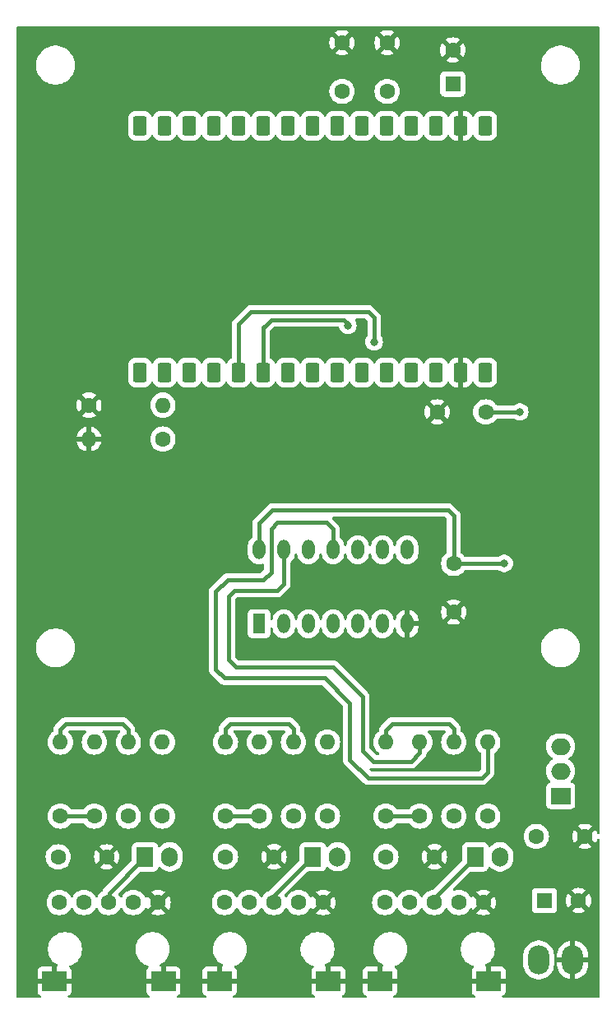
<source format=gbr>
%TF.GenerationSoftware,KiCad,Pcbnew,8.0.0*%
%TF.CreationDate,2024-03-07T23:13:00+02:00*%
%TF.ProjectId,touchdro-board,746f7563-6864-4726-9f2d-626f6172642e,rev?*%
%TF.SameCoordinates,Original*%
%TF.FileFunction,Copper,L2,Bot*%
%TF.FilePolarity,Positive*%
%FSLAX46Y46*%
G04 Gerber Fmt 4.6, Leading zero omitted, Abs format (unit mm)*
G04 Created by KiCad (PCBNEW 8.0.0) date 2024-03-07 23:13:00*
%MOMM*%
%LPD*%
G01*
G04 APERTURE LIST*
G04 Aperture macros list*
%AMRoundRect*
0 Rectangle with rounded corners*
0 $1 Rounding radius*
0 $2 $3 $4 $5 $6 $7 $8 $9 X,Y pos of 4 corners*
0 Add a 4 corners polygon primitive as box body*
4,1,4,$2,$3,$4,$5,$6,$7,$8,$9,$2,$3,0*
0 Add four circle primitives for the rounded corners*
1,1,$1+$1,$2,$3*
1,1,$1+$1,$4,$5*
1,1,$1+$1,$6,$7*
1,1,$1+$1,$8,$9*
0 Add four rect primitives between the rounded corners*
20,1,$1+$1,$2,$3,$4,$5,0*
20,1,$1+$1,$4,$5,$6,$7,0*
20,1,$1+$1,$6,$7,$8,$9,0*
20,1,$1+$1,$8,$9,$2,$3,0*%
G04 Aperture macros list end*
%TA.AperFunction,ComponentPad*%
%ADD10C,1.600000*%
%TD*%
%TA.AperFunction,ComponentPad*%
%ADD11R,1.600000X1.600000*%
%TD*%
%TA.AperFunction,ComponentPad*%
%ADD12O,1.600000X1.600000*%
%TD*%
%TA.AperFunction,ComponentPad*%
%ADD13R,2.500000X2.000000*%
%TD*%
%TA.AperFunction,ComponentPad*%
%ADD14R,2.000000X1.700000*%
%TD*%
%TA.AperFunction,ComponentPad*%
%ADD15O,2.000000X1.700000*%
%TD*%
%TA.AperFunction,ComponentPad*%
%ADD16R,1.300000X2.000000*%
%TD*%
%TA.AperFunction,ComponentPad*%
%ADD17O,1.300000X2.000000*%
%TD*%
%TA.AperFunction,ComponentPad*%
%ADD18R,1.700000X2.000000*%
%TD*%
%TA.AperFunction,ComponentPad*%
%ADD19O,1.700000X2.000000*%
%TD*%
%TA.AperFunction,ComponentPad*%
%ADD20RoundRect,0.229659X0.470341X-0.770341X0.470341X0.770341X-0.470341X0.770341X-0.470341X-0.770341X0*%
%TD*%
%TA.AperFunction,ComponentPad*%
%ADD21O,2.200000X3.000000*%
%TD*%
%TA.AperFunction,ViaPad*%
%ADD22C,0.800000*%
%TD*%
%TA.AperFunction,Conductor*%
%ADD23C,0.400000*%
%TD*%
G04 APERTURE END LIST*
D10*
%TO.P,C4,1*%
%TO.N,+3V3*%
X146580000Y-61690000D03*
%TO.P,C4,2*%
%TO.N,GND*%
X146580000Y-56690000D03*
%TD*%
D11*
%TO.P,C6,1*%
%TO.N,+5V*%
X162777349Y-144990000D03*
D10*
%TO.P,C6,2*%
%TO.N,GND*%
X166277349Y-144990000D03*
%TD*%
%TO.P,R13,1*%
%TO.N,/Y_CLK*%
X136930000Y-136300000D03*
D12*
%TO.P,R13,2*%
%TO.N,/SCALE_VIN*%
X136930000Y-128680000D03*
%TD*%
D10*
%TO.P,C5,1*%
%TO.N,+3V3*%
X141930000Y-61690000D03*
%TO.P,C5,2*%
%TO.N,GND*%
X141930000Y-56690000D03*
%TD*%
%TO.P,R2,1*%
%TO.N,/X_D*%
X116430000Y-136300000D03*
D12*
%TO.P,R2,2*%
%TO.N,Net-(R2-Pad2)*%
X116430000Y-128680000D03*
%TD*%
D10*
%TO.P,R12,1*%
%TO.N,/X_D*%
X112930000Y-136300000D03*
D12*
%TO.P,R12,2*%
%TO.N,/SCALE_VIN*%
X112930000Y-128680000D03*
%TD*%
D10*
%TO.P,C1,1*%
%TO.N,+3V3*%
X153430000Y-110290000D03*
%TO.P,C1,2*%
%TO.N,GND*%
X153430000Y-115290000D03*
%TD*%
%TO.P,C2,1*%
%TO.N,/SCALE_VIN*%
X112705000Y-140495000D03*
%TO.P,C2,2*%
%TO.N,GND*%
X117705000Y-140495000D03*
%TD*%
%TO.P,J1,1,VBUS*%
%TO.N,/SCALE_VIN*%
X112830000Y-145190000D03*
%TO.P,J1,2,D-*%
%TO.N,/X_D*%
X115370000Y-145190000D03*
%TO.P,J1,3,D+*%
%TO.N,/X_CLK*%
X117910000Y-145190000D03*
%TO.P,J1,4,ID*%
%TO.N,unconnected-(J1-ID-Pad4)*%
X120450000Y-145190000D03*
%TO.P,J1,5,GND*%
%TO.N,GND*%
X122990000Y-145190000D03*
D13*
%TO.P,J1,6,Shield*%
X112330000Y-153290000D03*
X123530000Y-153290000D03*
%TD*%
D10*
%TO.P,C9,1*%
%TO.N,/SCALE_VIN*%
X129930000Y-140485000D03*
%TO.P,C9,2*%
%TO.N,GND*%
X134930000Y-140485000D03*
%TD*%
D14*
%TO.P,J20,1,Pin_1*%
%TO.N,+5V*%
X164430000Y-134215000D03*
D15*
%TO.P,J20,2,Pin_2*%
%TO.N,/SCALE_VIN*%
X164430000Y-131675000D03*
%TO.P,J20,3,Pin_3*%
%TO.N,+3V3*%
X164430000Y-129135000D03*
%TD*%
D16*
%TO.P,U1,1*%
%TO.N,Net-(R1-Pad2)*%
X133390000Y-116490000D03*
D17*
%TO.P,U1,2*%
%TO.N,/X_CLOCK_IN*%
X135930000Y-116490000D03*
%TO.P,U1,3*%
%TO.N,Net-(R2-Pad2)*%
X138470000Y-116490000D03*
%TO.P,U1,4*%
%TO.N,/X_DATA*%
X141010000Y-116490000D03*
%TO.P,U1,5*%
%TO.N,Net-(R15-Pad2)*%
X143550000Y-116490000D03*
%TO.P,U1,6*%
%TO.N,/Y_CLOCK_IN*%
X146090000Y-116490000D03*
%TO.P,U1,7,GND*%
%TO.N,GND*%
X148630000Y-116490000D03*
%TO.P,U1,8*%
%TO.N,/Y_DATA*%
X148630000Y-108870000D03*
%TO.P,U1,9*%
%TO.N,Net-(R16-Pad2)*%
X146090000Y-108870000D03*
%TO.P,U1,10*%
%TO.N,/Z_CLOCK_IN*%
X143550000Y-108870000D03*
%TO.P,U1,11*%
%TO.N,Net-(R19-Pad2)*%
X141010000Y-108870000D03*
%TO.P,U1,12*%
%TO.N,/Z_DATA*%
X138470000Y-108870000D03*
%TO.P,U1,13*%
%TO.N,Net-(R20-Pad2)*%
X135930000Y-108870000D03*
%TO.P,U1,14,VCC*%
%TO.N,+3V3*%
X133390000Y-108870000D03*
%TD*%
D10*
%TO.P,C7,1*%
%TO.N,+5V*%
X156730000Y-94690000D03*
%TO.P,C7,2*%
%TO.N,GND*%
X151730000Y-94690000D03*
%TD*%
%TO.P,C10,1*%
%TO.N,/SCALE_VIN*%
X146450000Y-140485000D03*
%TO.P,C10,2*%
%TO.N,GND*%
X151450000Y-140485000D03*
%TD*%
%TO.P,R17,1*%
%TO.N,/Z_CLK*%
X153430000Y-136300000D03*
D12*
%TO.P,R17,2*%
%TO.N,/SCALE_VIN*%
X153430000Y-128680000D03*
%TD*%
D10*
%TO.P,R19,1*%
%TO.N,/Z_CLK*%
X156930000Y-136300000D03*
D12*
%TO.P,R19,2*%
%TO.N,Net-(R19-Pad2)*%
X156930000Y-128680000D03*
%TD*%
D18*
%TO.P,JP1,1,A*%
%TO.N,/X_CLK*%
X121655000Y-140495000D03*
D19*
%TO.P,JP1,2,B*%
%TO.N,/X_CLOCK_OUT*%
X124195000Y-140495000D03*
%TD*%
D10*
%TO.P,R1,1*%
%TO.N,/X_CLK*%
X123430000Y-136300000D03*
D12*
%TO.P,R1,2*%
%TO.N,Net-(R1-Pad2)*%
X123430000Y-128680000D03*
%TD*%
D20*
%TO.P,U3,1,EN*%
%TO.N,unconnected-(U3-EN-Pad1)*%
X121120000Y-90640000D03*
%TO.P,U3,2,SENSOR_VP*%
%TO.N,/SEN_VP*%
X123660000Y-90640000D03*
%TO.P,U3,3,SENSOR_VN*%
%TO.N,/SEN_VN*%
X126200000Y-90640000D03*
%TO.P,U3,4,IO34*%
%TO.N,unconnected-(U3-IO34-Pad4)*%
X128740000Y-90640000D03*
%TO.P,U3,5,IO35*%
%TO.N,/Z_CLOCK_IN*%
X131280000Y-90640000D03*
%TO.P,U3,6,IO32*%
%TO.N,/Y_CLOCK_IN*%
X133820000Y-90640000D03*
%TO.P,U3,7,IO33*%
%TO.N,/X_CLOCK_IN*%
X136360000Y-90640000D03*
%TO.P,U3,8,IO25*%
%TO.N,/X_CLOCK_OUT*%
X138900000Y-90640000D03*
%TO.P,U3,9,IO26*%
%TO.N,/X_DATA*%
X141440000Y-90640000D03*
%TO.P,U3,10,IO27*%
%TO.N,/Y_CLOCK_OUT*%
X143980000Y-90640000D03*
%TO.P,U3,11,IO14*%
%TO.N,unconnected-(U3-IO14-Pad11)*%
X146520000Y-90640000D03*
%TO.P,U3,12,IO12*%
%TO.N,unconnected-(U3-IO12-Pad12)*%
X149060000Y-90640000D03*
%TO.P,U3,13,IO13*%
%TO.N,unconnected-(U3-IO13-Pad13)*%
X151600000Y-90640000D03*
%TO.P,U3,14,GND*%
%TO.N,GND*%
X154140000Y-90640000D03*
%TO.P,U3,15,VIN*%
%TO.N,+5V*%
X156680000Y-90640000D03*
%TO.P,U3,16,3V3*%
%TO.N,+3V3*%
X156680000Y-65240000D03*
%TO.P,U3,17,GND*%
%TO.N,GND*%
X154140000Y-65240000D03*
%TO.P,U3,18,IO15*%
%TO.N,unconnected-(U3-IO15-Pad18)*%
X151600000Y-65240000D03*
%TO.P,U3,19,IO2*%
%TO.N,unconnected-(U3-IO2-Pad19)*%
X149060000Y-65240000D03*
%TO.P,U3,20,IO4*%
%TO.N,/Y_DATA*%
X146520000Y-65240000D03*
%TO.P,U3,21,IO16*%
%TO.N,/Z_CLOCK_OUT*%
X143980000Y-65240000D03*
%TO.P,U3,22,IO17*%
%TO.N,/Z_DATA*%
X141440000Y-65240000D03*
%TO.P,U3,23,IO5*%
%TO.N,unconnected-(U3-IO5-Pad23)*%
X138900000Y-65240000D03*
%TO.P,U3,24,IO18*%
%TO.N,unconnected-(U3-IO18-Pad24)*%
X136360000Y-65240000D03*
%TO.P,U3,25,IO19*%
%TO.N,unconnected-(U3-IO19-Pad25)*%
X133820000Y-65240000D03*
%TO.P,U3,26,IO21*%
%TO.N,unconnected-(U3-IO21-Pad26)*%
X131280000Y-65240000D03*
%TO.P,U3,27,RXD0/IO3*%
%TO.N,unconnected-(U3-RXD0{slash}IO3-Pad27)*%
X128740000Y-65240000D03*
%TO.P,U3,28,TXD0/IO1*%
%TO.N,unconnected-(U3-TXD0{slash}IO1-Pad28)*%
X126200000Y-65240000D03*
%TO.P,U3,29,IO22*%
%TO.N,unconnected-(U3-IO22-Pad29)*%
X123660000Y-65240000D03*
%TO.P,U3,30,IO23*%
%TO.N,unconnected-(U3-IO23-Pad30)*%
X121120000Y-65240000D03*
%TD*%
D10*
%TO.P,R11,1*%
%TO.N,/X_CLK*%
X119930000Y-136300000D03*
D12*
%TO.P,R11,2*%
%TO.N,/SCALE_VIN*%
X119930000Y-128680000D03*
%TD*%
D10*
%TO.P,R18,1*%
%TO.N,/Z_D*%
X146430000Y-136300000D03*
D12*
%TO.P,R18,2*%
%TO.N,/SCALE_VIN*%
X146430000Y-128680000D03*
%TD*%
D18*
%TO.P,JP3,1,A*%
%TO.N,/Z_CLK*%
X155655000Y-140495000D03*
D19*
%TO.P,JP3,2,B*%
%TO.N,/Z_CLOCK_OUT*%
X158195000Y-140495000D03*
%TD*%
D10*
%TO.P,R4,1*%
%TO.N,/SEN_VN*%
X123490000Y-97490000D03*
D12*
%TO.P,R4,2*%
%TO.N,GND*%
X115870000Y-97490000D03*
%TD*%
D10*
%TO.P,J2,1,VBUS*%
%TO.N,/SCALE_VIN*%
X129830000Y-145190000D03*
%TO.P,J2,2,D-*%
%TO.N,/Y_D*%
X132370000Y-145190000D03*
%TO.P,J2,3,D+*%
%TO.N,/Y_CLK*%
X134910000Y-145190000D03*
%TO.P,J2,4,ID*%
%TO.N,unconnected-(J2-ID-Pad4)*%
X137450000Y-145190000D03*
%TO.P,J2,5,GND*%
%TO.N,GND*%
X139990000Y-145190000D03*
D13*
%TO.P,J2,6,Shield*%
X129330000Y-153290000D03*
X140530000Y-153290000D03*
%TD*%
D11*
%TO.P,C11,1*%
%TO.N,+3V3*%
X153330000Y-60940000D03*
D10*
%TO.P,C11,2*%
%TO.N,GND*%
X153330000Y-57440000D03*
%TD*%
D18*
%TO.P,JP2,1,A*%
%TO.N,/Y_CLK*%
X138930000Y-140490000D03*
D19*
%TO.P,JP2,2,B*%
%TO.N,/Y_CLOCK_OUT*%
X141470000Y-140490000D03*
%TD*%
D21*
%TO.P,TB1,1*%
%TO.N,+5V*%
X162180000Y-151090000D03*
%TO.P,TB1,2*%
%TO.N,GND*%
X165680000Y-151090000D03*
%TD*%
D10*
%TO.P,R20,1*%
%TO.N,/Z_D*%
X149930000Y-136300000D03*
D12*
%TO.P,R20,2*%
%TO.N,Net-(R20-Pad2)*%
X149930000Y-128680000D03*
%TD*%
D10*
%TO.P,R3,1*%
%TO.N,GND*%
X115870000Y-93990000D03*
D12*
%TO.P,R3,2*%
%TO.N,/SEN_VP*%
X123490000Y-93990000D03*
%TD*%
D10*
%TO.P,R15,1*%
%TO.N,/Y_CLK*%
X140430000Y-136300000D03*
D12*
%TO.P,R15,2*%
%TO.N,Net-(R15-Pad2)*%
X140430000Y-128680000D03*
%TD*%
D10*
%TO.P,R14,1*%
%TO.N,/Y_D*%
X129930000Y-136300000D03*
D12*
%TO.P,R14,2*%
%TO.N,/SCALE_VIN*%
X129930000Y-128680000D03*
%TD*%
D10*
%TO.P,J3,1,VBUS*%
%TO.N,/SCALE_VIN*%
X146330000Y-145190000D03*
%TO.P,J3,2,D-*%
%TO.N,/Z_D*%
X148870000Y-145190000D03*
%TO.P,J3,3,D+*%
%TO.N,/Z_CLK*%
X151410000Y-145190000D03*
%TO.P,J3,4,ID*%
%TO.N,unconnected-(J3-ID-Pad4)*%
X153950000Y-145190000D03*
%TO.P,J3,5,GND*%
%TO.N,GND*%
X156490000Y-145190000D03*
D13*
%TO.P,J3,6,Shield*%
X145830000Y-153290000D03*
X157030000Y-153290000D03*
%TD*%
D10*
%TO.P,R16,1*%
%TO.N,/Y_D*%
X133430000Y-136300000D03*
D12*
%TO.P,R16,2*%
%TO.N,Net-(R16-Pad2)*%
X133430000Y-128680000D03*
%TD*%
D10*
%TO.P,C8,1*%
%TO.N,+5V*%
X161930000Y-138390000D03*
%TO.P,C8,2*%
%TO.N,GND*%
X166930000Y-138390000D03*
%TD*%
D22*
%TO.N,/Y_CLOCK_IN*%
X142530000Y-85790000D03*
%TO.N,+5V*%
X160230000Y-94690000D03*
%TO.N,+3V3*%
X158630000Y-110290000D03*
%TO.N,/Z_CLOCK_IN*%
X145230000Y-87490000D03*
%TD*%
D23*
%TO.N,/SCALE_VIN*%
X147130000Y-126790000D02*
X152930000Y-126790000D01*
X119330000Y-126790000D02*
X119930000Y-127390000D01*
X112930000Y-127390000D02*
X113530000Y-126790000D01*
X146430000Y-127490000D02*
X147130000Y-126790000D01*
X153430000Y-128680000D02*
X153430000Y-127290000D01*
X129930000Y-127290000D02*
X130430000Y-126790000D01*
X119930000Y-127390000D02*
X119930000Y-128680000D01*
X136930000Y-127290000D02*
X136930000Y-128680000D01*
X153430000Y-127290000D02*
X152930000Y-126790000D01*
X146430000Y-128680000D02*
X146430000Y-127490000D01*
X130430000Y-126790000D02*
X136430000Y-126790000D01*
X113530000Y-126790000D02*
X119330000Y-126790000D01*
X136430000Y-126790000D02*
X136930000Y-127290000D01*
X112930000Y-128680000D02*
X112930000Y-127390000D01*
X129930000Y-128680000D02*
X129930000Y-127290000D01*
%TO.N,/Y_CLOCK_IN*%
X142130000Y-85190000D02*
X142530000Y-85590000D01*
X133820000Y-90640000D02*
X133820000Y-86000000D01*
X133820000Y-86000000D02*
X134030000Y-85790000D01*
X134030000Y-85790000D02*
X134630000Y-85190000D01*
X142530000Y-85590000D02*
X142530000Y-85790000D01*
X134630000Y-85190000D02*
X142130000Y-85190000D01*
%TO.N,+5V*%
X156730000Y-94690000D02*
X160230000Y-94690000D01*
%TO.N,+3V3*%
X152830000Y-104790000D02*
X153430000Y-105390000D01*
X134730000Y-104790000D02*
X152830000Y-104790000D01*
X133390000Y-106130000D02*
X134730000Y-104790000D01*
X133390000Y-108870000D02*
X133390000Y-106130000D01*
X153430000Y-110290000D02*
X158630000Y-110290000D01*
X153430000Y-105390000D02*
X153430000Y-110290000D01*
%TO.N,/Z_CLOCK_IN*%
X144630000Y-84390000D02*
X145230000Y-84990000D01*
X145230000Y-84990000D02*
X145230000Y-87490000D01*
X132530000Y-84390000D02*
X144630000Y-84390000D01*
X131280000Y-85640000D02*
X132530000Y-84390000D01*
X131280000Y-90640000D02*
X131280000Y-85640000D01*
%TO.N,Net-(R19-Pad2)*%
X133830000Y-111990000D02*
X134630000Y-111190000D01*
X156330000Y-132390000D02*
X144630000Y-132390000D01*
X130130000Y-111990000D02*
X133830000Y-111990000D01*
X128930000Y-113190000D02*
X128930000Y-121190000D01*
X140130000Y-122090000D02*
X129830000Y-122090000D01*
X128930000Y-121190000D02*
X129830000Y-122090000D01*
X156930000Y-128680000D02*
X156930000Y-131790000D01*
X134630000Y-106690000D02*
X135230000Y-106090000D01*
X141010000Y-106770000D02*
X141010000Y-108870000D01*
X142730000Y-124690000D02*
X140130000Y-122090000D01*
X134630000Y-111190000D02*
X134630000Y-106690000D01*
X142730000Y-130490000D02*
X142730000Y-124690000D01*
X156930000Y-131790000D02*
X156330000Y-132390000D01*
X140330000Y-106090000D02*
X141010000Y-106770000D01*
X128930000Y-113190000D02*
X130130000Y-111990000D01*
X144630000Y-132390000D02*
X142730000Y-130490000D01*
X135230000Y-106090000D02*
X140330000Y-106090000D01*
%TO.N,Net-(R20-Pad2)*%
X131030000Y-120990000D02*
X130230000Y-120190000D01*
X145130000Y-130690000D02*
X144030000Y-129590000D01*
X149930000Y-129790000D02*
X149030000Y-130690000D01*
X135230000Y-113090000D02*
X135930000Y-112390000D01*
X141030000Y-120990000D02*
X131030000Y-120990000D01*
X130830000Y-113090000D02*
X135230000Y-113090000D01*
X130230000Y-113690000D02*
X130830000Y-113090000D01*
X144030000Y-123990000D02*
X141030000Y-120990000D01*
X144030000Y-129590000D02*
X144030000Y-123990000D01*
X149030000Y-130690000D02*
X145130000Y-130690000D01*
X130230000Y-120190000D02*
X130230000Y-113690000D01*
X135930000Y-112390000D02*
X135930000Y-108870000D01*
X149930000Y-128680000D02*
X149930000Y-129790000D01*
%TO.N,/X_D*%
X112930000Y-136300000D02*
X116430000Y-136300000D01*
%TO.N,/X_CLK*%
X117940000Y-144210000D02*
X117940000Y-145160000D01*
X117940000Y-145160000D02*
X117910000Y-145190000D01*
X121655000Y-140495000D02*
X117940000Y-144210000D01*
%TO.N,/Y_D*%
X129930000Y-136300000D02*
X133430000Y-136300000D01*
%TO.N,/Y_CLK*%
X134910000Y-144510000D02*
X134910000Y-145190000D01*
X138930000Y-140490000D02*
X134910000Y-144510000D01*
%TO.N,/Z_D*%
X149930000Y-136300000D02*
X146430000Y-136300000D01*
%TO.N,/Z_CLK*%
X151410000Y-145190000D02*
X151570000Y-145030000D01*
X151570000Y-145030000D02*
X151570000Y-144580000D01*
X151570000Y-144580000D02*
X155655000Y-140495000D01*
%TD*%
%TA.AperFunction,Conductor*%
%TO.N,GND*%
G36*
X168373039Y-55009685D02*
G01*
X168418794Y-55062489D01*
X168430000Y-55114000D01*
X168430000Y-138023385D01*
X168410315Y-138090424D01*
X168357511Y-138136179D01*
X168288353Y-138146123D01*
X168224797Y-138117098D01*
X168187023Y-138058320D01*
X168186225Y-138055479D01*
X168156268Y-137943679D01*
X168156264Y-137943668D01*
X168060136Y-137737521D01*
X168060132Y-137737513D01*
X168009025Y-137664526D01*
X167330000Y-138343551D01*
X167330000Y-138337339D01*
X167302741Y-138235606D01*
X167250080Y-138144394D01*
X167175606Y-138069920D01*
X167084394Y-138017259D01*
X166982661Y-137990000D01*
X166976448Y-137990000D01*
X167655472Y-137310974D01*
X167582478Y-137259863D01*
X167376331Y-137163735D01*
X167376317Y-137163730D01*
X167156610Y-137104860D01*
X167156599Y-137104858D01*
X166930002Y-137085034D01*
X166929998Y-137085034D01*
X166703400Y-137104858D01*
X166703389Y-137104860D01*
X166483682Y-137163730D01*
X166483673Y-137163734D01*
X166277516Y-137259866D01*
X166277512Y-137259868D01*
X166204526Y-137310973D01*
X166204526Y-137310974D01*
X166883553Y-137990000D01*
X166877339Y-137990000D01*
X166775606Y-138017259D01*
X166684394Y-138069920D01*
X166609920Y-138144394D01*
X166557259Y-138235606D01*
X166530000Y-138337339D01*
X166530000Y-138343552D01*
X165850974Y-137664526D01*
X165850973Y-137664526D01*
X165799868Y-137737512D01*
X165799866Y-137737516D01*
X165703734Y-137943673D01*
X165703730Y-137943682D01*
X165644860Y-138163389D01*
X165644858Y-138163400D01*
X165625034Y-138389997D01*
X165625034Y-138390002D01*
X165644858Y-138616599D01*
X165644860Y-138616610D01*
X165703730Y-138836317D01*
X165703735Y-138836331D01*
X165799863Y-139042478D01*
X165850974Y-139115472D01*
X166530000Y-138436446D01*
X166530000Y-138442661D01*
X166557259Y-138544394D01*
X166609920Y-138635606D01*
X166684394Y-138710080D01*
X166775606Y-138762741D01*
X166877339Y-138790000D01*
X166883553Y-138790000D01*
X166204526Y-139469025D01*
X166277513Y-139520132D01*
X166277521Y-139520136D01*
X166483668Y-139616264D01*
X166483682Y-139616269D01*
X166703389Y-139675139D01*
X166703400Y-139675141D01*
X166929998Y-139694966D01*
X166930002Y-139694966D01*
X167156599Y-139675141D01*
X167156610Y-139675139D01*
X167376317Y-139616269D01*
X167376331Y-139616264D01*
X167582478Y-139520136D01*
X167655471Y-139469024D01*
X166976447Y-138790000D01*
X166982661Y-138790000D01*
X167084394Y-138762741D01*
X167175606Y-138710080D01*
X167250080Y-138635606D01*
X167302741Y-138544394D01*
X167330000Y-138442661D01*
X167330000Y-138436447D01*
X168009024Y-139115471D01*
X168060136Y-139042478D01*
X168156264Y-138836331D01*
X168156269Y-138836317D01*
X168186225Y-138724521D01*
X168222590Y-138664860D01*
X168285437Y-138634331D01*
X168354812Y-138642626D01*
X168408690Y-138687111D01*
X168429965Y-138753663D01*
X168430000Y-138756614D01*
X168430000Y-154866000D01*
X168410315Y-154933039D01*
X168357511Y-154978794D01*
X168306000Y-154990000D01*
X158521278Y-154990000D01*
X158454239Y-154970315D01*
X158408484Y-154917511D01*
X158398540Y-154848353D01*
X158427565Y-154784797D01*
X158477945Y-154749818D01*
X158522086Y-154733354D01*
X158522093Y-154733350D01*
X158637187Y-154647190D01*
X158637190Y-154647187D01*
X158723350Y-154532093D01*
X158723354Y-154532086D01*
X158773596Y-154397379D01*
X158773598Y-154397372D01*
X158779999Y-154337844D01*
X158780000Y-154337827D01*
X158780000Y-153540000D01*
X157520748Y-153540000D01*
X157542518Y-153502292D01*
X157580000Y-153362409D01*
X157580000Y-153217591D01*
X157542518Y-153077708D01*
X157520748Y-153040000D01*
X158780000Y-153040000D01*
X158780000Y-152242172D01*
X158779999Y-152242155D01*
X158773598Y-152182627D01*
X158773596Y-152182620D01*
X158723354Y-152047913D01*
X158723350Y-152047906D01*
X158637190Y-151932812D01*
X158637187Y-151932809D01*
X158522093Y-151846649D01*
X158522086Y-151846645D01*
X158387379Y-151796403D01*
X158387372Y-151796401D01*
X158327844Y-151790000D01*
X157280000Y-151790000D01*
X157280000Y-152799252D01*
X157242292Y-152777482D01*
X157102409Y-152740000D01*
X156957591Y-152740000D01*
X156817708Y-152777482D01*
X156780000Y-152799252D01*
X156780000Y-151790000D01*
X156756082Y-151790000D01*
X156689043Y-151770315D01*
X156643288Y-151717511D01*
X156633344Y-151648353D01*
X156648136Y-151615962D01*
X160579500Y-151615962D01*
X160605985Y-151783180D01*
X160618910Y-151864785D01*
X160696760Y-152104383D01*
X160811132Y-152328848D01*
X160959201Y-152532649D01*
X160959205Y-152532654D01*
X161137345Y-152710794D01*
X161137350Y-152710798D01*
X161315117Y-152839952D01*
X161341155Y-152858870D01*
X161484184Y-152931747D01*
X161565616Y-152973239D01*
X161565618Y-152973239D01*
X161565621Y-152973241D01*
X161805215Y-153051090D01*
X162054038Y-153090500D01*
X162054039Y-153090500D01*
X162305961Y-153090500D01*
X162305962Y-153090500D01*
X162554785Y-153051090D01*
X162794379Y-152973241D01*
X163018845Y-152858870D01*
X163222656Y-152710793D01*
X163400793Y-152532656D01*
X163548870Y-152328845D01*
X163663241Y-152104379D01*
X163741090Y-151864785D01*
X163780500Y-151615962D01*
X163780500Y-151615928D01*
X164080000Y-151615928D01*
X164119397Y-151864669D01*
X164197219Y-152104184D01*
X164311557Y-152328583D01*
X164459590Y-152532331D01*
X164459590Y-152532332D01*
X164637667Y-152710409D01*
X164841416Y-152858442D01*
X165065815Y-152972780D01*
X165305329Y-153050602D01*
X165430000Y-153070348D01*
X165430000Y-151580747D01*
X165467708Y-151602518D01*
X165607591Y-151640000D01*
X165752409Y-151640000D01*
X165892292Y-151602518D01*
X165930000Y-151580747D01*
X165930000Y-153070347D01*
X166054668Y-153050602D01*
X166054671Y-153050602D01*
X166294184Y-152972780D01*
X166518583Y-152858442D01*
X166722331Y-152710409D01*
X166722332Y-152710409D01*
X166900409Y-152532332D01*
X166900409Y-152532331D01*
X167048442Y-152328583D01*
X167162780Y-152104184D01*
X167240602Y-151864669D01*
X167280000Y-151615928D01*
X167280000Y-151340000D01*
X166170748Y-151340000D01*
X166192518Y-151302292D01*
X166230000Y-151162409D01*
X166230000Y-151017591D01*
X166192518Y-150877708D01*
X166170748Y-150840000D01*
X167280000Y-150840000D01*
X167280000Y-150564071D01*
X167240602Y-150315330D01*
X167162780Y-150075815D01*
X167048442Y-149851416D01*
X166900409Y-149647668D01*
X166900409Y-149647667D01*
X166722332Y-149469590D01*
X166518583Y-149321557D01*
X166294184Y-149207219D01*
X166054670Y-149129397D01*
X165930000Y-149109650D01*
X165930000Y-150599252D01*
X165892292Y-150577482D01*
X165752409Y-150540000D01*
X165607591Y-150540000D01*
X165467708Y-150577482D01*
X165430000Y-150599252D01*
X165430000Y-149109650D01*
X165305330Y-149129397D01*
X165305327Y-149129397D01*
X165065815Y-149207219D01*
X164841416Y-149321557D01*
X164637668Y-149469590D01*
X164637667Y-149469590D01*
X164459590Y-149647667D01*
X164459590Y-149647668D01*
X164311557Y-149851416D01*
X164197219Y-150075815D01*
X164119397Y-150315330D01*
X164080000Y-150564071D01*
X164080000Y-150840000D01*
X165189252Y-150840000D01*
X165167482Y-150877708D01*
X165130000Y-151017591D01*
X165130000Y-151162409D01*
X165167482Y-151302292D01*
X165189252Y-151340000D01*
X164080000Y-151340000D01*
X164080000Y-151615928D01*
X163780500Y-151615928D01*
X163780500Y-150564038D01*
X163741090Y-150315215D01*
X163663241Y-150075621D01*
X163663239Y-150075618D01*
X163663239Y-150075616D01*
X163621747Y-149994184D01*
X163548870Y-149851155D01*
X163401095Y-149647759D01*
X163400798Y-149647350D01*
X163400794Y-149647345D01*
X163222654Y-149469205D01*
X163222649Y-149469201D01*
X163018848Y-149321132D01*
X163018847Y-149321131D01*
X163018845Y-149321130D01*
X162948747Y-149285413D01*
X162794383Y-149206760D01*
X162554785Y-149128910D01*
X162433183Y-149109650D01*
X162305962Y-149089500D01*
X162054038Y-149089500D01*
X161929626Y-149109205D01*
X161805214Y-149128910D01*
X161565616Y-149206760D01*
X161341151Y-149321132D01*
X161137350Y-149469201D01*
X161137345Y-149469205D01*
X160959205Y-149647345D01*
X160959201Y-149647350D01*
X160811132Y-149851151D01*
X160696760Y-150075616D01*
X160687297Y-150104741D01*
X160618910Y-150315215D01*
X160579500Y-150564038D01*
X160579500Y-151615962D01*
X156648136Y-151615962D01*
X156662369Y-151584797D01*
X156694082Y-151558613D01*
X156884612Y-151448611D01*
X157066661Y-151308919D01*
X157066665Y-151308914D01*
X157066670Y-151308911D01*
X157228911Y-151146670D01*
X157228914Y-151146665D01*
X157228919Y-151146661D01*
X157368611Y-150964612D01*
X157483344Y-150765888D01*
X157571158Y-150553887D01*
X157630548Y-150332238D01*
X157660500Y-150104734D01*
X157660500Y-149875266D01*
X157630548Y-149647762D01*
X157571158Y-149426113D01*
X157483344Y-149214112D01*
X157368611Y-149015388D01*
X157368608Y-149015385D01*
X157368607Y-149015382D01*
X157228918Y-148833338D01*
X157228911Y-148833330D01*
X157066670Y-148671089D01*
X157066661Y-148671081D01*
X156884617Y-148531392D01*
X156685890Y-148416657D01*
X156685876Y-148416650D01*
X156473887Y-148328842D01*
X156252238Y-148269452D01*
X156214215Y-148264446D01*
X156024741Y-148239500D01*
X156024734Y-148239500D01*
X155795266Y-148239500D01*
X155795258Y-148239500D01*
X155578715Y-148268009D01*
X155567762Y-148269452D01*
X155474076Y-148294554D01*
X155346112Y-148328842D01*
X155134123Y-148416650D01*
X155134109Y-148416657D01*
X154935382Y-148531392D01*
X154753338Y-148671081D01*
X154591081Y-148833338D01*
X154451392Y-149015382D01*
X154336657Y-149214109D01*
X154336650Y-149214123D01*
X154248842Y-149426112D01*
X154214554Y-149554076D01*
X154189478Y-149647667D01*
X154189453Y-149647759D01*
X154189451Y-149647770D01*
X154159500Y-149875258D01*
X154159500Y-150104741D01*
X154184446Y-150294215D01*
X154189452Y-150332238D01*
X154189453Y-150332240D01*
X154248842Y-150553887D01*
X154336650Y-150765876D01*
X154336657Y-150765890D01*
X154451392Y-150964617D01*
X154591081Y-151146661D01*
X154591089Y-151146670D01*
X154753330Y-151308911D01*
X154753338Y-151308918D01*
X154935382Y-151448607D01*
X154935385Y-151448608D01*
X154935388Y-151448611D01*
X155134112Y-151563344D01*
X155134117Y-151563346D01*
X155134123Y-151563349D01*
X155225480Y-151601190D01*
X155346113Y-151651158D01*
X155433098Y-151674465D01*
X155492757Y-151710828D01*
X155523287Y-151773675D01*
X155514993Y-151843051D01*
X155475316Y-151893505D01*
X155422809Y-151932812D01*
X155336649Y-152047906D01*
X155336645Y-152047913D01*
X155286403Y-152182620D01*
X155286401Y-152182627D01*
X155280000Y-152242155D01*
X155280000Y-153040000D01*
X156539252Y-153040000D01*
X156517482Y-153077708D01*
X156480000Y-153217591D01*
X156480000Y-153362409D01*
X156517482Y-153502292D01*
X156539252Y-153540000D01*
X155280000Y-153540000D01*
X155280000Y-154337844D01*
X155286401Y-154397372D01*
X155286403Y-154397379D01*
X155336645Y-154532086D01*
X155336649Y-154532093D01*
X155422809Y-154647187D01*
X155422812Y-154647190D01*
X155537906Y-154733350D01*
X155537913Y-154733354D01*
X155582055Y-154749818D01*
X155637989Y-154791689D01*
X155662406Y-154857153D01*
X155647555Y-154925426D01*
X155598149Y-154974832D01*
X155538722Y-154990000D01*
X147321278Y-154990000D01*
X147254239Y-154970315D01*
X147208484Y-154917511D01*
X147198540Y-154848353D01*
X147227565Y-154784797D01*
X147277945Y-154749818D01*
X147322086Y-154733354D01*
X147322093Y-154733350D01*
X147437187Y-154647190D01*
X147437190Y-154647187D01*
X147523350Y-154532093D01*
X147523354Y-154532086D01*
X147573596Y-154397379D01*
X147573598Y-154397372D01*
X147579999Y-154337844D01*
X147580000Y-154337827D01*
X147580000Y-153540000D01*
X146320748Y-153540000D01*
X146342518Y-153502292D01*
X146380000Y-153362409D01*
X146380000Y-153217591D01*
X146342518Y-153077708D01*
X146320748Y-153040000D01*
X147580000Y-153040000D01*
X147580000Y-152242172D01*
X147579999Y-152242155D01*
X147573598Y-152182627D01*
X147573596Y-152182620D01*
X147523354Y-152047913D01*
X147523350Y-152047906D01*
X147437190Y-151932812D01*
X147374140Y-151885612D01*
X147332270Y-151829678D01*
X147327286Y-151759986D01*
X147360772Y-151698663D01*
X147416358Y-151666572D01*
X147473887Y-151651158D01*
X147685888Y-151563344D01*
X147884612Y-151448611D01*
X148066661Y-151308919D01*
X148066665Y-151308914D01*
X148066670Y-151308911D01*
X148228911Y-151146670D01*
X148228914Y-151146665D01*
X148228919Y-151146661D01*
X148368611Y-150964612D01*
X148483344Y-150765888D01*
X148571158Y-150553887D01*
X148630548Y-150332238D01*
X148660500Y-150104734D01*
X148660500Y-149875266D01*
X148630548Y-149647762D01*
X148571158Y-149426113D01*
X148483344Y-149214112D01*
X148368611Y-149015388D01*
X148368608Y-149015385D01*
X148368607Y-149015382D01*
X148228918Y-148833338D01*
X148228911Y-148833330D01*
X148066670Y-148671089D01*
X148066661Y-148671081D01*
X147884617Y-148531392D01*
X147685890Y-148416657D01*
X147685876Y-148416650D01*
X147473887Y-148328842D01*
X147252238Y-148269452D01*
X147214215Y-148264446D01*
X147024741Y-148239500D01*
X147024734Y-148239500D01*
X146795266Y-148239500D01*
X146795258Y-148239500D01*
X146578715Y-148268009D01*
X146567762Y-148269452D01*
X146474076Y-148294554D01*
X146346112Y-148328842D01*
X146134123Y-148416650D01*
X146134109Y-148416657D01*
X145935382Y-148531392D01*
X145753338Y-148671081D01*
X145591081Y-148833338D01*
X145451392Y-149015382D01*
X145336657Y-149214109D01*
X145336650Y-149214123D01*
X145248842Y-149426112D01*
X145214554Y-149554076D01*
X145189478Y-149647667D01*
X145189453Y-149647759D01*
X145189451Y-149647770D01*
X145159500Y-149875258D01*
X145159500Y-150104741D01*
X145184446Y-150294215D01*
X145189452Y-150332238D01*
X145189453Y-150332240D01*
X145248842Y-150553887D01*
X145336650Y-150765876D01*
X145336657Y-150765890D01*
X145451392Y-150964617D01*
X145591081Y-151146661D01*
X145591089Y-151146670D01*
X145753330Y-151308911D01*
X145753338Y-151308918D01*
X145935382Y-151448607D01*
X145935385Y-151448608D01*
X145935388Y-151448611D01*
X146076549Y-151530110D01*
X146125918Y-151558613D01*
X146174134Y-151609180D01*
X146187357Y-151677787D01*
X146161389Y-151742652D01*
X146104474Y-151783180D01*
X146083251Y-151786748D01*
X146080000Y-151790000D01*
X146080000Y-152799252D01*
X146042292Y-152777482D01*
X145902409Y-152740000D01*
X145757591Y-152740000D01*
X145617708Y-152777482D01*
X145580000Y-152799252D01*
X145580000Y-151790000D01*
X144532155Y-151790000D01*
X144472627Y-151796401D01*
X144472620Y-151796403D01*
X144337913Y-151846645D01*
X144337906Y-151846649D01*
X144222812Y-151932809D01*
X144222809Y-151932812D01*
X144136649Y-152047906D01*
X144136645Y-152047913D01*
X144086403Y-152182620D01*
X144086401Y-152182627D01*
X144080000Y-152242155D01*
X144080000Y-153040000D01*
X145339252Y-153040000D01*
X145317482Y-153077708D01*
X145280000Y-153217591D01*
X145280000Y-153362409D01*
X145317482Y-153502292D01*
X145339252Y-153540000D01*
X144080000Y-153540000D01*
X144080000Y-154337844D01*
X144086401Y-154397372D01*
X144086403Y-154397379D01*
X144136645Y-154532086D01*
X144136649Y-154532093D01*
X144222809Y-154647187D01*
X144222812Y-154647190D01*
X144337906Y-154733350D01*
X144337913Y-154733354D01*
X144382055Y-154749818D01*
X144437989Y-154791689D01*
X144462406Y-154857153D01*
X144447555Y-154925426D01*
X144398149Y-154974832D01*
X144338722Y-154990000D01*
X142021278Y-154990000D01*
X141954239Y-154970315D01*
X141908484Y-154917511D01*
X141898540Y-154848353D01*
X141927565Y-154784797D01*
X141977945Y-154749818D01*
X142022086Y-154733354D01*
X142022093Y-154733350D01*
X142137187Y-154647190D01*
X142137190Y-154647187D01*
X142223350Y-154532093D01*
X142223354Y-154532086D01*
X142273596Y-154397379D01*
X142273598Y-154397372D01*
X142279999Y-154337844D01*
X142280000Y-154337827D01*
X142280000Y-153540000D01*
X141020748Y-153540000D01*
X141042518Y-153502292D01*
X141080000Y-153362409D01*
X141080000Y-153217591D01*
X141042518Y-153077708D01*
X141020748Y-153040000D01*
X142280000Y-153040000D01*
X142280000Y-152242172D01*
X142279999Y-152242155D01*
X142273598Y-152182627D01*
X142273596Y-152182620D01*
X142223354Y-152047913D01*
X142223350Y-152047906D01*
X142137190Y-151932812D01*
X142137187Y-151932809D01*
X142022093Y-151846649D01*
X142022086Y-151846645D01*
X141887379Y-151796403D01*
X141887372Y-151796401D01*
X141827844Y-151790000D01*
X140780000Y-151790000D01*
X140780000Y-152799252D01*
X140742292Y-152777482D01*
X140602409Y-152740000D01*
X140457591Y-152740000D01*
X140317708Y-152777482D01*
X140280000Y-152799252D01*
X140280000Y-151790000D01*
X140256082Y-151790000D01*
X140189043Y-151770315D01*
X140143288Y-151717511D01*
X140133344Y-151648353D01*
X140162369Y-151584797D01*
X140194082Y-151558613D01*
X140384612Y-151448611D01*
X140566661Y-151308919D01*
X140566665Y-151308914D01*
X140566670Y-151308911D01*
X140728911Y-151146670D01*
X140728914Y-151146665D01*
X140728919Y-151146661D01*
X140868611Y-150964612D01*
X140983344Y-150765888D01*
X141071158Y-150553887D01*
X141130548Y-150332238D01*
X141160500Y-150104734D01*
X141160500Y-149875266D01*
X141130548Y-149647762D01*
X141071158Y-149426113D01*
X140983344Y-149214112D01*
X140868611Y-149015388D01*
X140868608Y-149015385D01*
X140868607Y-149015382D01*
X140728918Y-148833338D01*
X140728911Y-148833330D01*
X140566670Y-148671089D01*
X140566661Y-148671081D01*
X140384617Y-148531392D01*
X140185890Y-148416657D01*
X140185876Y-148416650D01*
X139973887Y-148328842D01*
X139752238Y-148269452D01*
X139714215Y-148264446D01*
X139524741Y-148239500D01*
X139524734Y-148239500D01*
X139295266Y-148239500D01*
X139295258Y-148239500D01*
X139078715Y-148268009D01*
X139067762Y-148269452D01*
X138974076Y-148294554D01*
X138846112Y-148328842D01*
X138634123Y-148416650D01*
X138634109Y-148416657D01*
X138435382Y-148531392D01*
X138253338Y-148671081D01*
X138091081Y-148833338D01*
X137951392Y-149015382D01*
X137836657Y-149214109D01*
X137836650Y-149214123D01*
X137748842Y-149426112D01*
X137714554Y-149554076D01*
X137689478Y-149647667D01*
X137689453Y-149647759D01*
X137689451Y-149647770D01*
X137659500Y-149875258D01*
X137659500Y-150104741D01*
X137684446Y-150294215D01*
X137689452Y-150332238D01*
X137689453Y-150332240D01*
X137748842Y-150553887D01*
X137836650Y-150765876D01*
X137836657Y-150765890D01*
X137951392Y-150964617D01*
X138091081Y-151146661D01*
X138091089Y-151146670D01*
X138253330Y-151308911D01*
X138253338Y-151308918D01*
X138435382Y-151448607D01*
X138435385Y-151448608D01*
X138435388Y-151448611D01*
X138634112Y-151563344D01*
X138634117Y-151563346D01*
X138634123Y-151563349D01*
X138725480Y-151601190D01*
X138846113Y-151651158D01*
X138933098Y-151674465D01*
X138992757Y-151710828D01*
X139023287Y-151773675D01*
X139014993Y-151843051D01*
X138975316Y-151893505D01*
X138922809Y-151932812D01*
X138836649Y-152047906D01*
X138836645Y-152047913D01*
X138786403Y-152182620D01*
X138786401Y-152182627D01*
X138780000Y-152242155D01*
X138780000Y-153040000D01*
X140039252Y-153040000D01*
X140017482Y-153077708D01*
X139980000Y-153217591D01*
X139980000Y-153362409D01*
X140017482Y-153502292D01*
X140039252Y-153540000D01*
X138780000Y-153540000D01*
X138780000Y-154337844D01*
X138786401Y-154397372D01*
X138786403Y-154397379D01*
X138836645Y-154532086D01*
X138836649Y-154532093D01*
X138922809Y-154647187D01*
X138922812Y-154647190D01*
X139037906Y-154733350D01*
X139037913Y-154733354D01*
X139082055Y-154749818D01*
X139137989Y-154791689D01*
X139162406Y-154857153D01*
X139147555Y-154925426D01*
X139098149Y-154974832D01*
X139038722Y-154990000D01*
X130821278Y-154990000D01*
X130754239Y-154970315D01*
X130708484Y-154917511D01*
X130698540Y-154848353D01*
X130727565Y-154784797D01*
X130777945Y-154749818D01*
X130822086Y-154733354D01*
X130822093Y-154733350D01*
X130937187Y-154647190D01*
X130937190Y-154647187D01*
X131023350Y-154532093D01*
X131023354Y-154532086D01*
X131073596Y-154397379D01*
X131073598Y-154397372D01*
X131079999Y-154337844D01*
X131080000Y-154337827D01*
X131080000Y-153540000D01*
X129820748Y-153540000D01*
X129842518Y-153502292D01*
X129880000Y-153362409D01*
X129880000Y-153217591D01*
X129842518Y-153077708D01*
X129820748Y-153040000D01*
X131080000Y-153040000D01*
X131080000Y-152242172D01*
X131079999Y-152242155D01*
X131073598Y-152182627D01*
X131073596Y-152182620D01*
X131023354Y-152047913D01*
X131023350Y-152047906D01*
X130937190Y-151932812D01*
X130874140Y-151885612D01*
X130832270Y-151829678D01*
X130827286Y-151759986D01*
X130860772Y-151698663D01*
X130916358Y-151666572D01*
X130973887Y-151651158D01*
X131185888Y-151563344D01*
X131384612Y-151448611D01*
X131566661Y-151308919D01*
X131566665Y-151308914D01*
X131566670Y-151308911D01*
X131728911Y-151146670D01*
X131728914Y-151146665D01*
X131728919Y-151146661D01*
X131868611Y-150964612D01*
X131983344Y-150765888D01*
X132071158Y-150553887D01*
X132130548Y-150332238D01*
X132160500Y-150104734D01*
X132160500Y-149875266D01*
X132130548Y-149647762D01*
X132071158Y-149426113D01*
X131983344Y-149214112D01*
X131868611Y-149015388D01*
X131868608Y-149015385D01*
X131868607Y-149015382D01*
X131728918Y-148833338D01*
X131728911Y-148833330D01*
X131566670Y-148671089D01*
X131566661Y-148671081D01*
X131384617Y-148531392D01*
X131185890Y-148416657D01*
X131185876Y-148416650D01*
X130973887Y-148328842D01*
X130752238Y-148269452D01*
X130714215Y-148264446D01*
X130524741Y-148239500D01*
X130524734Y-148239500D01*
X130295266Y-148239500D01*
X130295258Y-148239500D01*
X130078715Y-148268009D01*
X130067762Y-148269452D01*
X129974076Y-148294554D01*
X129846112Y-148328842D01*
X129634123Y-148416650D01*
X129634109Y-148416657D01*
X129435382Y-148531392D01*
X129253338Y-148671081D01*
X129091081Y-148833338D01*
X128951392Y-149015382D01*
X128836657Y-149214109D01*
X128836650Y-149214123D01*
X128748842Y-149426112D01*
X128714554Y-149554076D01*
X128689478Y-149647667D01*
X128689453Y-149647759D01*
X128689451Y-149647770D01*
X128659500Y-149875258D01*
X128659500Y-150104741D01*
X128684446Y-150294215D01*
X128689452Y-150332238D01*
X128689453Y-150332240D01*
X128748842Y-150553887D01*
X128836650Y-150765876D01*
X128836657Y-150765890D01*
X128951392Y-150964617D01*
X129091081Y-151146661D01*
X129091089Y-151146670D01*
X129253330Y-151308911D01*
X129253338Y-151308918D01*
X129435382Y-151448607D01*
X129435385Y-151448608D01*
X129435388Y-151448611D01*
X129576549Y-151530110D01*
X129625918Y-151558613D01*
X129674134Y-151609180D01*
X129687357Y-151677787D01*
X129661389Y-151742652D01*
X129604474Y-151783180D01*
X129583251Y-151786748D01*
X129580000Y-151790000D01*
X129580000Y-152799252D01*
X129542292Y-152777482D01*
X129402409Y-152740000D01*
X129257591Y-152740000D01*
X129117708Y-152777482D01*
X129080000Y-152799252D01*
X129080000Y-151790000D01*
X128032155Y-151790000D01*
X127972627Y-151796401D01*
X127972620Y-151796403D01*
X127837913Y-151846645D01*
X127837906Y-151846649D01*
X127722812Y-151932809D01*
X127722809Y-151932812D01*
X127636649Y-152047906D01*
X127636645Y-152047913D01*
X127586403Y-152182620D01*
X127586401Y-152182627D01*
X127580000Y-152242155D01*
X127580000Y-153040000D01*
X128839252Y-153040000D01*
X128817482Y-153077708D01*
X128780000Y-153217591D01*
X128780000Y-153362409D01*
X128817482Y-153502292D01*
X128839252Y-153540000D01*
X127580000Y-153540000D01*
X127580000Y-154337844D01*
X127586401Y-154397372D01*
X127586403Y-154397379D01*
X127636645Y-154532086D01*
X127636649Y-154532093D01*
X127722809Y-154647187D01*
X127722812Y-154647190D01*
X127837906Y-154733350D01*
X127837913Y-154733354D01*
X127882055Y-154749818D01*
X127937989Y-154791689D01*
X127962406Y-154857153D01*
X127947555Y-154925426D01*
X127898149Y-154974832D01*
X127838722Y-154990000D01*
X125021278Y-154990000D01*
X124954239Y-154970315D01*
X124908484Y-154917511D01*
X124898540Y-154848353D01*
X124927565Y-154784797D01*
X124977945Y-154749818D01*
X125022086Y-154733354D01*
X125022093Y-154733350D01*
X125137187Y-154647190D01*
X125137190Y-154647187D01*
X125223350Y-154532093D01*
X125223354Y-154532086D01*
X125273596Y-154397379D01*
X125273598Y-154397372D01*
X125279999Y-154337844D01*
X125280000Y-154337827D01*
X125280000Y-153540000D01*
X124020748Y-153540000D01*
X124042518Y-153502292D01*
X124080000Y-153362409D01*
X124080000Y-153217591D01*
X124042518Y-153077708D01*
X124020748Y-153040000D01*
X125280000Y-153040000D01*
X125280000Y-152242172D01*
X125279999Y-152242155D01*
X125273598Y-152182627D01*
X125273596Y-152182620D01*
X125223354Y-152047913D01*
X125223350Y-152047906D01*
X125137190Y-151932812D01*
X125137187Y-151932809D01*
X125022093Y-151846649D01*
X125022086Y-151846645D01*
X124887379Y-151796403D01*
X124887372Y-151796401D01*
X124827844Y-151790000D01*
X123780000Y-151790000D01*
X123780000Y-152799252D01*
X123742292Y-152777482D01*
X123602409Y-152740000D01*
X123457591Y-152740000D01*
X123317708Y-152777482D01*
X123280000Y-152799252D01*
X123280000Y-151790000D01*
X123256082Y-151790000D01*
X123189043Y-151770315D01*
X123143288Y-151717511D01*
X123133344Y-151648353D01*
X123162369Y-151584797D01*
X123194082Y-151558613D01*
X123384612Y-151448611D01*
X123566661Y-151308919D01*
X123566665Y-151308914D01*
X123566670Y-151308911D01*
X123728911Y-151146670D01*
X123728914Y-151146665D01*
X123728919Y-151146661D01*
X123868611Y-150964612D01*
X123983344Y-150765888D01*
X124071158Y-150553887D01*
X124130548Y-150332238D01*
X124160500Y-150104734D01*
X124160500Y-149875266D01*
X124130548Y-149647762D01*
X124071158Y-149426113D01*
X123983344Y-149214112D01*
X123868611Y-149015388D01*
X123868608Y-149015385D01*
X123868607Y-149015382D01*
X123728918Y-148833338D01*
X123728911Y-148833330D01*
X123566670Y-148671089D01*
X123566661Y-148671081D01*
X123384617Y-148531392D01*
X123185890Y-148416657D01*
X123185876Y-148416650D01*
X122973887Y-148328842D01*
X122752238Y-148269452D01*
X122714215Y-148264446D01*
X122524741Y-148239500D01*
X122524734Y-148239500D01*
X122295266Y-148239500D01*
X122295258Y-148239500D01*
X122078715Y-148268009D01*
X122067762Y-148269452D01*
X121974076Y-148294554D01*
X121846112Y-148328842D01*
X121634123Y-148416650D01*
X121634109Y-148416657D01*
X121435382Y-148531392D01*
X121253338Y-148671081D01*
X121091081Y-148833338D01*
X120951392Y-149015382D01*
X120836657Y-149214109D01*
X120836650Y-149214123D01*
X120748842Y-149426112D01*
X120714554Y-149554076D01*
X120689478Y-149647667D01*
X120689453Y-149647759D01*
X120689451Y-149647770D01*
X120659500Y-149875258D01*
X120659500Y-150104741D01*
X120684446Y-150294215D01*
X120689452Y-150332238D01*
X120689453Y-150332240D01*
X120748842Y-150553887D01*
X120836650Y-150765876D01*
X120836657Y-150765890D01*
X120951392Y-150964617D01*
X121091081Y-151146661D01*
X121091089Y-151146670D01*
X121253330Y-151308911D01*
X121253338Y-151308918D01*
X121435382Y-151448607D01*
X121435385Y-151448608D01*
X121435388Y-151448611D01*
X121634112Y-151563344D01*
X121634117Y-151563346D01*
X121634123Y-151563349D01*
X121725480Y-151601190D01*
X121846113Y-151651158D01*
X121933098Y-151674465D01*
X121992757Y-151710828D01*
X122023287Y-151773675D01*
X122014993Y-151843051D01*
X121975316Y-151893505D01*
X121922809Y-151932812D01*
X121836649Y-152047906D01*
X121836645Y-152047913D01*
X121786403Y-152182620D01*
X121786401Y-152182627D01*
X121780000Y-152242155D01*
X121780000Y-153040000D01*
X123039252Y-153040000D01*
X123017482Y-153077708D01*
X122980000Y-153217591D01*
X122980000Y-153362409D01*
X123017482Y-153502292D01*
X123039252Y-153540000D01*
X121780000Y-153540000D01*
X121780000Y-154337844D01*
X121786401Y-154397372D01*
X121786403Y-154397379D01*
X121836645Y-154532086D01*
X121836649Y-154532093D01*
X121922809Y-154647187D01*
X121922812Y-154647190D01*
X122037906Y-154733350D01*
X122037913Y-154733354D01*
X122082055Y-154749818D01*
X122137989Y-154791689D01*
X122162406Y-154857153D01*
X122147555Y-154925426D01*
X122098149Y-154974832D01*
X122038722Y-154990000D01*
X113821278Y-154990000D01*
X113754239Y-154970315D01*
X113708484Y-154917511D01*
X113698540Y-154848353D01*
X113727565Y-154784797D01*
X113777945Y-154749818D01*
X113822086Y-154733354D01*
X113822093Y-154733350D01*
X113937187Y-154647190D01*
X113937190Y-154647187D01*
X114023350Y-154532093D01*
X114023354Y-154532086D01*
X114073596Y-154397379D01*
X114073598Y-154397372D01*
X114079999Y-154337844D01*
X114080000Y-154337827D01*
X114080000Y-153540000D01*
X112820748Y-153540000D01*
X112842518Y-153502292D01*
X112880000Y-153362409D01*
X112880000Y-153217591D01*
X112842518Y-153077708D01*
X112820748Y-153040000D01*
X114080000Y-153040000D01*
X114080000Y-152242172D01*
X114079999Y-152242155D01*
X114073598Y-152182627D01*
X114073596Y-152182620D01*
X114023354Y-152047913D01*
X114023350Y-152047906D01*
X113937190Y-151932812D01*
X113874140Y-151885612D01*
X113832270Y-151829678D01*
X113827286Y-151759986D01*
X113860772Y-151698663D01*
X113916358Y-151666572D01*
X113973887Y-151651158D01*
X114185888Y-151563344D01*
X114384612Y-151448611D01*
X114566661Y-151308919D01*
X114566665Y-151308914D01*
X114566670Y-151308911D01*
X114728911Y-151146670D01*
X114728914Y-151146665D01*
X114728919Y-151146661D01*
X114868611Y-150964612D01*
X114983344Y-150765888D01*
X115071158Y-150553887D01*
X115130548Y-150332238D01*
X115160500Y-150104734D01*
X115160500Y-149875266D01*
X115130548Y-149647762D01*
X115071158Y-149426113D01*
X114983344Y-149214112D01*
X114868611Y-149015388D01*
X114868608Y-149015385D01*
X114868607Y-149015382D01*
X114728918Y-148833338D01*
X114728911Y-148833330D01*
X114566670Y-148671089D01*
X114566661Y-148671081D01*
X114384617Y-148531392D01*
X114185890Y-148416657D01*
X114185876Y-148416650D01*
X113973887Y-148328842D01*
X113752238Y-148269452D01*
X113714215Y-148264446D01*
X113524741Y-148239500D01*
X113524734Y-148239500D01*
X113295266Y-148239500D01*
X113295258Y-148239500D01*
X113078715Y-148268009D01*
X113067762Y-148269452D01*
X112974076Y-148294554D01*
X112846112Y-148328842D01*
X112634123Y-148416650D01*
X112634109Y-148416657D01*
X112435382Y-148531392D01*
X112253338Y-148671081D01*
X112091081Y-148833338D01*
X111951392Y-149015382D01*
X111836657Y-149214109D01*
X111836650Y-149214123D01*
X111748842Y-149426112D01*
X111714554Y-149554076D01*
X111689478Y-149647667D01*
X111689453Y-149647759D01*
X111689451Y-149647770D01*
X111659500Y-149875258D01*
X111659500Y-150104741D01*
X111684446Y-150294215D01*
X111689452Y-150332238D01*
X111689453Y-150332240D01*
X111748842Y-150553887D01*
X111836650Y-150765876D01*
X111836657Y-150765890D01*
X111951392Y-150964617D01*
X112091081Y-151146661D01*
X112091089Y-151146670D01*
X112253330Y-151308911D01*
X112253338Y-151308918D01*
X112435382Y-151448607D01*
X112435385Y-151448608D01*
X112435388Y-151448611D01*
X112576549Y-151530110D01*
X112625918Y-151558613D01*
X112674134Y-151609180D01*
X112687357Y-151677787D01*
X112661389Y-151742652D01*
X112604474Y-151783180D01*
X112583251Y-151786748D01*
X112580000Y-151790000D01*
X112580000Y-152799252D01*
X112542292Y-152777482D01*
X112402409Y-152740000D01*
X112257591Y-152740000D01*
X112117708Y-152777482D01*
X112080000Y-152799252D01*
X112080000Y-151790000D01*
X111032155Y-151790000D01*
X110972627Y-151796401D01*
X110972620Y-151796403D01*
X110837913Y-151846645D01*
X110837906Y-151846649D01*
X110722812Y-151932809D01*
X110722809Y-151932812D01*
X110636649Y-152047906D01*
X110636645Y-152047913D01*
X110586403Y-152182620D01*
X110586401Y-152182627D01*
X110580000Y-152242155D01*
X110580000Y-153040000D01*
X111839252Y-153040000D01*
X111817482Y-153077708D01*
X111780000Y-153217591D01*
X111780000Y-153362409D01*
X111817482Y-153502292D01*
X111839252Y-153540000D01*
X110580000Y-153540000D01*
X110580000Y-154337844D01*
X110586401Y-154397372D01*
X110586403Y-154397379D01*
X110636645Y-154532086D01*
X110636649Y-154532093D01*
X110722809Y-154647187D01*
X110722812Y-154647190D01*
X110837906Y-154733350D01*
X110837913Y-154733354D01*
X110882055Y-154749818D01*
X110937989Y-154791689D01*
X110962406Y-154857153D01*
X110947555Y-154925426D01*
X110898149Y-154974832D01*
X110838722Y-154990000D01*
X108554000Y-154990000D01*
X108486961Y-154970315D01*
X108441206Y-154917511D01*
X108430000Y-154866000D01*
X108430000Y-145190001D01*
X111524532Y-145190001D01*
X111544364Y-145416686D01*
X111544366Y-145416697D01*
X111603258Y-145636488D01*
X111603261Y-145636497D01*
X111699431Y-145842732D01*
X111699432Y-145842734D01*
X111829954Y-146029141D01*
X111990858Y-146190045D01*
X111990861Y-146190047D01*
X112177266Y-146320568D01*
X112383504Y-146416739D01*
X112603308Y-146475635D01*
X112765230Y-146489801D01*
X112829998Y-146495468D01*
X112830000Y-146495468D01*
X112830002Y-146495468D01*
X112886673Y-146490509D01*
X113056692Y-146475635D01*
X113276496Y-146416739D01*
X113482734Y-146320568D01*
X113669139Y-146190047D01*
X113830047Y-146029139D01*
X113960568Y-145842734D01*
X113987618Y-145784724D01*
X114033790Y-145732285D01*
X114100983Y-145713133D01*
X114167865Y-145733348D01*
X114212382Y-145784725D01*
X114239429Y-145842728D01*
X114239432Y-145842734D01*
X114369954Y-146029141D01*
X114530858Y-146190045D01*
X114530861Y-146190047D01*
X114717266Y-146320568D01*
X114923504Y-146416739D01*
X115143308Y-146475635D01*
X115305230Y-146489801D01*
X115369998Y-146495468D01*
X115370000Y-146495468D01*
X115370002Y-146495468D01*
X115426673Y-146490509D01*
X115596692Y-146475635D01*
X115816496Y-146416739D01*
X116022734Y-146320568D01*
X116209139Y-146190047D01*
X116370047Y-146029139D01*
X116500568Y-145842734D01*
X116527618Y-145784724D01*
X116573790Y-145732285D01*
X116640983Y-145713133D01*
X116707865Y-145733348D01*
X116752382Y-145784725D01*
X116779429Y-145842728D01*
X116779432Y-145842734D01*
X116909954Y-146029141D01*
X117070858Y-146190045D01*
X117070861Y-146190047D01*
X117257266Y-146320568D01*
X117463504Y-146416739D01*
X117683308Y-146475635D01*
X117845230Y-146489801D01*
X117909998Y-146495468D01*
X117910000Y-146495468D01*
X117910002Y-146495468D01*
X117966673Y-146490509D01*
X118136692Y-146475635D01*
X118356496Y-146416739D01*
X118562734Y-146320568D01*
X118749139Y-146190047D01*
X118910047Y-146029139D01*
X119040568Y-145842734D01*
X119067618Y-145784724D01*
X119113790Y-145732285D01*
X119180983Y-145713133D01*
X119247865Y-145733348D01*
X119292382Y-145784725D01*
X119319429Y-145842728D01*
X119319432Y-145842734D01*
X119449954Y-146029141D01*
X119610858Y-146190045D01*
X119610861Y-146190047D01*
X119797266Y-146320568D01*
X120003504Y-146416739D01*
X120223308Y-146475635D01*
X120385230Y-146489801D01*
X120449998Y-146495468D01*
X120450000Y-146495468D01*
X120450002Y-146495468D01*
X120506673Y-146490509D01*
X120676692Y-146475635D01*
X120896496Y-146416739D01*
X121102734Y-146320568D01*
X121289139Y-146190047D01*
X121450047Y-146029139D01*
X121580568Y-145842734D01*
X121607893Y-145784134D01*
X121654065Y-145731695D01*
X121721258Y-145712543D01*
X121788139Y-145732758D01*
X121832657Y-145784134D01*
X121859864Y-145842480D01*
X121910974Y-145915472D01*
X122590000Y-145236446D01*
X122590000Y-145242661D01*
X122617259Y-145344394D01*
X122669920Y-145435606D01*
X122744394Y-145510080D01*
X122835606Y-145562741D01*
X122937339Y-145590000D01*
X122943553Y-145590000D01*
X122264526Y-146269025D01*
X122337513Y-146320132D01*
X122337521Y-146320136D01*
X122543668Y-146416264D01*
X122543682Y-146416269D01*
X122763389Y-146475139D01*
X122763400Y-146475141D01*
X122989998Y-146494966D01*
X122990002Y-146494966D01*
X123216599Y-146475141D01*
X123216610Y-146475139D01*
X123436317Y-146416269D01*
X123436331Y-146416264D01*
X123642478Y-146320136D01*
X123715471Y-146269024D01*
X123036447Y-145590000D01*
X123042661Y-145590000D01*
X123144394Y-145562741D01*
X123235606Y-145510080D01*
X123310080Y-145435606D01*
X123362741Y-145344394D01*
X123390000Y-145242661D01*
X123390000Y-145236447D01*
X124069024Y-145915471D01*
X124120136Y-145842478D01*
X124216264Y-145636331D01*
X124216269Y-145636317D01*
X124275139Y-145416610D01*
X124275141Y-145416599D01*
X124294966Y-145190002D01*
X124294966Y-145190001D01*
X128524532Y-145190001D01*
X128544364Y-145416686D01*
X128544366Y-145416697D01*
X128603258Y-145636488D01*
X128603261Y-145636497D01*
X128699431Y-145842732D01*
X128699432Y-145842734D01*
X128829954Y-146029141D01*
X128990858Y-146190045D01*
X128990861Y-146190047D01*
X129177266Y-146320568D01*
X129383504Y-146416739D01*
X129603308Y-146475635D01*
X129765230Y-146489801D01*
X129829998Y-146495468D01*
X129830000Y-146495468D01*
X129830002Y-146495468D01*
X129886673Y-146490509D01*
X130056692Y-146475635D01*
X130276496Y-146416739D01*
X130482734Y-146320568D01*
X130669139Y-146190047D01*
X130830047Y-146029139D01*
X130960568Y-145842734D01*
X130987618Y-145784724D01*
X131033790Y-145732285D01*
X131100983Y-145713133D01*
X131167865Y-145733348D01*
X131212382Y-145784725D01*
X131239429Y-145842728D01*
X131239432Y-145842734D01*
X131369954Y-146029141D01*
X131530858Y-146190045D01*
X131530861Y-146190047D01*
X131717266Y-146320568D01*
X131923504Y-146416739D01*
X132143308Y-146475635D01*
X132305230Y-146489801D01*
X132369998Y-146495468D01*
X132370000Y-146495468D01*
X132370002Y-146495468D01*
X132426673Y-146490509D01*
X132596692Y-146475635D01*
X132816496Y-146416739D01*
X133022734Y-146320568D01*
X133209139Y-146190047D01*
X133370047Y-146029139D01*
X133500568Y-145842734D01*
X133527618Y-145784724D01*
X133573790Y-145732285D01*
X133640983Y-145713133D01*
X133707865Y-145733348D01*
X133752382Y-145784725D01*
X133779429Y-145842728D01*
X133779432Y-145842734D01*
X133909954Y-146029141D01*
X134070858Y-146190045D01*
X134070861Y-146190047D01*
X134257266Y-146320568D01*
X134463504Y-146416739D01*
X134683308Y-146475635D01*
X134845230Y-146489801D01*
X134909998Y-146495468D01*
X134910000Y-146495468D01*
X134910002Y-146495468D01*
X134966673Y-146490509D01*
X135136692Y-146475635D01*
X135356496Y-146416739D01*
X135562734Y-146320568D01*
X135749139Y-146190047D01*
X135910047Y-146029139D01*
X136040568Y-145842734D01*
X136067618Y-145784724D01*
X136113790Y-145732285D01*
X136180983Y-145713133D01*
X136247865Y-145733348D01*
X136292382Y-145784725D01*
X136319429Y-145842728D01*
X136319432Y-145842734D01*
X136449954Y-146029141D01*
X136610858Y-146190045D01*
X136610861Y-146190047D01*
X136797266Y-146320568D01*
X137003504Y-146416739D01*
X137223308Y-146475635D01*
X137385230Y-146489801D01*
X137449998Y-146495468D01*
X137450000Y-146495468D01*
X137450002Y-146495468D01*
X137506673Y-146490509D01*
X137676692Y-146475635D01*
X137896496Y-146416739D01*
X138102734Y-146320568D01*
X138289139Y-146190047D01*
X138450047Y-146029139D01*
X138580568Y-145842734D01*
X138607893Y-145784134D01*
X138654065Y-145731695D01*
X138721258Y-145712543D01*
X138788139Y-145732758D01*
X138832657Y-145784134D01*
X138859864Y-145842480D01*
X138910974Y-145915472D01*
X139590000Y-145236446D01*
X139590000Y-145242661D01*
X139617259Y-145344394D01*
X139669920Y-145435606D01*
X139744394Y-145510080D01*
X139835606Y-145562741D01*
X139937339Y-145590000D01*
X139943553Y-145590000D01*
X139264526Y-146269025D01*
X139337513Y-146320132D01*
X139337521Y-146320136D01*
X139543668Y-146416264D01*
X139543682Y-146416269D01*
X139763389Y-146475139D01*
X139763400Y-146475141D01*
X139989998Y-146494966D01*
X139990002Y-146494966D01*
X140216599Y-146475141D01*
X140216610Y-146475139D01*
X140436317Y-146416269D01*
X140436331Y-146416264D01*
X140642478Y-146320136D01*
X140715471Y-146269024D01*
X140036447Y-145590000D01*
X140042661Y-145590000D01*
X140144394Y-145562741D01*
X140235606Y-145510080D01*
X140310080Y-145435606D01*
X140362741Y-145344394D01*
X140390000Y-145242661D01*
X140390000Y-145236447D01*
X141069024Y-145915471D01*
X141120136Y-145842478D01*
X141216264Y-145636331D01*
X141216269Y-145636317D01*
X141275139Y-145416610D01*
X141275141Y-145416599D01*
X141294966Y-145190002D01*
X141294966Y-145190001D01*
X145024532Y-145190001D01*
X145044364Y-145416686D01*
X145044366Y-145416697D01*
X145103258Y-145636488D01*
X145103261Y-145636497D01*
X145199431Y-145842732D01*
X145199432Y-145842734D01*
X145329954Y-146029141D01*
X145490858Y-146190045D01*
X145490861Y-146190047D01*
X145677266Y-146320568D01*
X145883504Y-146416739D01*
X146103308Y-146475635D01*
X146265230Y-146489801D01*
X146329998Y-146495468D01*
X146330000Y-146495468D01*
X146330002Y-146495468D01*
X146386673Y-146490509D01*
X146556692Y-146475635D01*
X146776496Y-146416739D01*
X146982734Y-146320568D01*
X147169139Y-146190047D01*
X147330047Y-146029139D01*
X147460568Y-145842734D01*
X147487618Y-145784724D01*
X147533790Y-145732285D01*
X147600983Y-145713133D01*
X147667865Y-145733348D01*
X147712382Y-145784725D01*
X147739429Y-145842728D01*
X147739432Y-145842734D01*
X147869954Y-146029141D01*
X148030858Y-146190045D01*
X148030861Y-146190047D01*
X148217266Y-146320568D01*
X148423504Y-146416739D01*
X148643308Y-146475635D01*
X148805230Y-146489801D01*
X148869998Y-146495468D01*
X148870000Y-146495468D01*
X148870002Y-146495468D01*
X148926673Y-146490509D01*
X149096692Y-146475635D01*
X149316496Y-146416739D01*
X149522734Y-146320568D01*
X149709139Y-146190047D01*
X149870047Y-146029139D01*
X150000568Y-145842734D01*
X150027618Y-145784724D01*
X150073790Y-145732285D01*
X150140983Y-145713133D01*
X150207865Y-145733348D01*
X150252382Y-145784725D01*
X150279429Y-145842728D01*
X150279432Y-145842734D01*
X150409954Y-146029141D01*
X150570858Y-146190045D01*
X150570861Y-146190047D01*
X150757266Y-146320568D01*
X150963504Y-146416739D01*
X151183308Y-146475635D01*
X151345230Y-146489801D01*
X151409998Y-146495468D01*
X151410000Y-146495468D01*
X151410002Y-146495468D01*
X151466673Y-146490509D01*
X151636692Y-146475635D01*
X151856496Y-146416739D01*
X152062734Y-146320568D01*
X152249139Y-146190047D01*
X152410047Y-146029139D01*
X152540568Y-145842734D01*
X152567618Y-145784724D01*
X152613790Y-145732285D01*
X152680983Y-145713133D01*
X152747865Y-145733348D01*
X152792382Y-145784725D01*
X152819429Y-145842728D01*
X152819432Y-145842734D01*
X152949954Y-146029141D01*
X153110858Y-146190045D01*
X153110861Y-146190047D01*
X153297266Y-146320568D01*
X153503504Y-146416739D01*
X153723308Y-146475635D01*
X153885230Y-146489801D01*
X153949998Y-146495468D01*
X153950000Y-146495468D01*
X153950002Y-146495468D01*
X154006673Y-146490509D01*
X154176692Y-146475635D01*
X154396496Y-146416739D01*
X154602734Y-146320568D01*
X154789139Y-146190047D01*
X154950047Y-146029139D01*
X155080568Y-145842734D01*
X155107893Y-145784134D01*
X155154065Y-145731695D01*
X155221258Y-145712543D01*
X155288139Y-145732758D01*
X155332657Y-145784134D01*
X155359864Y-145842480D01*
X155410974Y-145915472D01*
X156090000Y-145236446D01*
X156090000Y-145242661D01*
X156117259Y-145344394D01*
X156169920Y-145435606D01*
X156244394Y-145510080D01*
X156335606Y-145562741D01*
X156437339Y-145590000D01*
X156443553Y-145590000D01*
X155764526Y-146269025D01*
X155837513Y-146320132D01*
X155837521Y-146320136D01*
X156043668Y-146416264D01*
X156043682Y-146416269D01*
X156263389Y-146475139D01*
X156263400Y-146475141D01*
X156489998Y-146494966D01*
X156490002Y-146494966D01*
X156716599Y-146475141D01*
X156716610Y-146475139D01*
X156936317Y-146416269D01*
X156936331Y-146416264D01*
X157142478Y-146320136D01*
X157215471Y-146269024D01*
X156536447Y-145590000D01*
X156542661Y-145590000D01*
X156644394Y-145562741D01*
X156735606Y-145510080D01*
X156810080Y-145435606D01*
X156862741Y-145344394D01*
X156890000Y-145242661D01*
X156890000Y-145236447D01*
X157569024Y-145915471D01*
X157620136Y-145842478D01*
X157622285Y-145837870D01*
X161476849Y-145837870D01*
X161476850Y-145837876D01*
X161483257Y-145897483D01*
X161533551Y-146032328D01*
X161533555Y-146032335D01*
X161619801Y-146147544D01*
X161619804Y-146147547D01*
X161735013Y-146233793D01*
X161735020Y-146233797D01*
X161869866Y-146284091D01*
X161869865Y-146284091D01*
X161876793Y-146284835D01*
X161929476Y-146290500D01*
X163625221Y-146290499D01*
X163684832Y-146284091D01*
X163819680Y-146233796D01*
X163934895Y-146147546D01*
X164021145Y-146032331D01*
X164071440Y-145897483D01*
X164077849Y-145837873D01*
X164077849Y-144990002D01*
X164972383Y-144990002D01*
X164992207Y-145216599D01*
X164992209Y-145216610D01*
X165051079Y-145436317D01*
X165051084Y-145436331D01*
X165147212Y-145642478D01*
X165198323Y-145715472D01*
X165877349Y-145036446D01*
X165877349Y-145042661D01*
X165904608Y-145144394D01*
X165957269Y-145235606D01*
X166031743Y-145310080D01*
X166122955Y-145362741D01*
X166224688Y-145390000D01*
X166230902Y-145390000D01*
X165551875Y-146069025D01*
X165624862Y-146120132D01*
X165624870Y-146120136D01*
X165831017Y-146216264D01*
X165831031Y-146216269D01*
X166050738Y-146275139D01*
X166050749Y-146275141D01*
X166277347Y-146294966D01*
X166277351Y-146294966D01*
X166503948Y-146275141D01*
X166503959Y-146275139D01*
X166723666Y-146216269D01*
X166723680Y-146216264D01*
X166929827Y-146120136D01*
X167002820Y-146069024D01*
X166323796Y-145390000D01*
X166330010Y-145390000D01*
X166431743Y-145362741D01*
X166522955Y-145310080D01*
X166597429Y-145235606D01*
X166650090Y-145144394D01*
X166677349Y-145042661D01*
X166677349Y-145036447D01*
X167356373Y-145715471D01*
X167407485Y-145642478D01*
X167503613Y-145436331D01*
X167503618Y-145436317D01*
X167562488Y-145216610D01*
X167562490Y-145216599D01*
X167582315Y-144990002D01*
X167582315Y-144989997D01*
X167562490Y-144763400D01*
X167562488Y-144763389D01*
X167503618Y-144543682D01*
X167503613Y-144543668D01*
X167407485Y-144337521D01*
X167407481Y-144337513D01*
X167356374Y-144264526D01*
X166677349Y-144943551D01*
X166677349Y-144937339D01*
X166650090Y-144835606D01*
X166597429Y-144744394D01*
X166522955Y-144669920D01*
X166431743Y-144617259D01*
X166330010Y-144590000D01*
X166323797Y-144590000D01*
X167002821Y-143910974D01*
X166929827Y-143859863D01*
X166723680Y-143763735D01*
X166723666Y-143763730D01*
X166503959Y-143704860D01*
X166503948Y-143704858D01*
X166277351Y-143685034D01*
X166277347Y-143685034D01*
X166050749Y-143704858D01*
X166050738Y-143704860D01*
X165831031Y-143763730D01*
X165831022Y-143763734D01*
X165624865Y-143859866D01*
X165624861Y-143859868D01*
X165551875Y-143910973D01*
X165551875Y-143910974D01*
X166230902Y-144590000D01*
X166224688Y-144590000D01*
X166122955Y-144617259D01*
X166031743Y-144669920D01*
X165957269Y-144744394D01*
X165904608Y-144835606D01*
X165877349Y-144937339D01*
X165877349Y-144943552D01*
X165198323Y-144264526D01*
X165198322Y-144264526D01*
X165147217Y-144337512D01*
X165147215Y-144337516D01*
X165051083Y-144543673D01*
X165051079Y-144543682D01*
X164992209Y-144763389D01*
X164992207Y-144763400D01*
X164972383Y-144989997D01*
X164972383Y-144990002D01*
X164077849Y-144990002D01*
X164077848Y-144142128D01*
X164071440Y-144082517D01*
X164068177Y-144073769D01*
X164021146Y-143947671D01*
X164021142Y-143947664D01*
X163934896Y-143832455D01*
X163934893Y-143832452D01*
X163819684Y-143746206D01*
X163819677Y-143746202D01*
X163684831Y-143695908D01*
X163684832Y-143695908D01*
X163625232Y-143689501D01*
X163625230Y-143689500D01*
X163625222Y-143689500D01*
X163625213Y-143689500D01*
X161929478Y-143689500D01*
X161929472Y-143689501D01*
X161869865Y-143695908D01*
X161735020Y-143746202D01*
X161735013Y-143746206D01*
X161619804Y-143832452D01*
X161619801Y-143832455D01*
X161533555Y-143947664D01*
X161533551Y-143947671D01*
X161483257Y-144082517D01*
X161480198Y-144110974D01*
X161476850Y-144142123D01*
X161476849Y-144142135D01*
X161476849Y-145837870D01*
X157622285Y-145837870D01*
X157716264Y-145636331D01*
X157716269Y-145636317D01*
X157775139Y-145416610D01*
X157775141Y-145416599D01*
X157794966Y-145190002D01*
X157794966Y-145189997D01*
X157775141Y-144963400D01*
X157775139Y-144963389D01*
X157716269Y-144743682D01*
X157716264Y-144743668D01*
X157620136Y-144537521D01*
X157620132Y-144537513D01*
X157569025Y-144464526D01*
X156890000Y-145143551D01*
X156890000Y-145137339D01*
X156862741Y-145035606D01*
X156810080Y-144944394D01*
X156735606Y-144869920D01*
X156644394Y-144817259D01*
X156542661Y-144790000D01*
X156536448Y-144790000D01*
X157215472Y-144110974D01*
X157142478Y-144059863D01*
X156936331Y-143963735D01*
X156936317Y-143963730D01*
X156716610Y-143904860D01*
X156716599Y-143904858D01*
X156490002Y-143885034D01*
X156489998Y-143885034D01*
X156263400Y-143904858D01*
X156263389Y-143904860D01*
X156043682Y-143963730D01*
X156043673Y-143963734D01*
X155837516Y-144059866D01*
X155837512Y-144059868D01*
X155764526Y-144110973D01*
X155764526Y-144110974D01*
X156443553Y-144790000D01*
X156437339Y-144790000D01*
X156335606Y-144817259D01*
X156244394Y-144869920D01*
X156169920Y-144944394D01*
X156117259Y-145035606D01*
X156090000Y-145137339D01*
X156090000Y-145143552D01*
X155410974Y-144464526D01*
X155410973Y-144464526D01*
X155359868Y-144537512D01*
X155359868Y-144537513D01*
X155332657Y-144595867D01*
X155286484Y-144648306D01*
X155219290Y-144667457D01*
X155152409Y-144647241D01*
X155107893Y-144595865D01*
X155107617Y-144595274D01*
X155080568Y-144537266D01*
X154950047Y-144350861D01*
X154950045Y-144350858D01*
X154789141Y-144189954D01*
X154602734Y-144059432D01*
X154602732Y-144059431D01*
X154396497Y-143963261D01*
X154396488Y-143963258D01*
X154176697Y-143904366D01*
X154176693Y-143904365D01*
X154176692Y-143904365D01*
X154176691Y-143904364D01*
X154176686Y-143904364D01*
X153950002Y-143884532D01*
X153949998Y-143884532D01*
X153723313Y-143904364D01*
X153723302Y-143904366D01*
X153505035Y-143962850D01*
X153435185Y-143961187D01*
X153377323Y-143922024D01*
X153349819Y-143857796D01*
X153361406Y-143788893D01*
X153385259Y-143755396D01*
X155108837Y-142031817D01*
X155170160Y-141998333D01*
X155196518Y-141995499D01*
X156552871Y-141995499D01*
X156552872Y-141995499D01*
X156612483Y-141989091D01*
X156747331Y-141938796D01*
X156862546Y-141852546D01*
X156948796Y-141737331D01*
X156997810Y-141605916D01*
X157039681Y-141549984D01*
X157105145Y-141525566D01*
X157173418Y-141540417D01*
X157201673Y-141561569D01*
X157315213Y-141675109D01*
X157487179Y-141800048D01*
X157487181Y-141800049D01*
X157487184Y-141800051D01*
X157676588Y-141896557D01*
X157878757Y-141962246D01*
X158088713Y-141995500D01*
X158088714Y-141995500D01*
X158301286Y-141995500D01*
X158301287Y-141995500D01*
X158511243Y-141962246D01*
X158713412Y-141896557D01*
X158902816Y-141800051D01*
X158989138Y-141737335D01*
X159074786Y-141675109D01*
X159074788Y-141675106D01*
X159074792Y-141675104D01*
X159225104Y-141524792D01*
X159225106Y-141524788D01*
X159225109Y-141524786D01*
X159350048Y-141352820D01*
X159350047Y-141352820D01*
X159350051Y-141352816D01*
X159446557Y-141163412D01*
X159512246Y-140961243D01*
X159545500Y-140751287D01*
X159545500Y-140238713D01*
X159512246Y-140028757D01*
X159446557Y-139826588D01*
X159350051Y-139637184D01*
X159350049Y-139637181D01*
X159350048Y-139637179D01*
X159225109Y-139465213D01*
X159074786Y-139314890D01*
X158902820Y-139189951D01*
X158713414Y-139093444D01*
X158713413Y-139093443D01*
X158713412Y-139093443D01*
X158511243Y-139027754D01*
X158511241Y-139027753D01*
X158511240Y-139027753D01*
X158349957Y-139002208D01*
X158301287Y-138994500D01*
X158088713Y-138994500D01*
X158040042Y-139002208D01*
X157878760Y-139027753D01*
X157676585Y-139093444D01*
X157487179Y-139189951D01*
X157315215Y-139314889D01*
X157201673Y-139428431D01*
X157140350Y-139461915D01*
X157070658Y-139456931D01*
X157014725Y-139415059D01*
X156997810Y-139384082D01*
X156948797Y-139252671D01*
X156948793Y-139252664D01*
X156862547Y-139137455D01*
X156862544Y-139137452D01*
X156747335Y-139051206D01*
X156747328Y-139051202D01*
X156612482Y-139000908D01*
X156612483Y-139000908D01*
X156552883Y-138994501D01*
X156552881Y-138994500D01*
X156552873Y-138994500D01*
X156552864Y-138994500D01*
X154757129Y-138994500D01*
X154757123Y-138994501D01*
X154697516Y-139000908D01*
X154562671Y-139051202D01*
X154562664Y-139051206D01*
X154447455Y-139137452D01*
X154447452Y-139137455D01*
X154361206Y-139252664D01*
X154361202Y-139252671D01*
X154310908Y-139387517D01*
X154304501Y-139447116D01*
X154304500Y-139447135D01*
X154304500Y-140803480D01*
X154284815Y-140870519D01*
X154268181Y-140891161D01*
X151293762Y-143865579D01*
X151232439Y-143899064D01*
X151216892Y-143901426D01*
X151183311Y-143904364D01*
X151183302Y-143904366D01*
X150963511Y-143963258D01*
X150963502Y-143963261D01*
X150757267Y-144059431D01*
X150757265Y-144059432D01*
X150570858Y-144189954D01*
X150409954Y-144350858D01*
X150279432Y-144537265D01*
X150279431Y-144537267D01*
X150252382Y-144595275D01*
X150206209Y-144647714D01*
X150139016Y-144666866D01*
X150072135Y-144646650D01*
X150027618Y-144595275D01*
X150025158Y-144590000D01*
X150000568Y-144537266D01*
X149870047Y-144350861D01*
X149870045Y-144350858D01*
X149709141Y-144189954D01*
X149522734Y-144059432D01*
X149522732Y-144059431D01*
X149316497Y-143963261D01*
X149316488Y-143963258D01*
X149096697Y-143904366D01*
X149096693Y-143904365D01*
X149096692Y-143904365D01*
X149096691Y-143904364D01*
X149096686Y-143904364D01*
X148870002Y-143884532D01*
X148869998Y-143884532D01*
X148643313Y-143904364D01*
X148643302Y-143904366D01*
X148423511Y-143963258D01*
X148423502Y-143963261D01*
X148217267Y-144059431D01*
X148217265Y-144059432D01*
X148030858Y-144189954D01*
X147869954Y-144350858D01*
X147739432Y-144537265D01*
X147739431Y-144537267D01*
X147712382Y-144595275D01*
X147666209Y-144647714D01*
X147599016Y-144666866D01*
X147532135Y-144646650D01*
X147487618Y-144595275D01*
X147485158Y-144590000D01*
X147460568Y-144537266D01*
X147330047Y-144350861D01*
X147330045Y-144350858D01*
X147169141Y-144189954D01*
X146982734Y-144059432D01*
X146982732Y-144059431D01*
X146776497Y-143963261D01*
X146776488Y-143963258D01*
X146556697Y-143904366D01*
X146556693Y-143904365D01*
X146556692Y-143904365D01*
X146556691Y-143904364D01*
X146556686Y-143904364D01*
X146330002Y-143884532D01*
X146329998Y-143884532D01*
X146103313Y-143904364D01*
X146103302Y-143904366D01*
X145883511Y-143963258D01*
X145883502Y-143963261D01*
X145677267Y-144059431D01*
X145677265Y-144059432D01*
X145490858Y-144189954D01*
X145329954Y-144350858D01*
X145199432Y-144537265D01*
X145199431Y-144537267D01*
X145103261Y-144743502D01*
X145103258Y-144743511D01*
X145044366Y-144963302D01*
X145044364Y-144963313D01*
X145024532Y-145189998D01*
X145024532Y-145190001D01*
X141294966Y-145190001D01*
X141294966Y-145189997D01*
X141275141Y-144963400D01*
X141275139Y-144963389D01*
X141216269Y-144743682D01*
X141216264Y-144743668D01*
X141120136Y-144537521D01*
X141120132Y-144537513D01*
X141069025Y-144464526D01*
X140390000Y-145143551D01*
X140390000Y-145137339D01*
X140362741Y-145035606D01*
X140310080Y-144944394D01*
X140235606Y-144869920D01*
X140144394Y-144817259D01*
X140042661Y-144790000D01*
X140036448Y-144790000D01*
X140715472Y-144110974D01*
X140642478Y-144059863D01*
X140436331Y-143963735D01*
X140436317Y-143963730D01*
X140216610Y-143904860D01*
X140216599Y-143904858D01*
X139990002Y-143885034D01*
X139989998Y-143885034D01*
X139763400Y-143904858D01*
X139763389Y-143904860D01*
X139543682Y-143963730D01*
X139543673Y-143963734D01*
X139337516Y-144059866D01*
X139337512Y-144059868D01*
X139264526Y-144110973D01*
X139264526Y-144110974D01*
X139943553Y-144790000D01*
X139937339Y-144790000D01*
X139835606Y-144817259D01*
X139744394Y-144869920D01*
X139669920Y-144944394D01*
X139617259Y-145035606D01*
X139590000Y-145137339D01*
X139590000Y-145143552D01*
X138910974Y-144464526D01*
X138910973Y-144464526D01*
X138859868Y-144537512D01*
X138859868Y-144537513D01*
X138832657Y-144595867D01*
X138786484Y-144648306D01*
X138719290Y-144667457D01*
X138652409Y-144647241D01*
X138607893Y-144595865D01*
X138607617Y-144595274D01*
X138580568Y-144537266D01*
X138450047Y-144350861D01*
X138450045Y-144350858D01*
X138289141Y-144189954D01*
X138102734Y-144059432D01*
X138102732Y-144059431D01*
X137896497Y-143963261D01*
X137896488Y-143963258D01*
X137676697Y-143904366D01*
X137676693Y-143904365D01*
X137676692Y-143904365D01*
X137676691Y-143904364D01*
X137676686Y-143904364D01*
X137450002Y-143884532D01*
X137449998Y-143884532D01*
X137223313Y-143904364D01*
X137223302Y-143904366D01*
X137003511Y-143963258D01*
X137003502Y-143963261D01*
X136797267Y-144059431D01*
X136797265Y-144059432D01*
X136610858Y-144189954D01*
X136449954Y-144350858D01*
X136328603Y-144524168D01*
X136319432Y-144537266D01*
X136299454Y-144580110D01*
X136292382Y-144595275D01*
X136246209Y-144647714D01*
X136179015Y-144666865D01*
X136112134Y-144646649D01*
X136067618Y-144595274D01*
X136040568Y-144537266D01*
X136040567Y-144537264D01*
X136031397Y-144524168D01*
X136009070Y-144457962D01*
X136026080Y-144390195D01*
X136045287Y-144365368D01*
X138383838Y-142026818D01*
X138445161Y-141993333D01*
X138471519Y-141990499D01*
X139827871Y-141990499D01*
X139827872Y-141990499D01*
X139887483Y-141984091D01*
X140022331Y-141933796D01*
X140137546Y-141847546D01*
X140223796Y-141732331D01*
X140272810Y-141600916D01*
X140314681Y-141544984D01*
X140380145Y-141520566D01*
X140448418Y-141535417D01*
X140476673Y-141556569D01*
X140590213Y-141670109D01*
X140762179Y-141795048D01*
X140762181Y-141795049D01*
X140762184Y-141795051D01*
X140951588Y-141891557D01*
X141153757Y-141957246D01*
X141363713Y-141990500D01*
X141363714Y-141990500D01*
X141576286Y-141990500D01*
X141576287Y-141990500D01*
X141786243Y-141957246D01*
X141988412Y-141891557D01*
X142177816Y-141795051D01*
X142257256Y-141737335D01*
X142349786Y-141670109D01*
X142349788Y-141670106D01*
X142349792Y-141670104D01*
X142500104Y-141519792D01*
X142500106Y-141519788D01*
X142500109Y-141519786D01*
X142625048Y-141347820D01*
X142625047Y-141347820D01*
X142625051Y-141347816D01*
X142721557Y-141158412D01*
X142787246Y-140956243D01*
X142820500Y-140746287D01*
X142820500Y-140485001D01*
X145144532Y-140485001D01*
X145164364Y-140711686D01*
X145164366Y-140711697D01*
X145223258Y-140931488D01*
X145223261Y-140931497D01*
X145319431Y-141137732D01*
X145319432Y-141137734D01*
X145449954Y-141324141D01*
X145610858Y-141485045D01*
X145610861Y-141485047D01*
X145797266Y-141615568D01*
X146003504Y-141711739D01*
X146003509Y-141711740D01*
X146003511Y-141711741D01*
X146040821Y-141721738D01*
X146223308Y-141770635D01*
X146385230Y-141784801D01*
X146449998Y-141790468D01*
X146450000Y-141790468D01*
X146450002Y-141790468D01*
X146506673Y-141785509D01*
X146676692Y-141770635D01*
X146896496Y-141711739D01*
X147102734Y-141615568D01*
X147289139Y-141485047D01*
X147450047Y-141324139D01*
X147580568Y-141137734D01*
X147676739Y-140931496D01*
X147735635Y-140711692D01*
X147755468Y-140485002D01*
X150145034Y-140485002D01*
X150164858Y-140711599D01*
X150164860Y-140711610D01*
X150223730Y-140931317D01*
X150223735Y-140931331D01*
X150319863Y-141137478D01*
X150370974Y-141210472D01*
X151050000Y-140531446D01*
X151050000Y-140537661D01*
X151077259Y-140639394D01*
X151129920Y-140730606D01*
X151204394Y-140805080D01*
X151295606Y-140857741D01*
X151397339Y-140885000D01*
X151403553Y-140885000D01*
X150724526Y-141564025D01*
X150797513Y-141615132D01*
X150797521Y-141615136D01*
X151003668Y-141711264D01*
X151003682Y-141711269D01*
X151223389Y-141770139D01*
X151223400Y-141770141D01*
X151449998Y-141789966D01*
X151450002Y-141789966D01*
X151676599Y-141770141D01*
X151676610Y-141770139D01*
X151896317Y-141711269D01*
X151896331Y-141711264D01*
X152102478Y-141615136D01*
X152175471Y-141564024D01*
X151496447Y-140885000D01*
X151502661Y-140885000D01*
X151604394Y-140857741D01*
X151695606Y-140805080D01*
X151770080Y-140730606D01*
X151822741Y-140639394D01*
X151850000Y-140537661D01*
X151850000Y-140531447D01*
X152529024Y-141210471D01*
X152580136Y-141137478D01*
X152676264Y-140931331D01*
X152676269Y-140931317D01*
X152735139Y-140711610D01*
X152735141Y-140711599D01*
X152754966Y-140485002D01*
X152754966Y-140484997D01*
X152735141Y-140258400D01*
X152735139Y-140258389D01*
X152676269Y-140038682D01*
X152676264Y-140038668D01*
X152580136Y-139832521D01*
X152580132Y-139832513D01*
X152529025Y-139759526D01*
X151850000Y-140438551D01*
X151850000Y-140432339D01*
X151822741Y-140330606D01*
X151770080Y-140239394D01*
X151695606Y-140164920D01*
X151604394Y-140112259D01*
X151502661Y-140085000D01*
X151496448Y-140085000D01*
X152175472Y-139405974D01*
X152102478Y-139354863D01*
X151896331Y-139258735D01*
X151896317Y-139258730D01*
X151676610Y-139199860D01*
X151676599Y-139199858D01*
X151450002Y-139180034D01*
X151449998Y-139180034D01*
X151223400Y-139199858D01*
X151223389Y-139199860D01*
X151003682Y-139258730D01*
X151003673Y-139258734D01*
X150797516Y-139354866D01*
X150797512Y-139354868D01*
X150724526Y-139405973D01*
X150724526Y-139405974D01*
X151403553Y-140085000D01*
X151397339Y-140085000D01*
X151295606Y-140112259D01*
X151204394Y-140164920D01*
X151129920Y-140239394D01*
X151077259Y-140330606D01*
X151050000Y-140432339D01*
X151050000Y-140438552D01*
X150370974Y-139759526D01*
X150370973Y-139759526D01*
X150319868Y-139832512D01*
X150319866Y-139832516D01*
X150223734Y-140038673D01*
X150223730Y-140038682D01*
X150164860Y-140258389D01*
X150164858Y-140258400D01*
X150145034Y-140484997D01*
X150145034Y-140485002D01*
X147755468Y-140485002D01*
X147755468Y-140485000D01*
X147735635Y-140258308D01*
X147679464Y-140048673D01*
X147676741Y-140038511D01*
X147676738Y-140038502D01*
X147585350Y-139842521D01*
X147580568Y-139832266D01*
X147470549Y-139675141D01*
X147450045Y-139645858D01*
X147289141Y-139484954D01*
X147102734Y-139354432D01*
X147102732Y-139354431D01*
X146896497Y-139258261D01*
X146896488Y-139258258D01*
X146676697Y-139199366D01*
X146676693Y-139199365D01*
X146676692Y-139199365D01*
X146676691Y-139199364D01*
X146676686Y-139199364D01*
X146450002Y-139179532D01*
X146449998Y-139179532D01*
X146223313Y-139199364D01*
X146223302Y-139199366D01*
X146003511Y-139258258D01*
X146003502Y-139258261D01*
X145797267Y-139354431D01*
X145797265Y-139354432D01*
X145610858Y-139484954D01*
X145449954Y-139645858D01*
X145319432Y-139832265D01*
X145319431Y-139832267D01*
X145223261Y-140038502D01*
X145223258Y-140038511D01*
X145164366Y-140258302D01*
X145164364Y-140258313D01*
X145144532Y-140484998D01*
X145144532Y-140485001D01*
X142820500Y-140485001D01*
X142820500Y-140233713D01*
X142787246Y-140023757D01*
X142721557Y-139821588D01*
X142625051Y-139632184D01*
X142625049Y-139632181D01*
X142625048Y-139632179D01*
X142500109Y-139460213D01*
X142349786Y-139309890D01*
X142177820Y-139184951D01*
X141988414Y-139088444D01*
X141988413Y-139088443D01*
X141988412Y-139088443D01*
X141786243Y-139022754D01*
X141786241Y-139022753D01*
X141786240Y-139022753D01*
X141624957Y-138997208D01*
X141576287Y-138989500D01*
X141363713Y-138989500D01*
X141315042Y-138997208D01*
X141153760Y-139022753D01*
X140951585Y-139088444D01*
X140762179Y-139184951D01*
X140590215Y-139309889D01*
X140476673Y-139423431D01*
X140415350Y-139456915D01*
X140345658Y-139451931D01*
X140289725Y-139410059D01*
X140272810Y-139379082D01*
X140223797Y-139247671D01*
X140223793Y-139247664D01*
X140137547Y-139132455D01*
X140137544Y-139132452D01*
X140022335Y-139046206D01*
X140022328Y-139046202D01*
X139887482Y-138995908D01*
X139887483Y-138995908D01*
X139827883Y-138989501D01*
X139827881Y-138989500D01*
X139827873Y-138989500D01*
X139827864Y-138989500D01*
X138032129Y-138989500D01*
X138032123Y-138989501D01*
X137972516Y-138995908D01*
X137837671Y-139046202D01*
X137837664Y-139046206D01*
X137722455Y-139132452D01*
X137722452Y-139132455D01*
X137636206Y-139247664D01*
X137636202Y-139247671D01*
X137585908Y-139382517D01*
X137579501Y-139442116D01*
X137579500Y-139442135D01*
X137579500Y-140798480D01*
X137559815Y-140865519D01*
X137543181Y-140886161D01*
X134483793Y-143945548D01*
X134448517Y-143970249D01*
X134257267Y-144059431D01*
X134257265Y-144059432D01*
X134070858Y-144189954D01*
X133909954Y-144350858D01*
X133779432Y-144537265D01*
X133779431Y-144537267D01*
X133752382Y-144595275D01*
X133706209Y-144647714D01*
X133639016Y-144666866D01*
X133572135Y-144646650D01*
X133527618Y-144595275D01*
X133525158Y-144590000D01*
X133500568Y-144537266D01*
X133370047Y-144350861D01*
X133370045Y-144350858D01*
X133209141Y-144189954D01*
X133022734Y-144059432D01*
X133022732Y-144059431D01*
X132816497Y-143963261D01*
X132816488Y-143963258D01*
X132596697Y-143904366D01*
X132596693Y-143904365D01*
X132596692Y-143904365D01*
X132596691Y-143904364D01*
X132596686Y-143904364D01*
X132370002Y-143884532D01*
X132369998Y-143884532D01*
X132143313Y-143904364D01*
X132143302Y-143904366D01*
X131923511Y-143963258D01*
X131923502Y-143963261D01*
X131717267Y-144059431D01*
X131717265Y-144059432D01*
X131530858Y-144189954D01*
X131369954Y-144350858D01*
X131239432Y-144537265D01*
X131239431Y-144537267D01*
X131212382Y-144595275D01*
X131166209Y-144647714D01*
X131099016Y-144666866D01*
X131032135Y-144646650D01*
X130987618Y-144595275D01*
X130985158Y-144590000D01*
X130960568Y-144537266D01*
X130830047Y-144350861D01*
X130830045Y-144350858D01*
X130669141Y-144189954D01*
X130482734Y-144059432D01*
X130482732Y-144059431D01*
X130276497Y-143963261D01*
X130276488Y-143963258D01*
X130056697Y-143904366D01*
X130056693Y-143904365D01*
X130056692Y-143904365D01*
X130056691Y-143904364D01*
X130056686Y-143904364D01*
X129830002Y-143884532D01*
X129829998Y-143884532D01*
X129603313Y-143904364D01*
X129603302Y-143904366D01*
X129383511Y-143963258D01*
X129383502Y-143963261D01*
X129177267Y-144059431D01*
X129177265Y-144059432D01*
X128990858Y-144189954D01*
X128829954Y-144350858D01*
X128699432Y-144537265D01*
X128699431Y-144537267D01*
X128603261Y-144743502D01*
X128603258Y-144743511D01*
X128544366Y-144963302D01*
X128544364Y-144963313D01*
X128524532Y-145189998D01*
X128524532Y-145190001D01*
X124294966Y-145190001D01*
X124294966Y-145189997D01*
X124275141Y-144963400D01*
X124275139Y-144963389D01*
X124216269Y-144743682D01*
X124216264Y-144743668D01*
X124120136Y-144537521D01*
X124120132Y-144537513D01*
X124069025Y-144464526D01*
X123390000Y-145143551D01*
X123390000Y-145137339D01*
X123362741Y-145035606D01*
X123310080Y-144944394D01*
X123235606Y-144869920D01*
X123144394Y-144817259D01*
X123042661Y-144790000D01*
X123036448Y-144790000D01*
X123715472Y-144110974D01*
X123642478Y-144059863D01*
X123436331Y-143963735D01*
X123436317Y-143963730D01*
X123216610Y-143904860D01*
X123216599Y-143904858D01*
X122990002Y-143885034D01*
X122989998Y-143885034D01*
X122763400Y-143904858D01*
X122763389Y-143904860D01*
X122543682Y-143963730D01*
X122543673Y-143963734D01*
X122337516Y-144059866D01*
X122337512Y-144059868D01*
X122264526Y-144110973D01*
X122264526Y-144110974D01*
X122943553Y-144790000D01*
X122937339Y-144790000D01*
X122835606Y-144817259D01*
X122744394Y-144869920D01*
X122669920Y-144944394D01*
X122617259Y-145035606D01*
X122590000Y-145137339D01*
X122590000Y-145143552D01*
X121910974Y-144464526D01*
X121910973Y-144464526D01*
X121859868Y-144537512D01*
X121859868Y-144537513D01*
X121832657Y-144595867D01*
X121786484Y-144648306D01*
X121719290Y-144667457D01*
X121652409Y-144647241D01*
X121607893Y-144595865D01*
X121607617Y-144595274D01*
X121580568Y-144537266D01*
X121450047Y-144350861D01*
X121450045Y-144350858D01*
X121289141Y-144189954D01*
X121102734Y-144059432D01*
X121102732Y-144059431D01*
X120896497Y-143963261D01*
X120896488Y-143963258D01*
X120676697Y-143904366D01*
X120676693Y-143904365D01*
X120676692Y-143904365D01*
X120676691Y-143904364D01*
X120676686Y-143904364D01*
X120450002Y-143884532D01*
X120449998Y-143884532D01*
X120223313Y-143904364D01*
X120223302Y-143904366D01*
X120003511Y-143963258D01*
X120003502Y-143963261D01*
X119797267Y-144059431D01*
X119797265Y-144059432D01*
X119610858Y-144189954D01*
X119449954Y-144350858D01*
X119319432Y-144537265D01*
X119319431Y-144537267D01*
X119292382Y-144595275D01*
X119246209Y-144647714D01*
X119179016Y-144666866D01*
X119112135Y-144646650D01*
X119067618Y-144595275D01*
X119065158Y-144590000D01*
X119040568Y-144537266D01*
X118937589Y-144390195D01*
X118920202Y-144365363D01*
X118897874Y-144299156D01*
X118914886Y-144231389D01*
X118934092Y-144206563D01*
X121108837Y-142031817D01*
X121170160Y-141998333D01*
X121196518Y-141995499D01*
X122552871Y-141995499D01*
X122552872Y-141995499D01*
X122612483Y-141989091D01*
X122747331Y-141938796D01*
X122862546Y-141852546D01*
X122948796Y-141737331D01*
X122997810Y-141605916D01*
X123039681Y-141549984D01*
X123105145Y-141525566D01*
X123173418Y-141540417D01*
X123201673Y-141561569D01*
X123315213Y-141675109D01*
X123487179Y-141800048D01*
X123487181Y-141800049D01*
X123487184Y-141800051D01*
X123676588Y-141896557D01*
X123878757Y-141962246D01*
X124088713Y-141995500D01*
X124088714Y-141995500D01*
X124301286Y-141995500D01*
X124301287Y-141995500D01*
X124511243Y-141962246D01*
X124713412Y-141896557D01*
X124902816Y-141800051D01*
X124989138Y-141737335D01*
X125074786Y-141675109D01*
X125074788Y-141675106D01*
X125074792Y-141675104D01*
X125225104Y-141524792D01*
X125225106Y-141524788D01*
X125225109Y-141524786D01*
X125350048Y-141352820D01*
X125350047Y-141352820D01*
X125350051Y-141352816D01*
X125446557Y-141163412D01*
X125512246Y-140961243D01*
X125545500Y-140751287D01*
X125545500Y-140485001D01*
X128624532Y-140485001D01*
X128644364Y-140711686D01*
X128644366Y-140711697D01*
X128703258Y-140931488D01*
X128703261Y-140931497D01*
X128799431Y-141137732D01*
X128799432Y-141137734D01*
X128929954Y-141324141D01*
X129090858Y-141485045D01*
X129090861Y-141485047D01*
X129277266Y-141615568D01*
X129483504Y-141711739D01*
X129483509Y-141711740D01*
X129483511Y-141711741D01*
X129520821Y-141721738D01*
X129703308Y-141770635D01*
X129865230Y-141784801D01*
X129929998Y-141790468D01*
X129930000Y-141790468D01*
X129930002Y-141790468D01*
X129986673Y-141785509D01*
X130156692Y-141770635D01*
X130376496Y-141711739D01*
X130582734Y-141615568D01*
X130769139Y-141485047D01*
X130930047Y-141324139D01*
X131060568Y-141137734D01*
X131156739Y-140931496D01*
X131215635Y-140711692D01*
X131235468Y-140485002D01*
X133625034Y-140485002D01*
X133644858Y-140711599D01*
X133644860Y-140711610D01*
X133703730Y-140931317D01*
X133703735Y-140931331D01*
X133799863Y-141137478D01*
X133850974Y-141210472D01*
X134530000Y-140531446D01*
X134530000Y-140537661D01*
X134557259Y-140639394D01*
X134609920Y-140730606D01*
X134684394Y-140805080D01*
X134775606Y-140857741D01*
X134877339Y-140885000D01*
X134883553Y-140885000D01*
X134204526Y-141564025D01*
X134277513Y-141615132D01*
X134277521Y-141615136D01*
X134483668Y-141711264D01*
X134483682Y-141711269D01*
X134703389Y-141770139D01*
X134703400Y-141770141D01*
X134929998Y-141789966D01*
X134930002Y-141789966D01*
X135156599Y-141770141D01*
X135156610Y-141770139D01*
X135376317Y-141711269D01*
X135376331Y-141711264D01*
X135582478Y-141615136D01*
X135655471Y-141564024D01*
X134976447Y-140885000D01*
X134982661Y-140885000D01*
X135084394Y-140857741D01*
X135175606Y-140805080D01*
X135250080Y-140730606D01*
X135302741Y-140639394D01*
X135330000Y-140537661D01*
X135330000Y-140531447D01*
X136009024Y-141210471D01*
X136060136Y-141137478D01*
X136156264Y-140931331D01*
X136156269Y-140931317D01*
X136215139Y-140711610D01*
X136215141Y-140711599D01*
X136234966Y-140485002D01*
X136234966Y-140484997D01*
X136215141Y-140258400D01*
X136215139Y-140258389D01*
X136156269Y-140038682D01*
X136156264Y-140038668D01*
X136060136Y-139832521D01*
X136060132Y-139832513D01*
X136009025Y-139759526D01*
X135330000Y-140438551D01*
X135330000Y-140432339D01*
X135302741Y-140330606D01*
X135250080Y-140239394D01*
X135175606Y-140164920D01*
X135084394Y-140112259D01*
X134982661Y-140085000D01*
X134976448Y-140085000D01*
X135655472Y-139405974D01*
X135582478Y-139354863D01*
X135376331Y-139258735D01*
X135376317Y-139258730D01*
X135156610Y-139199860D01*
X135156599Y-139199858D01*
X134930002Y-139180034D01*
X134929998Y-139180034D01*
X134703400Y-139199858D01*
X134703389Y-139199860D01*
X134483682Y-139258730D01*
X134483673Y-139258734D01*
X134277516Y-139354866D01*
X134277512Y-139354868D01*
X134204526Y-139405973D01*
X134204526Y-139405974D01*
X134883553Y-140085000D01*
X134877339Y-140085000D01*
X134775606Y-140112259D01*
X134684394Y-140164920D01*
X134609920Y-140239394D01*
X134557259Y-140330606D01*
X134530000Y-140432339D01*
X134530000Y-140438552D01*
X133850974Y-139759526D01*
X133850973Y-139759526D01*
X133799868Y-139832512D01*
X133799866Y-139832516D01*
X133703734Y-140038673D01*
X133703730Y-140038682D01*
X133644860Y-140258389D01*
X133644858Y-140258400D01*
X133625034Y-140484997D01*
X133625034Y-140485002D01*
X131235468Y-140485002D01*
X131235468Y-140485000D01*
X131215635Y-140258308D01*
X131159464Y-140048673D01*
X131156741Y-140038511D01*
X131156738Y-140038502D01*
X131065350Y-139842521D01*
X131060568Y-139832266D01*
X130950549Y-139675141D01*
X130930045Y-139645858D01*
X130769141Y-139484954D01*
X130582734Y-139354432D01*
X130582732Y-139354431D01*
X130376497Y-139258261D01*
X130376488Y-139258258D01*
X130156697Y-139199366D01*
X130156693Y-139199365D01*
X130156692Y-139199365D01*
X130156691Y-139199364D01*
X130156686Y-139199364D01*
X129930002Y-139179532D01*
X129929998Y-139179532D01*
X129703313Y-139199364D01*
X129703302Y-139199366D01*
X129483511Y-139258258D01*
X129483502Y-139258261D01*
X129277267Y-139354431D01*
X129277265Y-139354432D01*
X129090858Y-139484954D01*
X128929954Y-139645858D01*
X128799432Y-139832265D01*
X128799431Y-139832267D01*
X128703261Y-140038502D01*
X128703258Y-140038511D01*
X128644366Y-140258302D01*
X128644364Y-140258313D01*
X128624532Y-140484998D01*
X128624532Y-140485001D01*
X125545500Y-140485001D01*
X125545500Y-140238713D01*
X125512246Y-140028757D01*
X125446557Y-139826588D01*
X125350051Y-139637184D01*
X125350049Y-139637181D01*
X125350048Y-139637179D01*
X125225109Y-139465213D01*
X125074786Y-139314890D01*
X124902820Y-139189951D01*
X124713414Y-139093444D01*
X124713413Y-139093443D01*
X124713412Y-139093443D01*
X124511243Y-139027754D01*
X124511241Y-139027753D01*
X124511240Y-139027753D01*
X124349957Y-139002208D01*
X124301287Y-138994500D01*
X124088713Y-138994500D01*
X124040042Y-139002208D01*
X123878760Y-139027753D01*
X123676585Y-139093444D01*
X123487179Y-139189951D01*
X123315215Y-139314889D01*
X123201673Y-139428431D01*
X123140350Y-139461915D01*
X123070658Y-139456931D01*
X123014725Y-139415059D01*
X122997810Y-139384082D01*
X122948797Y-139252671D01*
X122948793Y-139252664D01*
X122862547Y-139137455D01*
X122862544Y-139137452D01*
X122747335Y-139051206D01*
X122747328Y-139051202D01*
X122612482Y-139000908D01*
X122612483Y-139000908D01*
X122552883Y-138994501D01*
X122552881Y-138994500D01*
X122552873Y-138994500D01*
X122552864Y-138994500D01*
X120757129Y-138994500D01*
X120757123Y-138994501D01*
X120697516Y-139000908D01*
X120562671Y-139051202D01*
X120562664Y-139051206D01*
X120447455Y-139137452D01*
X120447452Y-139137455D01*
X120361206Y-139252664D01*
X120361202Y-139252671D01*
X120310908Y-139387517D01*
X120304501Y-139447116D01*
X120304500Y-139447135D01*
X120304500Y-140803480D01*
X120284815Y-140870519D01*
X120268181Y-140891161D01*
X117395888Y-143763453D01*
X117395887Y-143763454D01*
X117319222Y-143878192D01*
X117266420Y-144005669D01*
X117266419Y-144005673D01*
X117265189Y-144011859D01*
X117232801Y-144073769D01*
X117214695Y-144089239D01*
X117070859Y-144189953D01*
X116909954Y-144350858D01*
X116779432Y-144537265D01*
X116779431Y-144537267D01*
X116752382Y-144595275D01*
X116706209Y-144647714D01*
X116639016Y-144666866D01*
X116572135Y-144646650D01*
X116527618Y-144595275D01*
X116525158Y-144590000D01*
X116500568Y-144537266D01*
X116370047Y-144350861D01*
X116370045Y-144350858D01*
X116209141Y-144189954D01*
X116022734Y-144059432D01*
X116022732Y-144059431D01*
X115816497Y-143963261D01*
X115816488Y-143963258D01*
X115596697Y-143904366D01*
X115596693Y-143904365D01*
X115596692Y-143904365D01*
X115596691Y-143904364D01*
X115596686Y-143904364D01*
X115370002Y-143884532D01*
X115369998Y-143884532D01*
X115143313Y-143904364D01*
X115143302Y-143904366D01*
X114923511Y-143963258D01*
X114923502Y-143963261D01*
X114717267Y-144059431D01*
X114717265Y-144059432D01*
X114530858Y-144189954D01*
X114369954Y-144350858D01*
X114239432Y-144537265D01*
X114239431Y-144537267D01*
X114212382Y-144595275D01*
X114166209Y-144647714D01*
X114099016Y-144666866D01*
X114032135Y-144646650D01*
X113987618Y-144595275D01*
X113985158Y-144590000D01*
X113960568Y-144537266D01*
X113830047Y-144350861D01*
X113830045Y-144350858D01*
X113669141Y-144189954D01*
X113482734Y-144059432D01*
X113482732Y-144059431D01*
X113276497Y-143963261D01*
X113276488Y-143963258D01*
X113056697Y-143904366D01*
X113056693Y-143904365D01*
X113056692Y-143904365D01*
X113056691Y-143904364D01*
X113056686Y-143904364D01*
X112830002Y-143884532D01*
X112829998Y-143884532D01*
X112603313Y-143904364D01*
X112603302Y-143904366D01*
X112383511Y-143963258D01*
X112383502Y-143963261D01*
X112177267Y-144059431D01*
X112177265Y-144059432D01*
X111990858Y-144189954D01*
X111829954Y-144350858D01*
X111699432Y-144537265D01*
X111699431Y-144537267D01*
X111603261Y-144743502D01*
X111603258Y-144743511D01*
X111544366Y-144963302D01*
X111544364Y-144963313D01*
X111524532Y-145189998D01*
X111524532Y-145190001D01*
X108430000Y-145190001D01*
X108430000Y-140495001D01*
X111399532Y-140495001D01*
X111419364Y-140721686D01*
X111419366Y-140721697D01*
X111478258Y-140941488D01*
X111478261Y-140941497D01*
X111574431Y-141147732D01*
X111574432Y-141147734D01*
X111704954Y-141334141D01*
X111865858Y-141495045D01*
X111865861Y-141495047D01*
X112052266Y-141625568D01*
X112258504Y-141721739D01*
X112478308Y-141780635D01*
X112640230Y-141794801D01*
X112704998Y-141800468D01*
X112705000Y-141800468D01*
X112705002Y-141800468D01*
X112761673Y-141795509D01*
X112931692Y-141780635D01*
X113151496Y-141721739D01*
X113357734Y-141625568D01*
X113544139Y-141495047D01*
X113705047Y-141334139D01*
X113835568Y-141147734D01*
X113931739Y-140941496D01*
X113990635Y-140721692D01*
X114010468Y-140495002D01*
X116400034Y-140495002D01*
X116419858Y-140721599D01*
X116419860Y-140721610D01*
X116478730Y-140941317D01*
X116478735Y-140941331D01*
X116574863Y-141147478D01*
X116625974Y-141220472D01*
X117305000Y-140541446D01*
X117305000Y-140547661D01*
X117332259Y-140649394D01*
X117384920Y-140740606D01*
X117459394Y-140815080D01*
X117550606Y-140867741D01*
X117652339Y-140895000D01*
X117658553Y-140895000D01*
X116979526Y-141574025D01*
X117052513Y-141625132D01*
X117052521Y-141625136D01*
X117258668Y-141721264D01*
X117258682Y-141721269D01*
X117478389Y-141780139D01*
X117478400Y-141780141D01*
X117704998Y-141799966D01*
X117705002Y-141799966D01*
X117931599Y-141780141D01*
X117931610Y-141780139D01*
X118151317Y-141721269D01*
X118151331Y-141721264D01*
X118357478Y-141625136D01*
X118430471Y-141574024D01*
X117751447Y-140895000D01*
X117757661Y-140895000D01*
X117859394Y-140867741D01*
X117950606Y-140815080D01*
X118025080Y-140740606D01*
X118077741Y-140649394D01*
X118105000Y-140547661D01*
X118105000Y-140541447D01*
X118784024Y-141220471D01*
X118835136Y-141147478D01*
X118931264Y-140941331D01*
X118931269Y-140941317D01*
X118990139Y-140721610D01*
X118990141Y-140721599D01*
X119009966Y-140495002D01*
X119009966Y-140494997D01*
X118990141Y-140268400D01*
X118990139Y-140268389D01*
X118931269Y-140048682D01*
X118931264Y-140048668D01*
X118835136Y-139842521D01*
X118835132Y-139842513D01*
X118784025Y-139769526D01*
X118105000Y-140448551D01*
X118105000Y-140442339D01*
X118077741Y-140340606D01*
X118025080Y-140249394D01*
X117950606Y-140174920D01*
X117859394Y-140122259D01*
X117757661Y-140095000D01*
X117751448Y-140095000D01*
X118430472Y-139415974D01*
X118357478Y-139364863D01*
X118151331Y-139268735D01*
X118151317Y-139268730D01*
X117931610Y-139209860D01*
X117931599Y-139209858D01*
X117705002Y-139190034D01*
X117704998Y-139190034D01*
X117478400Y-139209858D01*
X117478389Y-139209860D01*
X117258682Y-139268730D01*
X117258673Y-139268734D01*
X117052516Y-139364866D01*
X117052512Y-139364868D01*
X116979526Y-139415973D01*
X116979526Y-139415974D01*
X117658553Y-140095000D01*
X117652339Y-140095000D01*
X117550606Y-140122259D01*
X117459394Y-140174920D01*
X117384920Y-140249394D01*
X117332259Y-140340606D01*
X117305000Y-140442339D01*
X117305000Y-140448552D01*
X116625974Y-139769526D01*
X116625973Y-139769526D01*
X116574868Y-139842512D01*
X116574866Y-139842516D01*
X116478734Y-140048673D01*
X116478730Y-140048682D01*
X116419860Y-140268389D01*
X116419858Y-140268400D01*
X116400034Y-140494997D01*
X116400034Y-140495002D01*
X114010468Y-140495002D01*
X114010468Y-140495000D01*
X113990635Y-140268308D01*
X113931739Y-140048504D01*
X113835568Y-139842266D01*
X113718547Y-139675141D01*
X113705045Y-139655858D01*
X113544141Y-139494954D01*
X113357734Y-139364432D01*
X113357732Y-139364431D01*
X113151497Y-139268261D01*
X113151488Y-139268258D01*
X112931697Y-139209366D01*
X112931693Y-139209365D01*
X112931692Y-139209365D01*
X112931691Y-139209364D01*
X112931686Y-139209364D01*
X112705002Y-139189532D01*
X112704998Y-139189532D01*
X112478313Y-139209364D01*
X112478302Y-139209366D01*
X112258511Y-139268258D01*
X112258502Y-139268261D01*
X112052267Y-139364431D01*
X112052265Y-139364432D01*
X111865858Y-139494954D01*
X111704954Y-139655858D01*
X111574432Y-139842265D01*
X111574431Y-139842267D01*
X111478261Y-140048502D01*
X111478258Y-140048511D01*
X111419366Y-140268302D01*
X111419364Y-140268313D01*
X111399532Y-140494998D01*
X111399532Y-140495001D01*
X108430000Y-140495001D01*
X108430000Y-138390001D01*
X160624532Y-138390001D01*
X160644364Y-138616686D01*
X160644366Y-138616697D01*
X160703258Y-138836488D01*
X160703261Y-138836497D01*
X160799431Y-139042732D01*
X160799432Y-139042734D01*
X160929954Y-139229141D01*
X161090858Y-139390045D01*
X161127889Y-139415974D01*
X161277266Y-139520568D01*
X161483504Y-139616739D01*
X161703308Y-139675635D01*
X161865230Y-139689801D01*
X161929998Y-139695468D01*
X161930000Y-139695468D01*
X161930002Y-139695468D01*
X161986673Y-139690509D01*
X162156692Y-139675635D01*
X162376496Y-139616739D01*
X162582734Y-139520568D01*
X162769139Y-139390047D01*
X162930047Y-139229139D01*
X163060568Y-139042734D01*
X163156739Y-138836496D01*
X163215635Y-138616692D01*
X163235468Y-138390000D01*
X163215635Y-138163308D01*
X163156739Y-137943504D01*
X163060568Y-137737266D01*
X162930047Y-137550861D01*
X162930045Y-137550858D01*
X162769141Y-137389954D01*
X162582734Y-137259432D01*
X162582732Y-137259431D01*
X162376497Y-137163261D01*
X162376488Y-137163258D01*
X162156697Y-137104366D01*
X162156693Y-137104365D01*
X162156692Y-137104365D01*
X162156691Y-137104364D01*
X162156686Y-137104364D01*
X161930002Y-137084532D01*
X161929998Y-137084532D01*
X161703313Y-137104364D01*
X161703302Y-137104366D01*
X161483511Y-137163258D01*
X161483502Y-137163261D01*
X161277267Y-137259431D01*
X161277265Y-137259432D01*
X161090858Y-137389954D01*
X160929954Y-137550858D01*
X160799432Y-137737265D01*
X160799431Y-137737267D01*
X160703261Y-137943502D01*
X160703258Y-137943511D01*
X160644366Y-138163302D01*
X160644364Y-138163313D01*
X160624532Y-138389998D01*
X160624532Y-138390001D01*
X108430000Y-138390001D01*
X108430000Y-136300001D01*
X111624532Y-136300001D01*
X111644364Y-136526686D01*
X111644366Y-136526697D01*
X111703258Y-136746488D01*
X111703261Y-136746497D01*
X111799431Y-136952732D01*
X111799432Y-136952734D01*
X111929954Y-137139141D01*
X112090858Y-137300045D01*
X112137693Y-137332839D01*
X112277266Y-137430568D01*
X112483504Y-137526739D01*
X112703308Y-137585635D01*
X112865230Y-137599801D01*
X112929998Y-137605468D01*
X112930000Y-137605468D01*
X112930002Y-137605468D01*
X112986673Y-137600509D01*
X113156692Y-137585635D01*
X113376496Y-137526739D01*
X113582734Y-137430568D01*
X113769139Y-137300047D01*
X113930047Y-137139139D01*
X113990098Y-137053377D01*
X114044675Y-137009752D01*
X114091673Y-137000500D01*
X115268327Y-137000500D01*
X115335366Y-137020185D01*
X115369902Y-137053377D01*
X115429954Y-137139141D01*
X115590858Y-137300045D01*
X115637693Y-137332839D01*
X115777266Y-137430568D01*
X115983504Y-137526739D01*
X116203308Y-137585635D01*
X116365230Y-137599801D01*
X116429998Y-137605468D01*
X116430000Y-137605468D01*
X116430002Y-137605468D01*
X116486673Y-137600509D01*
X116656692Y-137585635D01*
X116876496Y-137526739D01*
X117082734Y-137430568D01*
X117269139Y-137300047D01*
X117430047Y-137139139D01*
X117560568Y-136952734D01*
X117656739Y-136746496D01*
X117715635Y-136526692D01*
X117735468Y-136300001D01*
X118624532Y-136300001D01*
X118644364Y-136526686D01*
X118644366Y-136526697D01*
X118703258Y-136746488D01*
X118703261Y-136746497D01*
X118799431Y-136952732D01*
X118799432Y-136952734D01*
X118929954Y-137139141D01*
X119090858Y-137300045D01*
X119137693Y-137332839D01*
X119277266Y-137430568D01*
X119483504Y-137526739D01*
X119703308Y-137585635D01*
X119865230Y-137599801D01*
X119929998Y-137605468D01*
X119930000Y-137605468D01*
X119930002Y-137605468D01*
X119986673Y-137600509D01*
X120156692Y-137585635D01*
X120376496Y-137526739D01*
X120582734Y-137430568D01*
X120769139Y-137300047D01*
X120930047Y-137139139D01*
X121060568Y-136952734D01*
X121156739Y-136746496D01*
X121215635Y-136526692D01*
X121235468Y-136300001D01*
X122124532Y-136300001D01*
X122144364Y-136526686D01*
X122144366Y-136526697D01*
X122203258Y-136746488D01*
X122203261Y-136746497D01*
X122299431Y-136952732D01*
X122299432Y-136952734D01*
X122429954Y-137139141D01*
X122590858Y-137300045D01*
X122637693Y-137332839D01*
X122777266Y-137430568D01*
X122983504Y-137526739D01*
X123203308Y-137585635D01*
X123365230Y-137599801D01*
X123429998Y-137605468D01*
X123430000Y-137605468D01*
X123430002Y-137605468D01*
X123486673Y-137600509D01*
X123656692Y-137585635D01*
X123876496Y-137526739D01*
X124082734Y-137430568D01*
X124269139Y-137300047D01*
X124430047Y-137139139D01*
X124560568Y-136952734D01*
X124656739Y-136746496D01*
X124715635Y-136526692D01*
X124735468Y-136300001D01*
X128624532Y-136300001D01*
X128644364Y-136526686D01*
X128644366Y-136526697D01*
X128703258Y-136746488D01*
X128703261Y-136746497D01*
X128799431Y-136952732D01*
X128799432Y-136952734D01*
X128929954Y-137139141D01*
X129090858Y-137300045D01*
X129137693Y-137332839D01*
X129277266Y-137430568D01*
X129483504Y-137526739D01*
X129703308Y-137585635D01*
X129865230Y-137599801D01*
X129929998Y-137605468D01*
X129930000Y-137605468D01*
X129930002Y-137605468D01*
X129986673Y-137600509D01*
X130156692Y-137585635D01*
X130376496Y-137526739D01*
X130582734Y-137430568D01*
X130769139Y-137300047D01*
X130930047Y-137139139D01*
X130990098Y-137053377D01*
X131044675Y-137009752D01*
X131091673Y-137000500D01*
X132268327Y-137000500D01*
X132335366Y-137020185D01*
X132369902Y-137053377D01*
X132429954Y-137139141D01*
X132590858Y-137300045D01*
X132637693Y-137332839D01*
X132777266Y-137430568D01*
X132983504Y-137526739D01*
X133203308Y-137585635D01*
X133365230Y-137599801D01*
X133429998Y-137605468D01*
X133430000Y-137605468D01*
X133430002Y-137605468D01*
X133486673Y-137600509D01*
X133656692Y-137585635D01*
X133876496Y-137526739D01*
X134082734Y-137430568D01*
X134269139Y-137300047D01*
X134430047Y-137139139D01*
X134560568Y-136952734D01*
X134656739Y-136746496D01*
X134715635Y-136526692D01*
X134735468Y-136300001D01*
X135624532Y-136300001D01*
X135644364Y-136526686D01*
X135644366Y-136526697D01*
X135703258Y-136746488D01*
X135703261Y-136746497D01*
X135799431Y-136952732D01*
X135799432Y-136952734D01*
X135929954Y-137139141D01*
X136090858Y-137300045D01*
X136137693Y-137332839D01*
X136277266Y-137430568D01*
X136483504Y-137526739D01*
X136703308Y-137585635D01*
X136865230Y-137599801D01*
X136929998Y-137605468D01*
X136930000Y-137605468D01*
X136930002Y-137605468D01*
X136986673Y-137600509D01*
X137156692Y-137585635D01*
X137376496Y-137526739D01*
X137582734Y-137430568D01*
X137769139Y-137300047D01*
X137930047Y-137139139D01*
X138060568Y-136952734D01*
X138156739Y-136746496D01*
X138215635Y-136526692D01*
X138235468Y-136300001D01*
X139124532Y-136300001D01*
X139144364Y-136526686D01*
X139144366Y-136526697D01*
X139203258Y-136746488D01*
X139203261Y-136746497D01*
X139299431Y-136952732D01*
X139299432Y-136952734D01*
X139429954Y-137139141D01*
X139590858Y-137300045D01*
X139637693Y-137332839D01*
X139777266Y-137430568D01*
X139983504Y-137526739D01*
X140203308Y-137585635D01*
X140365230Y-137599801D01*
X140429998Y-137605468D01*
X140430000Y-137605468D01*
X140430002Y-137605468D01*
X140486673Y-137600509D01*
X140656692Y-137585635D01*
X140876496Y-137526739D01*
X141082734Y-137430568D01*
X141269139Y-137300047D01*
X141430047Y-137139139D01*
X141560568Y-136952734D01*
X141656739Y-136746496D01*
X141715635Y-136526692D01*
X141735468Y-136300001D01*
X145124532Y-136300001D01*
X145144364Y-136526686D01*
X145144366Y-136526697D01*
X145203258Y-136746488D01*
X145203261Y-136746497D01*
X145299431Y-136952732D01*
X145299432Y-136952734D01*
X145429954Y-137139141D01*
X145590858Y-137300045D01*
X145637693Y-137332839D01*
X145777266Y-137430568D01*
X145983504Y-137526739D01*
X146203308Y-137585635D01*
X146365230Y-137599801D01*
X146429998Y-137605468D01*
X146430000Y-137605468D01*
X146430002Y-137605468D01*
X146486673Y-137600509D01*
X146656692Y-137585635D01*
X146876496Y-137526739D01*
X147082734Y-137430568D01*
X147269139Y-137300047D01*
X147430047Y-137139139D01*
X147490098Y-137053377D01*
X147544675Y-137009752D01*
X147591673Y-137000500D01*
X148768327Y-137000500D01*
X148835366Y-137020185D01*
X148869902Y-137053377D01*
X148929954Y-137139141D01*
X149090858Y-137300045D01*
X149137693Y-137332839D01*
X149277266Y-137430568D01*
X149483504Y-137526739D01*
X149703308Y-137585635D01*
X149865230Y-137599801D01*
X149929998Y-137605468D01*
X149930000Y-137605468D01*
X149930002Y-137605468D01*
X149986673Y-137600509D01*
X150156692Y-137585635D01*
X150376496Y-137526739D01*
X150582734Y-137430568D01*
X150769139Y-137300047D01*
X150930047Y-137139139D01*
X151060568Y-136952734D01*
X151156739Y-136746496D01*
X151215635Y-136526692D01*
X151235468Y-136300001D01*
X152124532Y-136300001D01*
X152144364Y-136526686D01*
X152144366Y-136526697D01*
X152203258Y-136746488D01*
X152203261Y-136746497D01*
X152299431Y-136952732D01*
X152299432Y-136952734D01*
X152429954Y-137139141D01*
X152590858Y-137300045D01*
X152637693Y-137332839D01*
X152777266Y-137430568D01*
X152983504Y-137526739D01*
X153203308Y-137585635D01*
X153365230Y-137599801D01*
X153429998Y-137605468D01*
X153430000Y-137605468D01*
X153430002Y-137605468D01*
X153486673Y-137600509D01*
X153656692Y-137585635D01*
X153876496Y-137526739D01*
X154082734Y-137430568D01*
X154269139Y-137300047D01*
X154430047Y-137139139D01*
X154560568Y-136952734D01*
X154656739Y-136746496D01*
X154715635Y-136526692D01*
X154735468Y-136300001D01*
X155624532Y-136300001D01*
X155644364Y-136526686D01*
X155644366Y-136526697D01*
X155703258Y-136746488D01*
X155703261Y-136746497D01*
X155799431Y-136952732D01*
X155799432Y-136952734D01*
X155929954Y-137139141D01*
X156090858Y-137300045D01*
X156137693Y-137332839D01*
X156277266Y-137430568D01*
X156483504Y-137526739D01*
X156703308Y-137585635D01*
X156865230Y-137599801D01*
X156929998Y-137605468D01*
X156930000Y-137605468D01*
X156930002Y-137605468D01*
X156986673Y-137600509D01*
X157156692Y-137585635D01*
X157376496Y-137526739D01*
X157582734Y-137430568D01*
X157769139Y-137300047D01*
X157930047Y-137139139D01*
X158060568Y-136952734D01*
X158156739Y-136746496D01*
X158215635Y-136526692D01*
X158235468Y-136300000D01*
X158215635Y-136073308D01*
X158156739Y-135853504D01*
X158060568Y-135647266D01*
X157930047Y-135460861D01*
X157930045Y-135460858D01*
X157769141Y-135299954D01*
X157582734Y-135169432D01*
X157582732Y-135169431D01*
X157461438Y-135112870D01*
X162929500Y-135112870D01*
X162929501Y-135112876D01*
X162935908Y-135172483D01*
X162986202Y-135307328D01*
X162986206Y-135307335D01*
X163072452Y-135422544D01*
X163072455Y-135422547D01*
X163187664Y-135508793D01*
X163187671Y-135508797D01*
X163322517Y-135559091D01*
X163322516Y-135559091D01*
X163329444Y-135559835D01*
X163382127Y-135565500D01*
X165477872Y-135565499D01*
X165537483Y-135559091D01*
X165672331Y-135508796D01*
X165787546Y-135422546D01*
X165873796Y-135307331D01*
X165924091Y-135172483D01*
X165930500Y-135112873D01*
X165930499Y-133317128D01*
X165924091Y-133257517D01*
X165873796Y-133122669D01*
X165873795Y-133122668D01*
X165873793Y-133122664D01*
X165787547Y-133007455D01*
X165787544Y-133007452D01*
X165672335Y-132921206D01*
X165672328Y-132921202D01*
X165540917Y-132872189D01*
X165484983Y-132830318D01*
X165460566Y-132764853D01*
X165475418Y-132696580D01*
X165496563Y-132668332D01*
X165610104Y-132554792D01*
X165735051Y-132382816D01*
X165831557Y-132193412D01*
X165897246Y-131991243D01*
X165930500Y-131781287D01*
X165930500Y-131568713D01*
X165897246Y-131358757D01*
X165831557Y-131156588D01*
X165735051Y-130967184D01*
X165735049Y-130967181D01*
X165735048Y-130967179D01*
X165610109Y-130795213D01*
X165459786Y-130644890D01*
X165287820Y-130519951D01*
X165287115Y-130519591D01*
X165279054Y-130515485D01*
X165228259Y-130467512D01*
X165211463Y-130399692D01*
X165233999Y-130333556D01*
X165279054Y-130294515D01*
X165287816Y-130290051D01*
X165309789Y-130274086D01*
X165459786Y-130165109D01*
X165459788Y-130165106D01*
X165459792Y-130165104D01*
X165610104Y-130014792D01*
X165610106Y-130014788D01*
X165610109Y-130014786D01*
X165735048Y-129842820D01*
X165735047Y-129842820D01*
X165735051Y-129842816D01*
X165831557Y-129653412D01*
X165897246Y-129451243D01*
X165930500Y-129241287D01*
X165930500Y-129028713D01*
X165897246Y-128818757D01*
X165831557Y-128616588D01*
X165735051Y-128427184D01*
X165735049Y-128427181D01*
X165735048Y-128427179D01*
X165610109Y-128255213D01*
X165459786Y-128104890D01*
X165287820Y-127979951D01*
X165098414Y-127883444D01*
X165098413Y-127883443D01*
X165098412Y-127883443D01*
X164896243Y-127817754D01*
X164896241Y-127817753D01*
X164896240Y-127817753D01*
X164734957Y-127792208D01*
X164686287Y-127784500D01*
X164173713Y-127784500D01*
X164125042Y-127792208D01*
X163963760Y-127817753D01*
X163761585Y-127883444D01*
X163572179Y-127979951D01*
X163400213Y-128104890D01*
X163249890Y-128255213D01*
X163124951Y-128427179D01*
X163028444Y-128616585D01*
X162962753Y-128818760D01*
X162929500Y-129028713D01*
X162929500Y-129241287D01*
X162934814Y-129274839D01*
X162943983Y-129332732D01*
X162962754Y-129451243D01*
X163021780Y-129632906D01*
X163028444Y-129653414D01*
X163124951Y-129842820D01*
X163249890Y-130014786D01*
X163400213Y-130165109D01*
X163572182Y-130290050D01*
X163580946Y-130294516D01*
X163631742Y-130342491D01*
X163648536Y-130410312D01*
X163625998Y-130476447D01*
X163580946Y-130515484D01*
X163572182Y-130519949D01*
X163400213Y-130644890D01*
X163249890Y-130795213D01*
X163124951Y-130967179D01*
X163028444Y-131156585D01*
X162962753Y-131358760D01*
X162929500Y-131568713D01*
X162929500Y-131781286D01*
X162955185Y-131943458D01*
X162962754Y-131991243D01*
X163005178Y-132121811D01*
X163028444Y-132193414D01*
X163124951Y-132382820D01*
X163249890Y-132554786D01*
X163363430Y-132668326D01*
X163396915Y-132729649D01*
X163391931Y-132799341D01*
X163350059Y-132855274D01*
X163319083Y-132872189D01*
X163187669Y-132921203D01*
X163187664Y-132921206D01*
X163072455Y-133007452D01*
X163072452Y-133007455D01*
X162986206Y-133122664D01*
X162986202Y-133122671D01*
X162935908Y-133257517D01*
X162929501Y-133317116D01*
X162929501Y-133317123D01*
X162929500Y-133317135D01*
X162929500Y-135112870D01*
X157461438Y-135112870D01*
X157376497Y-135073261D01*
X157376488Y-135073258D01*
X157156697Y-135014366D01*
X157156693Y-135014365D01*
X157156692Y-135014365D01*
X157156691Y-135014364D01*
X157156686Y-135014364D01*
X156930002Y-134994532D01*
X156929998Y-134994532D01*
X156703313Y-135014364D01*
X156703302Y-135014366D01*
X156483511Y-135073258D01*
X156483502Y-135073261D01*
X156277267Y-135169431D01*
X156277265Y-135169432D01*
X156090858Y-135299954D01*
X155929954Y-135460858D01*
X155799432Y-135647265D01*
X155799431Y-135647267D01*
X155703261Y-135853502D01*
X155703258Y-135853511D01*
X155644366Y-136073302D01*
X155644364Y-136073313D01*
X155624532Y-136299998D01*
X155624532Y-136300001D01*
X154735468Y-136300001D01*
X154735468Y-136300000D01*
X154715635Y-136073308D01*
X154656739Y-135853504D01*
X154560568Y-135647266D01*
X154430047Y-135460861D01*
X154430045Y-135460858D01*
X154269141Y-135299954D01*
X154082734Y-135169432D01*
X154082732Y-135169431D01*
X153876497Y-135073261D01*
X153876488Y-135073258D01*
X153656697Y-135014366D01*
X153656693Y-135014365D01*
X153656692Y-135014365D01*
X153656691Y-135014364D01*
X153656686Y-135014364D01*
X153430002Y-134994532D01*
X153429998Y-134994532D01*
X153203313Y-135014364D01*
X153203302Y-135014366D01*
X152983511Y-135073258D01*
X152983502Y-135073261D01*
X152777267Y-135169431D01*
X152777265Y-135169432D01*
X152590858Y-135299954D01*
X152429954Y-135460858D01*
X152299432Y-135647265D01*
X152299431Y-135647267D01*
X152203261Y-135853502D01*
X152203258Y-135853511D01*
X152144366Y-136073302D01*
X152144364Y-136073313D01*
X152124532Y-136299998D01*
X152124532Y-136300001D01*
X151235468Y-136300001D01*
X151235468Y-136300000D01*
X151215635Y-136073308D01*
X151156739Y-135853504D01*
X151060568Y-135647266D01*
X150930047Y-135460861D01*
X150930045Y-135460858D01*
X150769141Y-135299954D01*
X150582734Y-135169432D01*
X150582732Y-135169431D01*
X150376497Y-135073261D01*
X150376488Y-135073258D01*
X150156697Y-135014366D01*
X150156693Y-135014365D01*
X150156692Y-135014365D01*
X150156691Y-135014364D01*
X150156686Y-135014364D01*
X149930002Y-134994532D01*
X149929998Y-134994532D01*
X149703313Y-135014364D01*
X149703302Y-135014366D01*
X149483511Y-135073258D01*
X149483502Y-135073261D01*
X149277267Y-135169431D01*
X149277265Y-135169432D01*
X149090858Y-135299954D01*
X148929954Y-135460858D01*
X148869902Y-135546623D01*
X148815325Y-135590248D01*
X148768327Y-135599500D01*
X147591673Y-135599500D01*
X147524634Y-135579815D01*
X147490098Y-135546623D01*
X147430045Y-135460858D01*
X147269141Y-135299954D01*
X147082734Y-135169432D01*
X147082732Y-135169431D01*
X146876497Y-135073261D01*
X146876488Y-135073258D01*
X146656697Y-135014366D01*
X146656693Y-135014365D01*
X146656692Y-135014365D01*
X146656691Y-135014364D01*
X146656686Y-135014364D01*
X146430002Y-134994532D01*
X146429998Y-134994532D01*
X146203313Y-135014364D01*
X146203302Y-135014366D01*
X145983511Y-135073258D01*
X145983502Y-135073261D01*
X145777267Y-135169431D01*
X145777265Y-135169432D01*
X145590858Y-135299954D01*
X145429954Y-135460858D01*
X145299432Y-135647265D01*
X145299431Y-135647267D01*
X145203261Y-135853502D01*
X145203258Y-135853511D01*
X145144366Y-136073302D01*
X145144364Y-136073313D01*
X145124532Y-136299998D01*
X145124532Y-136300001D01*
X141735468Y-136300001D01*
X141735468Y-136300000D01*
X141715635Y-136073308D01*
X141656739Y-135853504D01*
X141560568Y-135647266D01*
X141430047Y-135460861D01*
X141430045Y-135460858D01*
X141269141Y-135299954D01*
X141082734Y-135169432D01*
X141082732Y-135169431D01*
X140876497Y-135073261D01*
X140876488Y-135073258D01*
X140656697Y-135014366D01*
X140656693Y-135014365D01*
X140656692Y-135014365D01*
X140656691Y-135014364D01*
X140656686Y-135014364D01*
X140430002Y-134994532D01*
X140429998Y-134994532D01*
X140203313Y-135014364D01*
X140203302Y-135014366D01*
X139983511Y-135073258D01*
X139983502Y-135073261D01*
X139777267Y-135169431D01*
X139777265Y-135169432D01*
X139590858Y-135299954D01*
X139429954Y-135460858D01*
X139299432Y-135647265D01*
X139299431Y-135647267D01*
X139203261Y-135853502D01*
X139203258Y-135853511D01*
X139144366Y-136073302D01*
X139144364Y-136073313D01*
X139124532Y-136299998D01*
X139124532Y-136300001D01*
X138235468Y-136300001D01*
X138235468Y-136300000D01*
X138215635Y-136073308D01*
X138156739Y-135853504D01*
X138060568Y-135647266D01*
X137930047Y-135460861D01*
X137930045Y-135460858D01*
X137769141Y-135299954D01*
X137582734Y-135169432D01*
X137582732Y-135169431D01*
X137376497Y-135073261D01*
X137376488Y-135073258D01*
X137156697Y-135014366D01*
X137156693Y-135014365D01*
X137156692Y-135014365D01*
X137156691Y-135014364D01*
X137156686Y-135014364D01*
X136930002Y-134994532D01*
X136929998Y-134994532D01*
X136703313Y-135014364D01*
X136703302Y-135014366D01*
X136483511Y-135073258D01*
X136483502Y-135073261D01*
X136277267Y-135169431D01*
X136277265Y-135169432D01*
X136090858Y-135299954D01*
X135929954Y-135460858D01*
X135799432Y-135647265D01*
X135799431Y-135647267D01*
X135703261Y-135853502D01*
X135703258Y-135853511D01*
X135644366Y-136073302D01*
X135644364Y-136073313D01*
X135624532Y-136299998D01*
X135624532Y-136300001D01*
X134735468Y-136300001D01*
X134735468Y-136300000D01*
X134715635Y-136073308D01*
X134656739Y-135853504D01*
X134560568Y-135647266D01*
X134430047Y-135460861D01*
X134430045Y-135460858D01*
X134269141Y-135299954D01*
X134082734Y-135169432D01*
X134082732Y-135169431D01*
X133876497Y-135073261D01*
X133876488Y-135073258D01*
X133656697Y-135014366D01*
X133656693Y-135014365D01*
X133656692Y-135014365D01*
X133656691Y-135014364D01*
X133656686Y-135014364D01*
X133430002Y-134994532D01*
X133429998Y-134994532D01*
X133203313Y-135014364D01*
X133203302Y-135014366D01*
X132983511Y-135073258D01*
X132983502Y-135073261D01*
X132777267Y-135169431D01*
X132777265Y-135169432D01*
X132590858Y-135299954D01*
X132429954Y-135460858D01*
X132369902Y-135546623D01*
X132315325Y-135590248D01*
X132268327Y-135599500D01*
X131091673Y-135599500D01*
X131024634Y-135579815D01*
X130990098Y-135546623D01*
X130930045Y-135460858D01*
X130769141Y-135299954D01*
X130582734Y-135169432D01*
X130582732Y-135169431D01*
X130376497Y-135073261D01*
X130376488Y-135073258D01*
X130156697Y-135014366D01*
X130156693Y-135014365D01*
X130156692Y-135014365D01*
X130156691Y-135014364D01*
X130156686Y-135014364D01*
X129930002Y-134994532D01*
X129929998Y-134994532D01*
X129703313Y-135014364D01*
X129703302Y-135014366D01*
X129483511Y-135073258D01*
X129483502Y-135073261D01*
X129277267Y-135169431D01*
X129277265Y-135169432D01*
X129090858Y-135299954D01*
X128929954Y-135460858D01*
X128799432Y-135647265D01*
X128799431Y-135647267D01*
X128703261Y-135853502D01*
X128703258Y-135853511D01*
X128644366Y-136073302D01*
X128644364Y-136073313D01*
X128624532Y-136299998D01*
X128624532Y-136300001D01*
X124735468Y-136300001D01*
X124735468Y-136300000D01*
X124715635Y-136073308D01*
X124656739Y-135853504D01*
X124560568Y-135647266D01*
X124430047Y-135460861D01*
X124430045Y-135460858D01*
X124269141Y-135299954D01*
X124082734Y-135169432D01*
X124082732Y-135169431D01*
X123876497Y-135073261D01*
X123876488Y-135073258D01*
X123656697Y-135014366D01*
X123656693Y-135014365D01*
X123656692Y-135014365D01*
X123656691Y-135014364D01*
X123656686Y-135014364D01*
X123430002Y-134994532D01*
X123429998Y-134994532D01*
X123203313Y-135014364D01*
X123203302Y-135014366D01*
X122983511Y-135073258D01*
X122983502Y-135073261D01*
X122777267Y-135169431D01*
X122777265Y-135169432D01*
X122590858Y-135299954D01*
X122429954Y-135460858D01*
X122299432Y-135647265D01*
X122299431Y-135647267D01*
X122203261Y-135853502D01*
X122203258Y-135853511D01*
X122144366Y-136073302D01*
X122144364Y-136073313D01*
X122124532Y-136299998D01*
X122124532Y-136300001D01*
X121235468Y-136300001D01*
X121235468Y-136300000D01*
X121215635Y-136073308D01*
X121156739Y-135853504D01*
X121060568Y-135647266D01*
X120930047Y-135460861D01*
X120930045Y-135460858D01*
X120769141Y-135299954D01*
X120582734Y-135169432D01*
X120582732Y-135169431D01*
X120376497Y-135073261D01*
X120376488Y-135073258D01*
X120156697Y-135014366D01*
X120156693Y-135014365D01*
X120156692Y-135014365D01*
X120156691Y-135014364D01*
X120156686Y-135014364D01*
X119930002Y-134994532D01*
X119929998Y-134994532D01*
X119703313Y-135014364D01*
X119703302Y-135014366D01*
X119483511Y-135073258D01*
X119483502Y-135073261D01*
X119277267Y-135169431D01*
X119277265Y-135169432D01*
X119090858Y-135299954D01*
X118929954Y-135460858D01*
X118799432Y-135647265D01*
X118799431Y-135647267D01*
X118703261Y-135853502D01*
X118703258Y-135853511D01*
X118644366Y-136073302D01*
X118644364Y-136073313D01*
X118624532Y-136299998D01*
X118624532Y-136300001D01*
X117735468Y-136300001D01*
X117735468Y-136300000D01*
X117715635Y-136073308D01*
X117656739Y-135853504D01*
X117560568Y-135647266D01*
X117430047Y-135460861D01*
X117430045Y-135460858D01*
X117269141Y-135299954D01*
X117082734Y-135169432D01*
X117082732Y-135169431D01*
X116876497Y-135073261D01*
X116876488Y-135073258D01*
X116656697Y-135014366D01*
X116656693Y-135014365D01*
X116656692Y-135014365D01*
X116656691Y-135014364D01*
X116656686Y-135014364D01*
X116430002Y-134994532D01*
X116429998Y-134994532D01*
X116203313Y-135014364D01*
X116203302Y-135014366D01*
X115983511Y-135073258D01*
X115983502Y-135073261D01*
X115777267Y-135169431D01*
X115777265Y-135169432D01*
X115590858Y-135299954D01*
X115429954Y-135460858D01*
X115369902Y-135546623D01*
X115315325Y-135590248D01*
X115268327Y-135599500D01*
X114091673Y-135599500D01*
X114024634Y-135579815D01*
X113990098Y-135546623D01*
X113930045Y-135460858D01*
X113769141Y-135299954D01*
X113582734Y-135169432D01*
X113582732Y-135169431D01*
X113376497Y-135073261D01*
X113376488Y-135073258D01*
X113156697Y-135014366D01*
X113156693Y-135014365D01*
X113156692Y-135014365D01*
X113156691Y-135014364D01*
X113156686Y-135014364D01*
X112930002Y-134994532D01*
X112929998Y-134994532D01*
X112703313Y-135014364D01*
X112703302Y-135014366D01*
X112483511Y-135073258D01*
X112483502Y-135073261D01*
X112277267Y-135169431D01*
X112277265Y-135169432D01*
X112090858Y-135299954D01*
X111929954Y-135460858D01*
X111799432Y-135647265D01*
X111799431Y-135647267D01*
X111703261Y-135853502D01*
X111703258Y-135853511D01*
X111644366Y-136073302D01*
X111644364Y-136073313D01*
X111624532Y-136299998D01*
X111624532Y-136300001D01*
X108430000Y-136300001D01*
X108430000Y-128680001D01*
X111624532Y-128680001D01*
X111644364Y-128906686D01*
X111644366Y-128906697D01*
X111703258Y-129126488D01*
X111703261Y-129126497D01*
X111799431Y-129332732D01*
X111799432Y-129332734D01*
X111929954Y-129519141D01*
X112090858Y-129680045D01*
X112090861Y-129680047D01*
X112277266Y-129810568D01*
X112483504Y-129906739D01*
X112703308Y-129965635D01*
X112865230Y-129979801D01*
X112929998Y-129985468D01*
X112930000Y-129985468D01*
X112930002Y-129985468D01*
X112986673Y-129980509D01*
X113156692Y-129965635D01*
X113376496Y-129906739D01*
X113582734Y-129810568D01*
X113769139Y-129680047D01*
X113930047Y-129519139D01*
X114060568Y-129332734D01*
X114156739Y-129126496D01*
X114215635Y-128906692D01*
X114235468Y-128680000D01*
X114215635Y-128453308D01*
X114156739Y-128233504D01*
X114060568Y-128027266D01*
X113930047Y-127840861D01*
X113791365Y-127702179D01*
X113757882Y-127640859D01*
X113762866Y-127571167D01*
X113804737Y-127515233D01*
X113870202Y-127490816D01*
X113879048Y-127490500D01*
X115480951Y-127490500D01*
X115547990Y-127510185D01*
X115593745Y-127562989D01*
X115603689Y-127632147D01*
X115574664Y-127695703D01*
X115568632Y-127702181D01*
X115429954Y-127840858D01*
X115299432Y-128027265D01*
X115299431Y-128027267D01*
X115203261Y-128233502D01*
X115203258Y-128233511D01*
X115144366Y-128453302D01*
X115144364Y-128453313D01*
X115124532Y-128679998D01*
X115124532Y-128680001D01*
X115144364Y-128906686D01*
X115144366Y-128906697D01*
X115203258Y-129126488D01*
X115203261Y-129126497D01*
X115299431Y-129332732D01*
X115299432Y-129332734D01*
X115429954Y-129519141D01*
X115590858Y-129680045D01*
X115590861Y-129680047D01*
X115777266Y-129810568D01*
X115983504Y-129906739D01*
X116203308Y-129965635D01*
X116365230Y-129979801D01*
X116429998Y-129985468D01*
X116430000Y-129985468D01*
X116430002Y-129985468D01*
X116486673Y-129980509D01*
X116656692Y-129965635D01*
X116876496Y-129906739D01*
X117082734Y-129810568D01*
X117269139Y-129680047D01*
X117430047Y-129519139D01*
X117560568Y-129332734D01*
X117656739Y-129126496D01*
X117715635Y-128906692D01*
X117735468Y-128680000D01*
X117715635Y-128453308D01*
X117656739Y-128233504D01*
X117560568Y-128027266D01*
X117430047Y-127840861D01*
X117430045Y-127840858D01*
X117291368Y-127702181D01*
X117257883Y-127640858D01*
X117262867Y-127571166D01*
X117304739Y-127515233D01*
X117370203Y-127490816D01*
X117379049Y-127490500D01*
X118980952Y-127490500D01*
X119047991Y-127510185D01*
X119093746Y-127562989D01*
X119103690Y-127632147D01*
X119074665Y-127695703D01*
X119068646Y-127702167D01*
X119022398Y-127748416D01*
X118929951Y-127840862D01*
X118799432Y-128027265D01*
X118799431Y-128027267D01*
X118703261Y-128233502D01*
X118703258Y-128233511D01*
X118644366Y-128453302D01*
X118644364Y-128453313D01*
X118624532Y-128679998D01*
X118624532Y-128680001D01*
X118644364Y-128906686D01*
X118644366Y-128906697D01*
X118703258Y-129126488D01*
X118703261Y-129126497D01*
X118799431Y-129332732D01*
X118799432Y-129332734D01*
X118929954Y-129519141D01*
X119090858Y-129680045D01*
X119090861Y-129680047D01*
X119277266Y-129810568D01*
X119483504Y-129906739D01*
X119703308Y-129965635D01*
X119865230Y-129979801D01*
X119929998Y-129985468D01*
X119930000Y-129985468D01*
X119930002Y-129985468D01*
X119986673Y-129980509D01*
X120156692Y-129965635D01*
X120376496Y-129906739D01*
X120582734Y-129810568D01*
X120769139Y-129680047D01*
X120930047Y-129519139D01*
X121060568Y-129332734D01*
X121156739Y-129126496D01*
X121215635Y-128906692D01*
X121235468Y-128680001D01*
X122124532Y-128680001D01*
X122144364Y-128906686D01*
X122144366Y-128906697D01*
X122203258Y-129126488D01*
X122203261Y-129126497D01*
X122299431Y-129332732D01*
X122299432Y-129332734D01*
X122429954Y-129519141D01*
X122590858Y-129680045D01*
X122590861Y-129680047D01*
X122777266Y-129810568D01*
X122983504Y-129906739D01*
X123203308Y-129965635D01*
X123365230Y-129979801D01*
X123429998Y-129985468D01*
X123430000Y-129985468D01*
X123430002Y-129985468D01*
X123486673Y-129980509D01*
X123656692Y-129965635D01*
X123876496Y-129906739D01*
X124082734Y-129810568D01*
X124269139Y-129680047D01*
X124430047Y-129519139D01*
X124560568Y-129332734D01*
X124656739Y-129126496D01*
X124715635Y-128906692D01*
X124735468Y-128680001D01*
X128624532Y-128680001D01*
X128644364Y-128906686D01*
X128644366Y-128906697D01*
X128703258Y-129126488D01*
X128703261Y-129126497D01*
X128799431Y-129332732D01*
X128799432Y-129332734D01*
X128929954Y-129519141D01*
X129090858Y-129680045D01*
X129090861Y-129680047D01*
X129277266Y-129810568D01*
X129483504Y-129906739D01*
X129703308Y-129965635D01*
X129865230Y-129979801D01*
X129929998Y-129985468D01*
X129930000Y-129985468D01*
X129930002Y-129985468D01*
X129986673Y-129980509D01*
X130156692Y-129965635D01*
X130376496Y-129906739D01*
X130582734Y-129810568D01*
X130769139Y-129680047D01*
X130930047Y-129519139D01*
X131060568Y-129332734D01*
X131156739Y-129126496D01*
X131215635Y-128906692D01*
X131235468Y-128680000D01*
X131215635Y-128453308D01*
X131156739Y-128233504D01*
X131060568Y-128027266D01*
X130930047Y-127840861D01*
X130791365Y-127702179D01*
X130757882Y-127640859D01*
X130762866Y-127571167D01*
X130804737Y-127515233D01*
X130870202Y-127490816D01*
X130879048Y-127490500D01*
X132480951Y-127490500D01*
X132547990Y-127510185D01*
X132593745Y-127562989D01*
X132603689Y-127632147D01*
X132574664Y-127695703D01*
X132568632Y-127702181D01*
X132429954Y-127840858D01*
X132299432Y-128027265D01*
X132299431Y-128027267D01*
X132203261Y-128233502D01*
X132203258Y-128233511D01*
X132144366Y-128453302D01*
X132144364Y-128453313D01*
X132124532Y-128679998D01*
X132124532Y-128680001D01*
X132144364Y-128906686D01*
X132144366Y-128906697D01*
X132203258Y-129126488D01*
X132203261Y-129126497D01*
X132299431Y-129332732D01*
X132299432Y-129332734D01*
X132429954Y-129519141D01*
X132590858Y-129680045D01*
X132590861Y-129680047D01*
X132777266Y-129810568D01*
X132983504Y-129906739D01*
X133203308Y-129965635D01*
X133365230Y-129979801D01*
X133429998Y-129985468D01*
X133430000Y-129985468D01*
X133430002Y-129985468D01*
X133486673Y-129980509D01*
X133656692Y-129965635D01*
X133876496Y-129906739D01*
X134082734Y-129810568D01*
X134269139Y-129680047D01*
X134430047Y-129519139D01*
X134560568Y-129332734D01*
X134656739Y-129126496D01*
X134715635Y-128906692D01*
X134735468Y-128680000D01*
X134715635Y-128453308D01*
X134656739Y-128233504D01*
X134560568Y-128027266D01*
X134430047Y-127840861D01*
X134430045Y-127840858D01*
X134291368Y-127702181D01*
X134257883Y-127640858D01*
X134262867Y-127571166D01*
X134304739Y-127515233D01*
X134370203Y-127490816D01*
X134379049Y-127490500D01*
X135980952Y-127490500D01*
X136047991Y-127510185D01*
X136093746Y-127562989D01*
X136103690Y-127632147D01*
X136074665Y-127695703D01*
X136068646Y-127702167D01*
X136022398Y-127748416D01*
X135929951Y-127840862D01*
X135799432Y-128027265D01*
X135799431Y-128027267D01*
X135703261Y-128233502D01*
X135703258Y-128233511D01*
X135644366Y-128453302D01*
X135644364Y-128453313D01*
X135624532Y-128679998D01*
X135624532Y-128680001D01*
X135644364Y-128906686D01*
X135644366Y-128906697D01*
X135703258Y-129126488D01*
X135703261Y-129126497D01*
X135799431Y-129332732D01*
X135799432Y-129332734D01*
X135929954Y-129519141D01*
X136090858Y-129680045D01*
X136090861Y-129680047D01*
X136277266Y-129810568D01*
X136483504Y-129906739D01*
X136703308Y-129965635D01*
X136865230Y-129979801D01*
X136929998Y-129985468D01*
X136930000Y-129985468D01*
X136930002Y-129985468D01*
X136986673Y-129980509D01*
X137156692Y-129965635D01*
X137376496Y-129906739D01*
X137582734Y-129810568D01*
X137769139Y-129680047D01*
X137930047Y-129519139D01*
X138060568Y-129332734D01*
X138156739Y-129126496D01*
X138215635Y-128906692D01*
X138235468Y-128680001D01*
X139124532Y-128680001D01*
X139144364Y-128906686D01*
X139144366Y-128906697D01*
X139203258Y-129126488D01*
X139203261Y-129126497D01*
X139299431Y-129332732D01*
X139299432Y-129332734D01*
X139429954Y-129519141D01*
X139590858Y-129680045D01*
X139590861Y-129680047D01*
X139777266Y-129810568D01*
X139983504Y-129906739D01*
X140203308Y-129965635D01*
X140365230Y-129979801D01*
X140429998Y-129985468D01*
X140430000Y-129985468D01*
X140430002Y-129985468D01*
X140486673Y-129980509D01*
X140656692Y-129965635D01*
X140876496Y-129906739D01*
X141082734Y-129810568D01*
X141269139Y-129680047D01*
X141430047Y-129519139D01*
X141560568Y-129332734D01*
X141656739Y-129126496D01*
X141715635Y-128906692D01*
X141735468Y-128680000D01*
X141715635Y-128453308D01*
X141656739Y-128233504D01*
X141560568Y-128027266D01*
X141430047Y-127840861D01*
X141430045Y-127840858D01*
X141269141Y-127679954D01*
X141082734Y-127549432D01*
X141082732Y-127549431D01*
X140876497Y-127453261D01*
X140876488Y-127453258D01*
X140656697Y-127394366D01*
X140656693Y-127394365D01*
X140656692Y-127394365D01*
X140656691Y-127394364D01*
X140656686Y-127394364D01*
X140430002Y-127374532D01*
X140429998Y-127374532D01*
X140203313Y-127394364D01*
X140203302Y-127394366D01*
X139983511Y-127453258D01*
X139983502Y-127453261D01*
X139777267Y-127549431D01*
X139777265Y-127549432D01*
X139590858Y-127679954D01*
X139429954Y-127840858D01*
X139299432Y-128027265D01*
X139299431Y-128027267D01*
X139203261Y-128233502D01*
X139203258Y-128233511D01*
X139144366Y-128453302D01*
X139144364Y-128453313D01*
X139124532Y-128679998D01*
X139124532Y-128680001D01*
X138235468Y-128680001D01*
X138235468Y-128680000D01*
X138215635Y-128453308D01*
X138156739Y-128233504D01*
X138060568Y-128027266D01*
X137930047Y-127840861D01*
X137769139Y-127679953D01*
X137683376Y-127619901D01*
X137639751Y-127565324D01*
X137630500Y-127518326D01*
X137630500Y-127221006D01*
X137623471Y-127185673D01*
X137623471Y-127185670D01*
X137603581Y-127085679D01*
X137603580Y-127085672D01*
X137603578Y-127085667D01*
X137550777Y-126958192D01*
X137474112Y-126843454D01*
X136876545Y-126245887D01*
X136761807Y-126169222D01*
X136634332Y-126116421D01*
X136634322Y-126116418D01*
X136498996Y-126089500D01*
X136498994Y-126089500D01*
X136498993Y-126089500D01*
X130498994Y-126089500D01*
X130361006Y-126089500D01*
X130361004Y-126089500D01*
X130225677Y-126116418D01*
X130225667Y-126116421D01*
X130098192Y-126169222D01*
X129983454Y-126245887D01*
X129385887Y-126843454D01*
X129309222Y-126958192D01*
X129256421Y-127085667D01*
X129256418Y-127085679D01*
X129236529Y-127185670D01*
X129236529Y-127185673D01*
X129229500Y-127221006D01*
X129229500Y-127518326D01*
X129209815Y-127585365D01*
X129176624Y-127619901D01*
X129090863Y-127679951D01*
X128929951Y-127840862D01*
X128799432Y-128027265D01*
X128799431Y-128027267D01*
X128703261Y-128233502D01*
X128703258Y-128233511D01*
X128644366Y-128453302D01*
X128644364Y-128453313D01*
X128624532Y-128679998D01*
X128624532Y-128680001D01*
X124735468Y-128680001D01*
X124735468Y-128680000D01*
X124715635Y-128453308D01*
X124656739Y-128233504D01*
X124560568Y-128027266D01*
X124430047Y-127840861D01*
X124430045Y-127840858D01*
X124269141Y-127679954D01*
X124082734Y-127549432D01*
X124082732Y-127549431D01*
X123876497Y-127453261D01*
X123876488Y-127453258D01*
X123656697Y-127394366D01*
X123656693Y-127394365D01*
X123656692Y-127394365D01*
X123656691Y-127394364D01*
X123656686Y-127394364D01*
X123430002Y-127374532D01*
X123429998Y-127374532D01*
X123203313Y-127394364D01*
X123203302Y-127394366D01*
X122983511Y-127453258D01*
X122983502Y-127453261D01*
X122777267Y-127549431D01*
X122777265Y-127549432D01*
X122590858Y-127679954D01*
X122429954Y-127840858D01*
X122299432Y-128027265D01*
X122299431Y-128027267D01*
X122203261Y-128233502D01*
X122203258Y-128233511D01*
X122144366Y-128453302D01*
X122144364Y-128453313D01*
X122124532Y-128679998D01*
X122124532Y-128680001D01*
X121235468Y-128680001D01*
X121235468Y-128680000D01*
X121215635Y-128453308D01*
X121156739Y-128233504D01*
X121060568Y-128027266D01*
X120930047Y-127840861D01*
X120769139Y-127679953D01*
X120683376Y-127619901D01*
X120639751Y-127565324D01*
X120630500Y-127518326D01*
X120630500Y-127321004D01*
X120603581Y-127185677D01*
X120603579Y-127185670D01*
X120592196Y-127158189D01*
X120550775Y-127058189D01*
X120474114Y-126943457D01*
X120474112Y-126943454D01*
X119776545Y-126245887D01*
X119661807Y-126169222D01*
X119534332Y-126116421D01*
X119534322Y-126116418D01*
X119398996Y-126089500D01*
X119398994Y-126089500D01*
X119398993Y-126089500D01*
X113461007Y-126089500D01*
X113461003Y-126089500D01*
X113352590Y-126111065D01*
X113352589Y-126111065D01*
X113325681Y-126116418D01*
X113325671Y-126116420D01*
X113198190Y-126169224D01*
X113083454Y-126245887D01*
X112385887Y-126943454D01*
X112309222Y-127058192D01*
X112256421Y-127185667D01*
X112256418Y-127185679D01*
X112236529Y-127285670D01*
X112236529Y-127285673D01*
X112229500Y-127321006D01*
X112229500Y-127518326D01*
X112209815Y-127585365D01*
X112176624Y-127619901D01*
X112090863Y-127679951D01*
X111929951Y-127840862D01*
X111799432Y-128027265D01*
X111799431Y-128027267D01*
X111703261Y-128233502D01*
X111703258Y-128233511D01*
X111644366Y-128453302D01*
X111644364Y-128453313D01*
X111624532Y-128679998D01*
X111624532Y-128680001D01*
X108430000Y-128680001D01*
X108430000Y-121258996D01*
X128229499Y-121258996D01*
X128256418Y-121394322D01*
X128256421Y-121394332D01*
X128309222Y-121521807D01*
X128385887Y-121636545D01*
X129383454Y-122634112D01*
X129498190Y-122710776D01*
X129596790Y-122751617D01*
X129625671Y-122763580D01*
X129625672Y-122763580D01*
X129625677Y-122763582D01*
X129652545Y-122768925D01*
X129652551Y-122768926D01*
X129652591Y-122768934D01*
X129742937Y-122786905D01*
X129761006Y-122790500D01*
X129761007Y-122790500D01*
X139788481Y-122790500D01*
X139855520Y-122810185D01*
X139876162Y-122826819D01*
X141993181Y-124943838D01*
X142026666Y-125005161D01*
X142029500Y-125031519D01*
X142029500Y-130421006D01*
X142029500Y-130558994D01*
X142029500Y-130558996D01*
X142029499Y-130558996D01*
X142056418Y-130694322D01*
X142056421Y-130694332D01*
X142109222Y-130821807D01*
X142185887Y-130936545D01*
X144183454Y-132934112D01*
X144298192Y-133010777D01*
X144425667Y-133063578D01*
X144425672Y-133063580D01*
X144425676Y-133063580D01*
X144425677Y-133063581D01*
X144561003Y-133090500D01*
X144561006Y-133090500D01*
X156398996Y-133090500D01*
X156490040Y-133072389D01*
X156534328Y-133063580D01*
X156598069Y-133037177D01*
X156661807Y-133010777D01*
X156661808Y-133010776D01*
X156661811Y-133010775D01*
X156776543Y-132934114D01*
X157474114Y-132236543D01*
X157550775Y-132121811D01*
X157603580Y-131994329D01*
X157613699Y-131943457D01*
X157630500Y-131858993D01*
X157630500Y-129841672D01*
X157650185Y-129774633D01*
X157683375Y-129740098D01*
X157769139Y-129680047D01*
X157930047Y-129519139D01*
X158060568Y-129332734D01*
X158156739Y-129126496D01*
X158215635Y-128906692D01*
X158235468Y-128680000D01*
X158215635Y-128453308D01*
X158156739Y-128233504D01*
X158060568Y-128027266D01*
X157930047Y-127840861D01*
X157930045Y-127840858D01*
X157769141Y-127679954D01*
X157582734Y-127549432D01*
X157582732Y-127549431D01*
X157376497Y-127453261D01*
X157376488Y-127453258D01*
X157156697Y-127394366D01*
X157156693Y-127394365D01*
X157156692Y-127394365D01*
X157156691Y-127394364D01*
X157156686Y-127394364D01*
X156930002Y-127374532D01*
X156929998Y-127374532D01*
X156703313Y-127394364D01*
X156703302Y-127394366D01*
X156483511Y-127453258D01*
X156483502Y-127453261D01*
X156277267Y-127549431D01*
X156277265Y-127549432D01*
X156090858Y-127679954D01*
X155929954Y-127840858D01*
X155799432Y-128027265D01*
X155799431Y-128027267D01*
X155703261Y-128233502D01*
X155703258Y-128233511D01*
X155644366Y-128453302D01*
X155644364Y-128453313D01*
X155624532Y-128679998D01*
X155624532Y-128680001D01*
X155644364Y-128906686D01*
X155644366Y-128906697D01*
X155703258Y-129126488D01*
X155703261Y-129126497D01*
X155799431Y-129332732D01*
X155799432Y-129332734D01*
X155929954Y-129519141D01*
X156090857Y-129680044D01*
X156090860Y-129680046D01*
X156090861Y-129680047D01*
X156176623Y-129740097D01*
X156220248Y-129794673D01*
X156229500Y-129841672D01*
X156229500Y-131448481D01*
X156209815Y-131515520D01*
X156193181Y-131536162D01*
X156076162Y-131653181D01*
X156014839Y-131686666D01*
X155988481Y-131689500D01*
X144971519Y-131689500D01*
X144904480Y-131669815D01*
X144883838Y-131653181D01*
X144799961Y-131569304D01*
X144766476Y-131507981D01*
X144771460Y-131438289D01*
X144813332Y-131382356D01*
X144878796Y-131357939D01*
X144919672Y-131362519D01*
X144919698Y-131362392D01*
X144921192Y-131362689D01*
X144923644Y-131362964D01*
X144925665Y-131363577D01*
X144925672Y-131363580D01*
X144925678Y-131363581D01*
X144925681Y-131363582D01*
X145061003Y-131390500D01*
X145061006Y-131390500D01*
X149098996Y-131390500D01*
X149190040Y-131372389D01*
X149234328Y-131363580D01*
X149298069Y-131337177D01*
X149361807Y-131310777D01*
X149361808Y-131310776D01*
X149361811Y-131310775D01*
X149476543Y-131234114D01*
X150474114Y-130236543D01*
X150550775Y-130121811D01*
X150603580Y-129994329D01*
X150613216Y-129945886D01*
X150630500Y-129858993D01*
X150630500Y-129841672D01*
X150650185Y-129774633D01*
X150683375Y-129740098D01*
X150769139Y-129680047D01*
X150930047Y-129519139D01*
X151060568Y-129332734D01*
X151156739Y-129126496D01*
X151215635Y-128906692D01*
X151235468Y-128680000D01*
X151215635Y-128453308D01*
X151156739Y-128233504D01*
X151060568Y-128027266D01*
X150930047Y-127840861D01*
X150930045Y-127840858D01*
X150791368Y-127702181D01*
X150757883Y-127640858D01*
X150762867Y-127571166D01*
X150804739Y-127515233D01*
X150870203Y-127490816D01*
X150879049Y-127490500D01*
X152480952Y-127490500D01*
X152547991Y-127510185D01*
X152593746Y-127562989D01*
X152603690Y-127632147D01*
X152574665Y-127695703D01*
X152568646Y-127702167D01*
X152522398Y-127748416D01*
X152429951Y-127840862D01*
X152299432Y-128027265D01*
X152299431Y-128027267D01*
X152203261Y-128233502D01*
X152203258Y-128233511D01*
X152144366Y-128453302D01*
X152144364Y-128453313D01*
X152124532Y-128679998D01*
X152124532Y-128680001D01*
X152144364Y-128906686D01*
X152144366Y-128906697D01*
X152203258Y-129126488D01*
X152203261Y-129126497D01*
X152299431Y-129332732D01*
X152299432Y-129332734D01*
X152429954Y-129519141D01*
X152590858Y-129680045D01*
X152590861Y-129680047D01*
X152777266Y-129810568D01*
X152983504Y-129906739D01*
X153203308Y-129965635D01*
X153365230Y-129979801D01*
X153429998Y-129985468D01*
X153430000Y-129985468D01*
X153430002Y-129985468D01*
X153486673Y-129980509D01*
X153656692Y-129965635D01*
X153876496Y-129906739D01*
X154082734Y-129810568D01*
X154269139Y-129680047D01*
X154430047Y-129519139D01*
X154560568Y-129332734D01*
X154656739Y-129126496D01*
X154715635Y-128906692D01*
X154735468Y-128680000D01*
X154715635Y-128453308D01*
X154656739Y-128233504D01*
X154560568Y-128027266D01*
X154430047Y-127840861D01*
X154269139Y-127679953D01*
X154183376Y-127619901D01*
X154139751Y-127565324D01*
X154130500Y-127518326D01*
X154130500Y-127221006D01*
X154123471Y-127185673D01*
X154123471Y-127185670D01*
X154103581Y-127085679D01*
X154103580Y-127085672D01*
X154103578Y-127085667D01*
X154050777Y-126958192D01*
X153974112Y-126843454D01*
X153376545Y-126245887D01*
X153261807Y-126169222D01*
X153134332Y-126116421D01*
X153134322Y-126116418D01*
X152998996Y-126089500D01*
X152998994Y-126089500D01*
X152998993Y-126089500D01*
X147061007Y-126089500D01*
X147061003Y-126089500D01*
X146952590Y-126111065D01*
X146952589Y-126111065D01*
X146939131Y-126113742D01*
X146925673Y-126116419D01*
X146872866Y-126138291D01*
X146872866Y-126138292D01*
X146825774Y-126157798D01*
X146798186Y-126169226D01*
X146788034Y-126176010D01*
X146787923Y-126176084D01*
X146683457Y-126245886D01*
X146683453Y-126245889D01*
X145885888Y-127043453D01*
X145885887Y-127043454D01*
X145809225Y-127158189D01*
X145809223Y-127158190D01*
X145756422Y-127285665D01*
X145756420Y-127285673D01*
X145738745Y-127374530D01*
X145738745Y-127374533D01*
X145729500Y-127421006D01*
X145729500Y-127518326D01*
X145709815Y-127585365D01*
X145676624Y-127619901D01*
X145590863Y-127679951D01*
X145429951Y-127840862D01*
X145299432Y-128027265D01*
X145299431Y-128027267D01*
X145203261Y-128233502D01*
X145203258Y-128233511D01*
X145144366Y-128453302D01*
X145144364Y-128453313D01*
X145124532Y-128679998D01*
X145124532Y-128680001D01*
X145144364Y-128906686D01*
X145144366Y-128906697D01*
X145203258Y-129126488D01*
X145203261Y-129126497D01*
X145299431Y-129332732D01*
X145299432Y-129332734D01*
X145429954Y-129519141D01*
X145590858Y-129680045D01*
X145710652Y-129763925D01*
X145754277Y-129818501D01*
X145761471Y-129888000D01*
X145729948Y-129950355D01*
X145669719Y-129985769D01*
X145639529Y-129989500D01*
X145471519Y-129989500D01*
X145404480Y-129969815D01*
X145383838Y-129953181D01*
X144766819Y-129336162D01*
X144733334Y-129274839D01*
X144730500Y-129248481D01*
X144730500Y-123921004D01*
X144703581Y-123785677D01*
X144703580Y-123785676D01*
X144703580Y-123785672D01*
X144703578Y-123785667D01*
X144650777Y-123658192D01*
X144574112Y-123543454D01*
X141476545Y-120445887D01*
X141361807Y-120369222D01*
X141234332Y-120316421D01*
X141234322Y-120316418D01*
X141098996Y-120289500D01*
X141098994Y-120289500D01*
X141098993Y-120289500D01*
X131371519Y-120289500D01*
X131304480Y-120269815D01*
X131283838Y-120253181D01*
X130966819Y-119936162D01*
X130933334Y-119874839D01*
X130930500Y-119848481D01*
X130930500Y-119121127D01*
X162429500Y-119121127D01*
X162456123Y-119323339D01*
X162463730Y-119381116D01*
X162531602Y-119634418D01*
X162531605Y-119634428D01*
X162631953Y-119876690D01*
X162631958Y-119876700D01*
X162763075Y-120103803D01*
X162922718Y-120311851D01*
X162922726Y-120311860D01*
X163108140Y-120497274D01*
X163108148Y-120497281D01*
X163316196Y-120656924D01*
X163543299Y-120788041D01*
X163543309Y-120788046D01*
X163785571Y-120888394D01*
X163785581Y-120888398D01*
X164038884Y-120956270D01*
X164298880Y-120990500D01*
X164298887Y-120990500D01*
X164561113Y-120990500D01*
X164561120Y-120990500D01*
X164821116Y-120956270D01*
X165074419Y-120888398D01*
X165316697Y-120788043D01*
X165543803Y-120656924D01*
X165751851Y-120497282D01*
X165751855Y-120497277D01*
X165751860Y-120497274D01*
X165937274Y-120311860D01*
X165937277Y-120311855D01*
X165937282Y-120311851D01*
X166096924Y-120103803D01*
X166228043Y-119876697D01*
X166239731Y-119848481D01*
X166328394Y-119634428D01*
X166328398Y-119634419D01*
X166396270Y-119381116D01*
X166430500Y-119121120D01*
X166430500Y-118858880D01*
X166396270Y-118598884D01*
X166328398Y-118345581D01*
X166328394Y-118345571D01*
X166228046Y-118103309D01*
X166228041Y-118103299D01*
X166096924Y-117876196D01*
X165937281Y-117668148D01*
X165937274Y-117668140D01*
X165751860Y-117482726D01*
X165751851Y-117482718D01*
X165543803Y-117323075D01*
X165316700Y-117191958D01*
X165316690Y-117191953D01*
X165074428Y-117091605D01*
X165074421Y-117091603D01*
X165074419Y-117091602D01*
X164821116Y-117023730D01*
X164763339Y-117016123D01*
X164561127Y-116989500D01*
X164561120Y-116989500D01*
X164298880Y-116989500D01*
X164298872Y-116989500D01*
X164067772Y-117019926D01*
X164038884Y-117023730D01*
X163785581Y-117091602D01*
X163785571Y-117091605D01*
X163543309Y-117191953D01*
X163543299Y-117191958D01*
X163316196Y-117323075D01*
X163108148Y-117482718D01*
X162922718Y-117668148D01*
X162763075Y-117876196D01*
X162631958Y-118103299D01*
X162631953Y-118103309D01*
X162531605Y-118345571D01*
X162531602Y-118345581D01*
X162463730Y-118598885D01*
X162429500Y-118858872D01*
X162429500Y-119121127D01*
X130930500Y-119121127D01*
X130930500Y-117537870D01*
X132239500Y-117537870D01*
X132239501Y-117537876D01*
X132245908Y-117597483D01*
X132296202Y-117732328D01*
X132296206Y-117732335D01*
X132382452Y-117847544D01*
X132382455Y-117847547D01*
X132497664Y-117933793D01*
X132497671Y-117933797D01*
X132632517Y-117984091D01*
X132632516Y-117984091D01*
X132639444Y-117984835D01*
X132692127Y-117990500D01*
X134087872Y-117990499D01*
X134147483Y-117984091D01*
X134282331Y-117933796D01*
X134397546Y-117847546D01*
X134483796Y-117732331D01*
X134534091Y-117597483D01*
X134540500Y-117537873D01*
X134540499Y-116997126D01*
X134560183Y-116930090D01*
X134612987Y-116884335D01*
X134682146Y-116874391D01*
X134745702Y-116903416D01*
X134783476Y-116962194D01*
X134786972Y-116977730D01*
X134807829Y-117109410D01*
X134863787Y-117281636D01*
X134863788Y-117281639D01*
X134946006Y-117442997D01*
X135052441Y-117589494D01*
X135052445Y-117589499D01*
X135180500Y-117717554D01*
X135180505Y-117717558D01*
X135308287Y-117810396D01*
X135327006Y-117823996D01*
X135429454Y-117876196D01*
X135488360Y-117906211D01*
X135488363Y-117906212D01*
X135573251Y-117933793D01*
X135660591Y-117962171D01*
X135743429Y-117975291D01*
X135839449Y-117990500D01*
X135839454Y-117990500D01*
X136020551Y-117990500D01*
X136107259Y-117976765D01*
X136199409Y-117962171D01*
X136371639Y-117906211D01*
X136532994Y-117823996D01*
X136679501Y-117717553D01*
X136807553Y-117589501D01*
X136913996Y-117442994D01*
X136996211Y-117281639D01*
X137052171Y-117109409D01*
X137066422Y-117019425D01*
X137077527Y-116949321D01*
X137107456Y-116886186D01*
X137166768Y-116849255D01*
X137236630Y-116850253D01*
X137294863Y-116888863D01*
X137322473Y-116949321D01*
X137347829Y-117109410D01*
X137403787Y-117281636D01*
X137403788Y-117281639D01*
X137486006Y-117442997D01*
X137592441Y-117589494D01*
X137592445Y-117589499D01*
X137720500Y-117717554D01*
X137720505Y-117717558D01*
X137848287Y-117810396D01*
X137867006Y-117823996D01*
X137969454Y-117876196D01*
X138028360Y-117906211D01*
X138028363Y-117906212D01*
X138113251Y-117933793D01*
X138200591Y-117962171D01*
X138283429Y-117975291D01*
X138379449Y-117990500D01*
X138379454Y-117990500D01*
X138560551Y-117990500D01*
X138647259Y-117976765D01*
X138739409Y-117962171D01*
X138911639Y-117906211D01*
X139072994Y-117823996D01*
X139219501Y-117717553D01*
X139347553Y-117589501D01*
X139453996Y-117442994D01*
X139536211Y-117281639D01*
X139592171Y-117109409D01*
X139606422Y-117019425D01*
X139617527Y-116949321D01*
X139647456Y-116886186D01*
X139706768Y-116849255D01*
X139776630Y-116850253D01*
X139834863Y-116888863D01*
X139862473Y-116949321D01*
X139887829Y-117109410D01*
X139943787Y-117281636D01*
X139943788Y-117281639D01*
X140026006Y-117442997D01*
X140132441Y-117589494D01*
X140132445Y-117589499D01*
X140260500Y-117717554D01*
X140260505Y-117717558D01*
X140388287Y-117810396D01*
X140407006Y-117823996D01*
X140509454Y-117876196D01*
X140568360Y-117906211D01*
X140568363Y-117906212D01*
X140653251Y-117933793D01*
X140740591Y-117962171D01*
X140823429Y-117975291D01*
X140919449Y-117990500D01*
X140919454Y-117990500D01*
X141100551Y-117990500D01*
X141187259Y-117976765D01*
X141279409Y-117962171D01*
X141451639Y-117906211D01*
X141612994Y-117823996D01*
X141759501Y-117717553D01*
X141887553Y-117589501D01*
X141993996Y-117442994D01*
X142076211Y-117281639D01*
X142132171Y-117109409D01*
X142146422Y-117019425D01*
X142157527Y-116949321D01*
X142187456Y-116886186D01*
X142246768Y-116849255D01*
X142316630Y-116850253D01*
X142374863Y-116888863D01*
X142402473Y-116949321D01*
X142427829Y-117109410D01*
X142483787Y-117281636D01*
X142483788Y-117281639D01*
X142566006Y-117442997D01*
X142672441Y-117589494D01*
X142672445Y-117589499D01*
X142800500Y-117717554D01*
X142800505Y-117717558D01*
X142928287Y-117810396D01*
X142947006Y-117823996D01*
X143049454Y-117876196D01*
X143108360Y-117906211D01*
X143108363Y-117906212D01*
X143193251Y-117933793D01*
X143280591Y-117962171D01*
X143363429Y-117975291D01*
X143459449Y-117990500D01*
X143459454Y-117990500D01*
X143640551Y-117990500D01*
X143727259Y-117976765D01*
X143819409Y-117962171D01*
X143991639Y-117906211D01*
X144152994Y-117823996D01*
X144299501Y-117717553D01*
X144427553Y-117589501D01*
X144533996Y-117442994D01*
X144616211Y-117281639D01*
X144672171Y-117109409D01*
X144686422Y-117019425D01*
X144697527Y-116949321D01*
X144727456Y-116886186D01*
X144786768Y-116849255D01*
X144856630Y-116850253D01*
X144914863Y-116888863D01*
X144942473Y-116949321D01*
X144967829Y-117109410D01*
X145023787Y-117281636D01*
X145023788Y-117281639D01*
X145106006Y-117442997D01*
X145212441Y-117589494D01*
X145212445Y-117589499D01*
X145340500Y-117717554D01*
X145340505Y-117717558D01*
X145468287Y-117810396D01*
X145487006Y-117823996D01*
X145589454Y-117876196D01*
X145648360Y-117906211D01*
X145648363Y-117906212D01*
X145733251Y-117933793D01*
X145820591Y-117962171D01*
X145903429Y-117975291D01*
X145999449Y-117990500D01*
X145999454Y-117990500D01*
X146180551Y-117990500D01*
X146267259Y-117976765D01*
X146359409Y-117962171D01*
X146531639Y-117906211D01*
X146692994Y-117823996D01*
X146839501Y-117717553D01*
X146967553Y-117589501D01*
X147073996Y-117442994D01*
X147156211Y-117281639D01*
X147212171Y-117109409D01*
X147237780Y-116947720D01*
X147267709Y-116884585D01*
X147327021Y-116847654D01*
X147396883Y-116848652D01*
X147455116Y-116887262D01*
X147482726Y-116947720D01*
X147508317Y-117109293D01*
X147564251Y-117281444D01*
X147564252Y-117281447D01*
X147646434Y-117442734D01*
X147752823Y-117589169D01*
X147880830Y-117717176D01*
X148027265Y-117823565D01*
X148188552Y-117905747D01*
X148188555Y-117905748D01*
X148360699Y-117961680D01*
X148360712Y-117961683D01*
X148380000Y-117964738D01*
X148380000Y-116805686D01*
X148384394Y-116810080D01*
X148475606Y-116862741D01*
X148577339Y-116890000D01*
X148682661Y-116890000D01*
X148784394Y-116862741D01*
X148875606Y-116810080D01*
X148880000Y-116805686D01*
X148880000Y-117964737D01*
X148899287Y-117961683D01*
X148899300Y-117961680D01*
X149071444Y-117905748D01*
X149071447Y-117905747D01*
X149232734Y-117823565D01*
X149379169Y-117717176D01*
X149507176Y-117589169D01*
X149613565Y-117442734D01*
X149695747Y-117281447D01*
X149695748Y-117281444D01*
X149751682Y-117109293D01*
X149780000Y-116930506D01*
X149780000Y-116740000D01*
X148945686Y-116740000D01*
X148950080Y-116735606D01*
X149002741Y-116644394D01*
X149030000Y-116542661D01*
X149030000Y-116437339D01*
X149002741Y-116335606D01*
X148950080Y-116244394D01*
X148945686Y-116240000D01*
X149780000Y-116240000D01*
X149780000Y-116049493D01*
X149751682Y-115870706D01*
X149695748Y-115698555D01*
X149695747Y-115698552D01*
X149613565Y-115537265D01*
X149507176Y-115390830D01*
X149406348Y-115290002D01*
X152125034Y-115290002D01*
X152144858Y-115516599D01*
X152144860Y-115516610D01*
X152203730Y-115736317D01*
X152203735Y-115736331D01*
X152299863Y-115942478D01*
X152350974Y-116015472D01*
X153030000Y-115336446D01*
X153030000Y-115342661D01*
X153057259Y-115444394D01*
X153109920Y-115535606D01*
X153184394Y-115610080D01*
X153275606Y-115662741D01*
X153377339Y-115690000D01*
X153383553Y-115690000D01*
X152704526Y-116369025D01*
X152777513Y-116420132D01*
X152777521Y-116420136D01*
X152983668Y-116516264D01*
X152983682Y-116516269D01*
X153203389Y-116575139D01*
X153203400Y-116575141D01*
X153429998Y-116594966D01*
X153430002Y-116594966D01*
X153656599Y-116575141D01*
X153656610Y-116575139D01*
X153876317Y-116516269D01*
X153876331Y-116516264D01*
X154082478Y-116420136D01*
X154155471Y-116369024D01*
X153476447Y-115690000D01*
X153482661Y-115690000D01*
X153584394Y-115662741D01*
X153675606Y-115610080D01*
X153750080Y-115535606D01*
X153802741Y-115444394D01*
X153830000Y-115342661D01*
X153830000Y-115336447D01*
X154509024Y-116015471D01*
X154560136Y-115942478D01*
X154656264Y-115736331D01*
X154656269Y-115736317D01*
X154715139Y-115516610D01*
X154715141Y-115516599D01*
X154734966Y-115290002D01*
X154734966Y-115289997D01*
X154715141Y-115063400D01*
X154715139Y-115063389D01*
X154656269Y-114843682D01*
X154656264Y-114843668D01*
X154560136Y-114637521D01*
X154560132Y-114637513D01*
X154509025Y-114564526D01*
X153830000Y-115243551D01*
X153830000Y-115237339D01*
X153802741Y-115135606D01*
X153750080Y-115044394D01*
X153675606Y-114969920D01*
X153584394Y-114917259D01*
X153482661Y-114890000D01*
X153476448Y-114890000D01*
X154155472Y-114210974D01*
X154082478Y-114159863D01*
X153876331Y-114063735D01*
X153876317Y-114063730D01*
X153656610Y-114004860D01*
X153656599Y-114004858D01*
X153430002Y-113985034D01*
X153429998Y-113985034D01*
X153203400Y-114004858D01*
X153203389Y-114004860D01*
X152983682Y-114063730D01*
X152983673Y-114063734D01*
X152777516Y-114159866D01*
X152777512Y-114159868D01*
X152704526Y-114210973D01*
X152704526Y-114210974D01*
X153383553Y-114890000D01*
X153377339Y-114890000D01*
X153275606Y-114917259D01*
X153184394Y-114969920D01*
X153109920Y-115044394D01*
X153057259Y-115135606D01*
X153030000Y-115237339D01*
X153030000Y-115243552D01*
X152350974Y-114564526D01*
X152350973Y-114564526D01*
X152299868Y-114637512D01*
X152299866Y-114637516D01*
X152203734Y-114843673D01*
X152203730Y-114843682D01*
X152144860Y-115063389D01*
X152144858Y-115063400D01*
X152125034Y-115289997D01*
X152125034Y-115290002D01*
X149406348Y-115290002D01*
X149379169Y-115262823D01*
X149232734Y-115156434D01*
X149071447Y-115074252D01*
X149071441Y-115074250D01*
X148899295Y-115018318D01*
X148899285Y-115018315D01*
X148880000Y-115015260D01*
X148880000Y-116174314D01*
X148875606Y-116169920D01*
X148784394Y-116117259D01*
X148682661Y-116090000D01*
X148577339Y-116090000D01*
X148475606Y-116117259D01*
X148384394Y-116169920D01*
X148380000Y-116174314D01*
X148380000Y-115015260D01*
X148360714Y-115018315D01*
X148360704Y-115018318D01*
X148188558Y-115074250D01*
X148188552Y-115074252D01*
X148027265Y-115156434D01*
X147880830Y-115262823D01*
X147752823Y-115390830D01*
X147646434Y-115537265D01*
X147564252Y-115698552D01*
X147564251Y-115698555D01*
X147508317Y-115870706D01*
X147482726Y-116032279D01*
X147452797Y-116095414D01*
X147393485Y-116132345D01*
X147323622Y-116131347D01*
X147265390Y-116092737D01*
X147237780Y-116032279D01*
X147229955Y-115982873D01*
X147212171Y-115870591D01*
X147168548Y-115736331D01*
X147156212Y-115698363D01*
X147156211Y-115698360D01*
X147111229Y-115610080D01*
X147073996Y-115537006D01*
X147005069Y-115442135D01*
X146967558Y-115390505D01*
X146967554Y-115390500D01*
X146839499Y-115262445D01*
X146839494Y-115262441D01*
X146692997Y-115156006D01*
X146692996Y-115156005D01*
X146692994Y-115156004D01*
X146641300Y-115129664D01*
X146531639Y-115073788D01*
X146531636Y-115073787D01*
X146359410Y-115017829D01*
X146180551Y-114989500D01*
X146180546Y-114989500D01*
X145999454Y-114989500D01*
X145999449Y-114989500D01*
X145820589Y-115017829D01*
X145648363Y-115073787D01*
X145648360Y-115073788D01*
X145487002Y-115156006D01*
X145340505Y-115262441D01*
X145340500Y-115262445D01*
X145212445Y-115390500D01*
X145212441Y-115390505D01*
X145106006Y-115537002D01*
X145023788Y-115698360D01*
X145023787Y-115698363D01*
X144967829Y-115870589D01*
X144942473Y-116030678D01*
X144912544Y-116093813D01*
X144853232Y-116130744D01*
X144783369Y-116129746D01*
X144725137Y-116091136D01*
X144697527Y-116030678D01*
X144672189Y-115870706D01*
X144672171Y-115870591D01*
X144628548Y-115736331D01*
X144616212Y-115698363D01*
X144616211Y-115698360D01*
X144571229Y-115610080D01*
X144533996Y-115537006D01*
X144465069Y-115442135D01*
X144427558Y-115390505D01*
X144427554Y-115390500D01*
X144299499Y-115262445D01*
X144299494Y-115262441D01*
X144152997Y-115156006D01*
X144152996Y-115156005D01*
X144152994Y-115156004D01*
X144101300Y-115129664D01*
X143991639Y-115073788D01*
X143991636Y-115073787D01*
X143819410Y-115017829D01*
X143640551Y-114989500D01*
X143640546Y-114989500D01*
X143459454Y-114989500D01*
X143459449Y-114989500D01*
X143280589Y-115017829D01*
X143108363Y-115073787D01*
X143108360Y-115073788D01*
X142947002Y-115156006D01*
X142800505Y-115262441D01*
X142800500Y-115262445D01*
X142672445Y-115390500D01*
X142672441Y-115390505D01*
X142566006Y-115537002D01*
X142483788Y-115698360D01*
X142483787Y-115698363D01*
X142427829Y-115870589D01*
X142402473Y-116030678D01*
X142372544Y-116093813D01*
X142313232Y-116130744D01*
X142243369Y-116129746D01*
X142185137Y-116091136D01*
X142157527Y-116030678D01*
X142132189Y-115870706D01*
X142132171Y-115870591D01*
X142088548Y-115736331D01*
X142076212Y-115698363D01*
X142076211Y-115698360D01*
X142031229Y-115610080D01*
X141993996Y-115537006D01*
X141925069Y-115442135D01*
X141887558Y-115390505D01*
X141887554Y-115390500D01*
X141759499Y-115262445D01*
X141759494Y-115262441D01*
X141612997Y-115156006D01*
X141612996Y-115156005D01*
X141612994Y-115156004D01*
X141561300Y-115129664D01*
X141451639Y-115073788D01*
X141451636Y-115073787D01*
X141279410Y-115017829D01*
X141100551Y-114989500D01*
X141100546Y-114989500D01*
X140919454Y-114989500D01*
X140919449Y-114989500D01*
X140740589Y-115017829D01*
X140568363Y-115073787D01*
X140568360Y-115073788D01*
X140407002Y-115156006D01*
X140260505Y-115262441D01*
X140260500Y-115262445D01*
X140132445Y-115390500D01*
X140132441Y-115390505D01*
X140026006Y-115537002D01*
X139943788Y-115698360D01*
X139943787Y-115698363D01*
X139887829Y-115870589D01*
X139862473Y-116030678D01*
X139832544Y-116093813D01*
X139773232Y-116130744D01*
X139703369Y-116129746D01*
X139645137Y-116091136D01*
X139617527Y-116030678D01*
X139592189Y-115870706D01*
X139592171Y-115870591D01*
X139548548Y-115736331D01*
X139536212Y-115698363D01*
X139536211Y-115698360D01*
X139491229Y-115610080D01*
X139453996Y-115537006D01*
X139385069Y-115442135D01*
X139347558Y-115390505D01*
X139347554Y-115390500D01*
X139219499Y-115262445D01*
X139219494Y-115262441D01*
X139072997Y-115156006D01*
X139072996Y-115156005D01*
X139072994Y-115156004D01*
X139021300Y-115129664D01*
X138911639Y-115073788D01*
X138911636Y-115073787D01*
X138739410Y-115017829D01*
X138560551Y-114989500D01*
X138560546Y-114989500D01*
X138379454Y-114989500D01*
X138379449Y-114989500D01*
X138200589Y-115017829D01*
X138028363Y-115073787D01*
X138028360Y-115073788D01*
X137867002Y-115156006D01*
X137720505Y-115262441D01*
X137720500Y-115262445D01*
X137592445Y-115390500D01*
X137592441Y-115390505D01*
X137486006Y-115537002D01*
X137403788Y-115698360D01*
X137403787Y-115698363D01*
X137347829Y-115870589D01*
X137322473Y-116030678D01*
X137292544Y-116093813D01*
X137233232Y-116130744D01*
X137163369Y-116129746D01*
X137105137Y-116091136D01*
X137077527Y-116030678D01*
X137052189Y-115870706D01*
X137052171Y-115870591D01*
X137008548Y-115736331D01*
X136996212Y-115698363D01*
X136996211Y-115698360D01*
X136951229Y-115610080D01*
X136913996Y-115537006D01*
X136845069Y-115442135D01*
X136807558Y-115390505D01*
X136807554Y-115390500D01*
X136679499Y-115262445D01*
X136679494Y-115262441D01*
X136532997Y-115156006D01*
X136532996Y-115156005D01*
X136532994Y-115156004D01*
X136481300Y-115129664D01*
X136371639Y-115073788D01*
X136371636Y-115073787D01*
X136199410Y-115017829D01*
X136020551Y-114989500D01*
X136020546Y-114989500D01*
X135839454Y-114989500D01*
X135839449Y-114989500D01*
X135660589Y-115017829D01*
X135488363Y-115073787D01*
X135488360Y-115073788D01*
X135327002Y-115156006D01*
X135180505Y-115262441D01*
X135180500Y-115262445D01*
X135052445Y-115390500D01*
X135052441Y-115390505D01*
X134946006Y-115537002D01*
X134863788Y-115698360D01*
X134863787Y-115698363D01*
X134807829Y-115870589D01*
X134786972Y-116002272D01*
X134757042Y-116065406D01*
X134697731Y-116102337D01*
X134627868Y-116101339D01*
X134569636Y-116062729D01*
X134541522Y-115998765D01*
X134540499Y-115982873D01*
X134540499Y-115442129D01*
X134540498Y-115442123D01*
X134540497Y-115442116D01*
X134534091Y-115382517D01*
X134499584Y-115290000D01*
X134483797Y-115247671D01*
X134483793Y-115247664D01*
X134397547Y-115132455D01*
X134397544Y-115132452D01*
X134282335Y-115046206D01*
X134282328Y-115046202D01*
X134147482Y-114995908D01*
X134147483Y-114995908D01*
X134087883Y-114989501D01*
X134087881Y-114989500D01*
X134087873Y-114989500D01*
X134087864Y-114989500D01*
X132692129Y-114989500D01*
X132692123Y-114989501D01*
X132632516Y-114995908D01*
X132497671Y-115046202D01*
X132497664Y-115046206D01*
X132382455Y-115132452D01*
X132382452Y-115132455D01*
X132296206Y-115247664D01*
X132296202Y-115247671D01*
X132245908Y-115382517D01*
X132239501Y-115442116D01*
X132239501Y-115442123D01*
X132239500Y-115442135D01*
X132239500Y-117537870D01*
X130930500Y-117537870D01*
X130930500Y-114031519D01*
X130950185Y-113964480D01*
X130966819Y-113943838D01*
X131083838Y-113826819D01*
X131145161Y-113793334D01*
X131171519Y-113790500D01*
X135298996Y-113790500D01*
X135390040Y-113772389D01*
X135434328Y-113763580D01*
X135498069Y-113737177D01*
X135561807Y-113710777D01*
X135561808Y-113710776D01*
X135561811Y-113710775D01*
X135676543Y-113634114D01*
X136474113Y-112836543D01*
X136536312Y-112743457D01*
X136550775Y-112721811D01*
X136583230Y-112643457D01*
X136603580Y-112594329D01*
X136619077Y-112516420D01*
X136630500Y-112458993D01*
X136630500Y-110196336D01*
X136650185Y-110129297D01*
X136676444Y-110101493D01*
X136675788Y-110100725D01*
X136679495Y-110097557D01*
X136679501Y-110097553D01*
X136807553Y-109969501D01*
X136913996Y-109822994D01*
X136996211Y-109661639D01*
X137052171Y-109489409D01*
X137067995Y-109389500D01*
X137077527Y-109329321D01*
X137107456Y-109266186D01*
X137166768Y-109229255D01*
X137236630Y-109230253D01*
X137294863Y-109268863D01*
X137322473Y-109329321D01*
X137347829Y-109489410D01*
X137403787Y-109661636D01*
X137403788Y-109661639D01*
X137486006Y-109822997D01*
X137592441Y-109969494D01*
X137592445Y-109969499D01*
X137720500Y-110097554D01*
X137720505Y-110097558D01*
X137848287Y-110190396D01*
X137867006Y-110203996D01*
X137972484Y-110257740D01*
X138028360Y-110286211D01*
X138028363Y-110286212D01*
X138086678Y-110305159D01*
X138200591Y-110342171D01*
X138283429Y-110355291D01*
X138379449Y-110370500D01*
X138379454Y-110370500D01*
X138560551Y-110370500D01*
X138647259Y-110356765D01*
X138739409Y-110342171D01*
X138911639Y-110286211D01*
X139072994Y-110203996D01*
X139219501Y-110097553D01*
X139347553Y-109969501D01*
X139453996Y-109822994D01*
X139536211Y-109661639D01*
X139592171Y-109489409D01*
X139607995Y-109389500D01*
X139617527Y-109329321D01*
X139647456Y-109266186D01*
X139706768Y-109229255D01*
X139776630Y-109230253D01*
X139834863Y-109268863D01*
X139862473Y-109329321D01*
X139887829Y-109489410D01*
X139943787Y-109661636D01*
X139943788Y-109661639D01*
X140026006Y-109822997D01*
X140132441Y-109969494D01*
X140132445Y-109969499D01*
X140260500Y-110097554D01*
X140260505Y-110097558D01*
X140388287Y-110190396D01*
X140407006Y-110203996D01*
X140512484Y-110257740D01*
X140568360Y-110286211D01*
X140568363Y-110286212D01*
X140626678Y-110305159D01*
X140740591Y-110342171D01*
X140823429Y-110355291D01*
X140919449Y-110370500D01*
X140919454Y-110370500D01*
X141100551Y-110370500D01*
X141187259Y-110356765D01*
X141279409Y-110342171D01*
X141451639Y-110286211D01*
X141612994Y-110203996D01*
X141759501Y-110097553D01*
X141887553Y-109969501D01*
X141993996Y-109822994D01*
X142076211Y-109661639D01*
X142132171Y-109489409D01*
X142147995Y-109389500D01*
X142157527Y-109329321D01*
X142187456Y-109266186D01*
X142246768Y-109229255D01*
X142316630Y-109230253D01*
X142374863Y-109268863D01*
X142402473Y-109329321D01*
X142427829Y-109489410D01*
X142483787Y-109661636D01*
X142483788Y-109661639D01*
X142566006Y-109822997D01*
X142672441Y-109969494D01*
X142672445Y-109969499D01*
X142800500Y-110097554D01*
X142800505Y-110097558D01*
X142928287Y-110190396D01*
X142947006Y-110203996D01*
X143052484Y-110257740D01*
X143108360Y-110286211D01*
X143108363Y-110286212D01*
X143166678Y-110305159D01*
X143280591Y-110342171D01*
X143363429Y-110355291D01*
X143459449Y-110370500D01*
X143459454Y-110370500D01*
X143640551Y-110370500D01*
X143727259Y-110356765D01*
X143819409Y-110342171D01*
X143991639Y-110286211D01*
X144152994Y-110203996D01*
X144299501Y-110097553D01*
X144427553Y-109969501D01*
X144533996Y-109822994D01*
X144616211Y-109661639D01*
X144672171Y-109489409D01*
X144687995Y-109389500D01*
X144697527Y-109329321D01*
X144727456Y-109266186D01*
X144786768Y-109229255D01*
X144856630Y-109230253D01*
X144914863Y-109268863D01*
X144942473Y-109329321D01*
X144967829Y-109489410D01*
X145023787Y-109661636D01*
X145023788Y-109661639D01*
X145106006Y-109822997D01*
X145212441Y-109969494D01*
X145212445Y-109969499D01*
X145340500Y-110097554D01*
X145340505Y-110097558D01*
X145468287Y-110190396D01*
X145487006Y-110203996D01*
X145592484Y-110257740D01*
X145648360Y-110286211D01*
X145648363Y-110286212D01*
X145706678Y-110305159D01*
X145820591Y-110342171D01*
X145903429Y-110355291D01*
X145999449Y-110370500D01*
X145999454Y-110370500D01*
X146180551Y-110370500D01*
X146267259Y-110356765D01*
X146359409Y-110342171D01*
X146531639Y-110286211D01*
X146692994Y-110203996D01*
X146839501Y-110097553D01*
X146967553Y-109969501D01*
X147073996Y-109822994D01*
X147156211Y-109661639D01*
X147212171Y-109489409D01*
X147227995Y-109389500D01*
X147237527Y-109329321D01*
X147267456Y-109266186D01*
X147326768Y-109229255D01*
X147396630Y-109230253D01*
X147454863Y-109268863D01*
X147482473Y-109329321D01*
X147507829Y-109489410D01*
X147563787Y-109661636D01*
X147563788Y-109661639D01*
X147646006Y-109822997D01*
X147752441Y-109969494D01*
X147752445Y-109969499D01*
X147880500Y-110097554D01*
X147880505Y-110097558D01*
X148008287Y-110190396D01*
X148027006Y-110203996D01*
X148132484Y-110257740D01*
X148188360Y-110286211D01*
X148188363Y-110286212D01*
X148246678Y-110305159D01*
X148360591Y-110342171D01*
X148443429Y-110355291D01*
X148539449Y-110370500D01*
X148539454Y-110370500D01*
X148720551Y-110370500D01*
X148807259Y-110356765D01*
X148899409Y-110342171D01*
X149071639Y-110286211D01*
X149232994Y-110203996D01*
X149379501Y-110097553D01*
X149507553Y-109969501D01*
X149613996Y-109822994D01*
X149696211Y-109661639D01*
X149752171Y-109489409D01*
X149767995Y-109389500D01*
X149780500Y-109310551D01*
X149780500Y-108429448D01*
X149764019Y-108325397D01*
X149752171Y-108250591D01*
X149696211Y-108078361D01*
X149696211Y-108078360D01*
X149667740Y-108022484D01*
X149613996Y-107917006D01*
X149600396Y-107898287D01*
X149507558Y-107770505D01*
X149507554Y-107770500D01*
X149379499Y-107642445D01*
X149379494Y-107642441D01*
X149232997Y-107536006D01*
X149232996Y-107536005D01*
X149232994Y-107536004D01*
X149181300Y-107509664D01*
X149071639Y-107453788D01*
X149071636Y-107453787D01*
X148899410Y-107397829D01*
X148720551Y-107369500D01*
X148720546Y-107369500D01*
X148539454Y-107369500D01*
X148539449Y-107369500D01*
X148360589Y-107397829D01*
X148188363Y-107453787D01*
X148188360Y-107453788D01*
X148027002Y-107536006D01*
X147880505Y-107642441D01*
X147880500Y-107642445D01*
X147752445Y-107770500D01*
X147752441Y-107770505D01*
X147646006Y-107917002D01*
X147563788Y-108078360D01*
X147563787Y-108078363D01*
X147507829Y-108250589D01*
X147482473Y-108410678D01*
X147452544Y-108473813D01*
X147393232Y-108510744D01*
X147323369Y-108509746D01*
X147265137Y-108471136D01*
X147237527Y-108410678D01*
X147223740Y-108323639D01*
X147212171Y-108250591D01*
X147156211Y-108078361D01*
X147156211Y-108078360D01*
X147127740Y-108022484D01*
X147073996Y-107917006D01*
X147060396Y-107898287D01*
X146967558Y-107770505D01*
X146967554Y-107770500D01*
X146839499Y-107642445D01*
X146839494Y-107642441D01*
X146692997Y-107536006D01*
X146692996Y-107536005D01*
X146692994Y-107536004D01*
X146641300Y-107509664D01*
X146531639Y-107453788D01*
X146531636Y-107453787D01*
X146359410Y-107397829D01*
X146180551Y-107369500D01*
X146180546Y-107369500D01*
X145999454Y-107369500D01*
X145999449Y-107369500D01*
X145820589Y-107397829D01*
X145648363Y-107453787D01*
X145648360Y-107453788D01*
X145487002Y-107536006D01*
X145340505Y-107642441D01*
X145340500Y-107642445D01*
X145212445Y-107770500D01*
X145212441Y-107770505D01*
X145106006Y-107917002D01*
X145023788Y-108078360D01*
X145023787Y-108078363D01*
X144967829Y-108250589D01*
X144942473Y-108410678D01*
X144912544Y-108473813D01*
X144853232Y-108510744D01*
X144783369Y-108509746D01*
X144725137Y-108471136D01*
X144697527Y-108410678D01*
X144683740Y-108323639D01*
X144672171Y-108250591D01*
X144616211Y-108078361D01*
X144616211Y-108078360D01*
X144587740Y-108022484D01*
X144533996Y-107917006D01*
X144520396Y-107898287D01*
X144427558Y-107770505D01*
X144427554Y-107770500D01*
X144299499Y-107642445D01*
X144299494Y-107642441D01*
X144152997Y-107536006D01*
X144152996Y-107536005D01*
X144152994Y-107536004D01*
X144101300Y-107509664D01*
X143991639Y-107453788D01*
X143991636Y-107453787D01*
X143819410Y-107397829D01*
X143640551Y-107369500D01*
X143640546Y-107369500D01*
X143459454Y-107369500D01*
X143459449Y-107369500D01*
X143280589Y-107397829D01*
X143108363Y-107453787D01*
X143108360Y-107453788D01*
X142947002Y-107536006D01*
X142800505Y-107642441D01*
X142800500Y-107642445D01*
X142672445Y-107770500D01*
X142672441Y-107770505D01*
X142566006Y-107917002D01*
X142483788Y-108078360D01*
X142483787Y-108078363D01*
X142427829Y-108250589D01*
X142402473Y-108410678D01*
X142372544Y-108473813D01*
X142313232Y-108510744D01*
X142243369Y-108509746D01*
X142185137Y-108471136D01*
X142157527Y-108410678D01*
X142143740Y-108323639D01*
X142132171Y-108250591D01*
X142076211Y-108078361D01*
X142076211Y-108078360D01*
X142047740Y-108022484D01*
X141993996Y-107917006D01*
X141980396Y-107898287D01*
X141887558Y-107770505D01*
X141887554Y-107770500D01*
X141759500Y-107642446D01*
X141755790Y-107639277D01*
X141756943Y-107637926D01*
X141718946Y-107588646D01*
X141710500Y-107543664D01*
X141710500Y-106701004D01*
X141688934Y-106592591D01*
X141683580Y-106565671D01*
X141671617Y-106536790D01*
X141630776Y-106438190D01*
X141554112Y-106323454D01*
X140932839Y-105702181D01*
X140899354Y-105640858D01*
X140904338Y-105571166D01*
X140946210Y-105515233D01*
X141011674Y-105490816D01*
X141020520Y-105490500D01*
X152488481Y-105490500D01*
X152555520Y-105510185D01*
X152576162Y-105526819D01*
X152693181Y-105643838D01*
X152726666Y-105705161D01*
X152729500Y-105731519D01*
X152729500Y-109128326D01*
X152709815Y-109195365D01*
X152676624Y-109229901D01*
X152590863Y-109289951D01*
X152429951Y-109450862D01*
X152299432Y-109637265D01*
X152299431Y-109637267D01*
X152203261Y-109843502D01*
X152203258Y-109843511D01*
X152144366Y-110063302D01*
X152144364Y-110063313D01*
X152124532Y-110289998D01*
X152124532Y-110290001D01*
X152144364Y-110516686D01*
X152144366Y-110516697D01*
X152203258Y-110736488D01*
X152203261Y-110736497D01*
X152299431Y-110942732D01*
X152299432Y-110942734D01*
X152429954Y-111129141D01*
X152590858Y-111290045D01*
X152628526Y-111316420D01*
X152777266Y-111420568D01*
X152983504Y-111516739D01*
X153203308Y-111575635D01*
X153365230Y-111589801D01*
X153429998Y-111595468D01*
X153430000Y-111595468D01*
X153430002Y-111595468D01*
X153486673Y-111590509D01*
X153656692Y-111575635D01*
X153876496Y-111516739D01*
X154082734Y-111420568D01*
X154269139Y-111290047D01*
X154430047Y-111129139D01*
X154490098Y-111043377D01*
X154544675Y-110999752D01*
X154591673Y-110990500D01*
X158021844Y-110990500D01*
X158088883Y-111010185D01*
X158094729Y-111014182D01*
X158177265Y-111074148D01*
X158177270Y-111074151D01*
X158350192Y-111151142D01*
X158350197Y-111151144D01*
X158535354Y-111190500D01*
X158535355Y-111190500D01*
X158724644Y-111190500D01*
X158724646Y-111190500D01*
X158909803Y-111151144D01*
X159082730Y-111074151D01*
X159235871Y-110962888D01*
X159362533Y-110822216D01*
X159457179Y-110658284D01*
X159515674Y-110478256D01*
X159535460Y-110290000D01*
X159515674Y-110101744D01*
X159457179Y-109921716D01*
X159362533Y-109757784D01*
X159235871Y-109617112D01*
X159235870Y-109617111D01*
X159082734Y-109505851D01*
X159082729Y-109505848D01*
X158909807Y-109428857D01*
X158909802Y-109428855D01*
X158764001Y-109397865D01*
X158724646Y-109389500D01*
X158535354Y-109389500D01*
X158502897Y-109396398D01*
X158350197Y-109428855D01*
X158350192Y-109428857D01*
X158177270Y-109505848D01*
X158177265Y-109505851D01*
X158094729Y-109565818D01*
X158028923Y-109589298D01*
X158021844Y-109589500D01*
X154591673Y-109589500D01*
X154524634Y-109569815D01*
X154490098Y-109536623D01*
X154430048Y-109450862D01*
X154368686Y-109389500D01*
X154269139Y-109289953D01*
X154234144Y-109265449D01*
X154183376Y-109229901D01*
X154139751Y-109175324D01*
X154130500Y-109128326D01*
X154130500Y-105321004D01*
X154103581Y-105185677D01*
X154103580Y-105185676D01*
X154103580Y-105185672D01*
X154103578Y-105185667D01*
X154050778Y-105058195D01*
X154050774Y-105058188D01*
X154008105Y-104994329D01*
X154008105Y-104994328D01*
X153974115Y-104943458D01*
X153974109Y-104943451D01*
X153276545Y-104245887D01*
X153161807Y-104169222D01*
X153034332Y-104116421D01*
X153034322Y-104116418D01*
X152898996Y-104089500D01*
X152898994Y-104089500D01*
X152898993Y-104089500D01*
X134661007Y-104089500D01*
X134661003Y-104089500D01*
X134552590Y-104111065D01*
X134552589Y-104111065D01*
X134525681Y-104116418D01*
X134525671Y-104116420D01*
X134398190Y-104169224D01*
X134283454Y-104245887D01*
X132845887Y-105683454D01*
X132769222Y-105798192D01*
X132716421Y-105925667D01*
X132716418Y-105925679D01*
X132697457Y-106021005D01*
X132697457Y-106021008D01*
X132689500Y-106061006D01*
X132689500Y-107543664D01*
X132669815Y-107610703D01*
X132643554Y-107638510D01*
X132644210Y-107639277D01*
X132640499Y-107642446D01*
X132512445Y-107770500D01*
X132512441Y-107770505D01*
X132406006Y-107917002D01*
X132323788Y-108078360D01*
X132323787Y-108078363D01*
X132267829Y-108250589D01*
X132239500Y-108429448D01*
X132239500Y-109310551D01*
X132267829Y-109489410D01*
X132323787Y-109661636D01*
X132323788Y-109661639D01*
X132406006Y-109822997D01*
X132512441Y-109969494D01*
X132512445Y-109969499D01*
X132640500Y-110097554D01*
X132640505Y-110097558D01*
X132768287Y-110190396D01*
X132787006Y-110203996D01*
X132892484Y-110257740D01*
X132948360Y-110286211D01*
X132948363Y-110286212D01*
X133006678Y-110305159D01*
X133120591Y-110342171D01*
X133203429Y-110355291D01*
X133299449Y-110370500D01*
X133299454Y-110370500D01*
X133480551Y-110370500D01*
X133567259Y-110356765D01*
X133659409Y-110342171D01*
X133767182Y-110307153D01*
X133837023Y-110305159D01*
X133896856Y-110341239D01*
X133927684Y-110403940D01*
X133929500Y-110425085D01*
X133929500Y-110848481D01*
X133909815Y-110915520D01*
X133893181Y-110936162D01*
X133576162Y-111253181D01*
X133514839Y-111286666D01*
X133488481Y-111289500D01*
X130061003Y-111289500D01*
X129952590Y-111311065D01*
X129952589Y-111311065D01*
X129925671Y-111316420D01*
X129798190Y-111369224D01*
X129683454Y-111445887D01*
X128385887Y-112743454D01*
X128323690Y-112836541D01*
X128323689Y-112836542D01*
X128309223Y-112858191D01*
X128256421Y-112985667D01*
X128256418Y-112985677D01*
X128229500Y-113121004D01*
X128229500Y-113121007D01*
X128229500Y-121121006D01*
X128229500Y-121258994D01*
X128229500Y-121258996D01*
X128229499Y-121258996D01*
X108430000Y-121258996D01*
X108430000Y-119121127D01*
X110429500Y-119121127D01*
X110456123Y-119323339D01*
X110463730Y-119381116D01*
X110531602Y-119634418D01*
X110531605Y-119634428D01*
X110631953Y-119876690D01*
X110631958Y-119876700D01*
X110763075Y-120103803D01*
X110922718Y-120311851D01*
X110922726Y-120311860D01*
X111108140Y-120497274D01*
X111108148Y-120497281D01*
X111316196Y-120656924D01*
X111543299Y-120788041D01*
X111543309Y-120788046D01*
X111785571Y-120888394D01*
X111785581Y-120888398D01*
X112038884Y-120956270D01*
X112298880Y-120990500D01*
X112298887Y-120990500D01*
X112561113Y-120990500D01*
X112561120Y-120990500D01*
X112821116Y-120956270D01*
X113074419Y-120888398D01*
X113316697Y-120788043D01*
X113543803Y-120656924D01*
X113751851Y-120497282D01*
X113751855Y-120497277D01*
X113751860Y-120497274D01*
X113937274Y-120311860D01*
X113937277Y-120311855D01*
X113937282Y-120311851D01*
X114096924Y-120103803D01*
X114228043Y-119876697D01*
X114239731Y-119848481D01*
X114328394Y-119634428D01*
X114328398Y-119634419D01*
X114396270Y-119381116D01*
X114430500Y-119121120D01*
X114430500Y-118858880D01*
X114396270Y-118598884D01*
X114328398Y-118345581D01*
X114328394Y-118345571D01*
X114228046Y-118103309D01*
X114228041Y-118103299D01*
X114096924Y-117876196D01*
X113937281Y-117668148D01*
X113937274Y-117668140D01*
X113751860Y-117482726D01*
X113751851Y-117482718D01*
X113543803Y-117323075D01*
X113316700Y-117191958D01*
X113316690Y-117191953D01*
X113074428Y-117091605D01*
X113074421Y-117091603D01*
X113074419Y-117091602D01*
X112821116Y-117023730D01*
X112763339Y-117016123D01*
X112561127Y-116989500D01*
X112561120Y-116989500D01*
X112298880Y-116989500D01*
X112298872Y-116989500D01*
X112067772Y-117019926D01*
X112038884Y-117023730D01*
X111785581Y-117091602D01*
X111785571Y-117091605D01*
X111543309Y-117191953D01*
X111543299Y-117191958D01*
X111316196Y-117323075D01*
X111108148Y-117482718D01*
X110922718Y-117668148D01*
X110763075Y-117876196D01*
X110631958Y-118103299D01*
X110631953Y-118103309D01*
X110531605Y-118345571D01*
X110531602Y-118345581D01*
X110463730Y-118598885D01*
X110429500Y-118858872D01*
X110429500Y-119121127D01*
X108430000Y-119121127D01*
X108430000Y-97239999D01*
X114591127Y-97239999D01*
X114591128Y-97240000D01*
X115554314Y-97240000D01*
X115549920Y-97244394D01*
X115497259Y-97335606D01*
X115470000Y-97437339D01*
X115470000Y-97542661D01*
X115497259Y-97644394D01*
X115549920Y-97735606D01*
X115554314Y-97740000D01*
X114591128Y-97740000D01*
X114643730Y-97936317D01*
X114643734Y-97936326D01*
X114739865Y-98142482D01*
X114870342Y-98328820D01*
X115031179Y-98489657D01*
X115217517Y-98620134D01*
X115423673Y-98716265D01*
X115423682Y-98716269D01*
X115619999Y-98768872D01*
X115620000Y-98768871D01*
X115620000Y-97805686D01*
X115624394Y-97810080D01*
X115715606Y-97862741D01*
X115817339Y-97890000D01*
X115922661Y-97890000D01*
X116024394Y-97862741D01*
X116115606Y-97810080D01*
X116120000Y-97805686D01*
X116120000Y-98768872D01*
X116316317Y-98716269D01*
X116316326Y-98716265D01*
X116522482Y-98620134D01*
X116708820Y-98489657D01*
X116869657Y-98328820D01*
X117000134Y-98142482D01*
X117096265Y-97936326D01*
X117096269Y-97936317D01*
X117148872Y-97740000D01*
X116185686Y-97740000D01*
X116190080Y-97735606D01*
X116242741Y-97644394D01*
X116270000Y-97542661D01*
X116270000Y-97490001D01*
X122184532Y-97490001D01*
X122204364Y-97716686D01*
X122204366Y-97716697D01*
X122263258Y-97936488D01*
X122263261Y-97936497D01*
X122359431Y-98142732D01*
X122359432Y-98142734D01*
X122489954Y-98329141D01*
X122650858Y-98490045D01*
X122650861Y-98490047D01*
X122837266Y-98620568D01*
X123043504Y-98716739D01*
X123263308Y-98775635D01*
X123425230Y-98789801D01*
X123489998Y-98795468D01*
X123490000Y-98795468D01*
X123490002Y-98795468D01*
X123546673Y-98790509D01*
X123716692Y-98775635D01*
X123936496Y-98716739D01*
X124142734Y-98620568D01*
X124329139Y-98490047D01*
X124490047Y-98329139D01*
X124620568Y-98142734D01*
X124716739Y-97936496D01*
X124775635Y-97716692D01*
X124795468Y-97490000D01*
X124775635Y-97263308D01*
X124716739Y-97043504D01*
X124620568Y-96837266D01*
X124490047Y-96650861D01*
X124490045Y-96650858D01*
X124329141Y-96489954D01*
X124142734Y-96359432D01*
X124142732Y-96359431D01*
X123936497Y-96263261D01*
X123936488Y-96263258D01*
X123716697Y-96204366D01*
X123716693Y-96204365D01*
X123716692Y-96204365D01*
X123716691Y-96204364D01*
X123716686Y-96204364D01*
X123490002Y-96184532D01*
X123489998Y-96184532D01*
X123263313Y-96204364D01*
X123263302Y-96204366D01*
X123043511Y-96263258D01*
X123043502Y-96263261D01*
X122837267Y-96359431D01*
X122837265Y-96359432D01*
X122650858Y-96489954D01*
X122489954Y-96650858D01*
X122359432Y-96837265D01*
X122359431Y-96837267D01*
X122263261Y-97043502D01*
X122263258Y-97043511D01*
X122204366Y-97263302D01*
X122204364Y-97263313D01*
X122184532Y-97489998D01*
X122184532Y-97490001D01*
X116270000Y-97490001D01*
X116270000Y-97437339D01*
X116242741Y-97335606D01*
X116190080Y-97244394D01*
X116185686Y-97240000D01*
X117148872Y-97240000D01*
X117148872Y-97239999D01*
X117096269Y-97043682D01*
X117096265Y-97043673D01*
X117000134Y-96837517D01*
X116869657Y-96651179D01*
X116708820Y-96490342D01*
X116522482Y-96359865D01*
X116316328Y-96263734D01*
X116120000Y-96211127D01*
X116120000Y-97174314D01*
X116115606Y-97169920D01*
X116024394Y-97117259D01*
X115922661Y-97090000D01*
X115817339Y-97090000D01*
X115715606Y-97117259D01*
X115624394Y-97169920D01*
X115620000Y-97174314D01*
X115620000Y-96211127D01*
X115423671Y-96263734D01*
X115217517Y-96359865D01*
X115031179Y-96490342D01*
X114870342Y-96651179D01*
X114739865Y-96837517D01*
X114643734Y-97043673D01*
X114643730Y-97043682D01*
X114591127Y-97239999D01*
X108430000Y-97239999D01*
X108430000Y-93990002D01*
X114565034Y-93990002D01*
X114584858Y-94216599D01*
X114584860Y-94216610D01*
X114643730Y-94436317D01*
X114643735Y-94436331D01*
X114739863Y-94642478D01*
X114790974Y-94715472D01*
X115470000Y-94036446D01*
X115470000Y-94042661D01*
X115497259Y-94144394D01*
X115549920Y-94235606D01*
X115624394Y-94310080D01*
X115715606Y-94362741D01*
X115817339Y-94390000D01*
X115823553Y-94390000D01*
X115144526Y-95069025D01*
X115217513Y-95120132D01*
X115217521Y-95120136D01*
X115423668Y-95216264D01*
X115423682Y-95216269D01*
X115643389Y-95275139D01*
X115643400Y-95275141D01*
X115869998Y-95294966D01*
X115870002Y-95294966D01*
X116096599Y-95275141D01*
X116096610Y-95275139D01*
X116316317Y-95216269D01*
X116316331Y-95216264D01*
X116522478Y-95120136D01*
X116595471Y-95069024D01*
X115916447Y-94390000D01*
X115922661Y-94390000D01*
X116024394Y-94362741D01*
X116115606Y-94310080D01*
X116190080Y-94235606D01*
X116242741Y-94144394D01*
X116270000Y-94042661D01*
X116270000Y-94036447D01*
X116949024Y-94715471D01*
X117000136Y-94642478D01*
X117096264Y-94436331D01*
X117096269Y-94436317D01*
X117155139Y-94216610D01*
X117155141Y-94216599D01*
X117174966Y-93990002D01*
X117174966Y-93990001D01*
X122184532Y-93990001D01*
X122204364Y-94216686D01*
X122204366Y-94216697D01*
X122263258Y-94436488D01*
X122263261Y-94436497D01*
X122359431Y-94642732D01*
X122359432Y-94642734D01*
X122489954Y-94829141D01*
X122650858Y-94990045D01*
X122650861Y-94990047D01*
X122837266Y-95120568D01*
X123043504Y-95216739D01*
X123043509Y-95216740D01*
X123043511Y-95216741D01*
X123096415Y-95230916D01*
X123263308Y-95275635D01*
X123425230Y-95289801D01*
X123489998Y-95295468D01*
X123490000Y-95295468D01*
X123490002Y-95295468D01*
X123546673Y-95290509D01*
X123716692Y-95275635D01*
X123936496Y-95216739D01*
X124142734Y-95120568D01*
X124329139Y-94990047D01*
X124490047Y-94829139D01*
X124587471Y-94690002D01*
X150425034Y-94690002D01*
X150444858Y-94916599D01*
X150444860Y-94916610D01*
X150503730Y-95136317D01*
X150503735Y-95136331D01*
X150599863Y-95342478D01*
X150650974Y-95415472D01*
X151330000Y-94736446D01*
X151330000Y-94742661D01*
X151357259Y-94844394D01*
X151409920Y-94935606D01*
X151484394Y-95010080D01*
X151575606Y-95062741D01*
X151677339Y-95090000D01*
X151683553Y-95090000D01*
X151004526Y-95769025D01*
X151077513Y-95820132D01*
X151077521Y-95820136D01*
X151283668Y-95916264D01*
X151283682Y-95916269D01*
X151503389Y-95975139D01*
X151503400Y-95975141D01*
X151729998Y-95994966D01*
X151730002Y-95994966D01*
X151956599Y-95975141D01*
X151956610Y-95975139D01*
X152176317Y-95916269D01*
X152176331Y-95916264D01*
X152382478Y-95820136D01*
X152455471Y-95769024D01*
X151776447Y-95090000D01*
X151782661Y-95090000D01*
X151884394Y-95062741D01*
X151975606Y-95010080D01*
X152050080Y-94935606D01*
X152102741Y-94844394D01*
X152130000Y-94742661D01*
X152130000Y-94736447D01*
X152809024Y-95415471D01*
X152860136Y-95342478D01*
X152956264Y-95136331D01*
X152956269Y-95136317D01*
X153015139Y-94916610D01*
X153015141Y-94916599D01*
X153034966Y-94690002D01*
X153034966Y-94690001D01*
X155424532Y-94690001D01*
X155444364Y-94916686D01*
X155444366Y-94916697D01*
X155503258Y-95136488D01*
X155503261Y-95136497D01*
X155599431Y-95342732D01*
X155599432Y-95342734D01*
X155729954Y-95529141D01*
X155890858Y-95690045D01*
X155890861Y-95690047D01*
X156077266Y-95820568D01*
X156283504Y-95916739D01*
X156503308Y-95975635D01*
X156665230Y-95989801D01*
X156729998Y-95995468D01*
X156730000Y-95995468D01*
X156730002Y-95995468D01*
X156786673Y-95990509D01*
X156956692Y-95975635D01*
X157176496Y-95916739D01*
X157382734Y-95820568D01*
X157569139Y-95690047D01*
X157730047Y-95529139D01*
X157790098Y-95443377D01*
X157844675Y-95399752D01*
X157891673Y-95390500D01*
X159621844Y-95390500D01*
X159688883Y-95410185D01*
X159694729Y-95414182D01*
X159777265Y-95474148D01*
X159777270Y-95474151D01*
X159950192Y-95551142D01*
X159950197Y-95551144D01*
X160135354Y-95590500D01*
X160135355Y-95590500D01*
X160324644Y-95590500D01*
X160324646Y-95590500D01*
X160509803Y-95551144D01*
X160682730Y-95474151D01*
X160835871Y-95362888D01*
X160962533Y-95222216D01*
X161057179Y-95058284D01*
X161115674Y-94878256D01*
X161135460Y-94690000D01*
X161115674Y-94501744D01*
X161057179Y-94321716D01*
X160962533Y-94157784D01*
X160835871Y-94017112D01*
X160835870Y-94017111D01*
X160682734Y-93905851D01*
X160682729Y-93905848D01*
X160509807Y-93828857D01*
X160509802Y-93828855D01*
X160364001Y-93797865D01*
X160324646Y-93789500D01*
X160135354Y-93789500D01*
X160102897Y-93796398D01*
X159950197Y-93828855D01*
X159950192Y-93828857D01*
X159777270Y-93905848D01*
X159777265Y-93905851D01*
X159694729Y-93965818D01*
X159628923Y-93989298D01*
X159621844Y-93989500D01*
X157891673Y-93989500D01*
X157824634Y-93969815D01*
X157790098Y-93936623D01*
X157730045Y-93850858D01*
X157569141Y-93689954D01*
X157382734Y-93559432D01*
X157382732Y-93559431D01*
X157176497Y-93463261D01*
X157176488Y-93463258D01*
X156956697Y-93404366D01*
X156956693Y-93404365D01*
X156956692Y-93404365D01*
X156956691Y-93404364D01*
X156956686Y-93404364D01*
X156730002Y-93384532D01*
X156729998Y-93384532D01*
X156503313Y-93404364D01*
X156503302Y-93404366D01*
X156283511Y-93463258D01*
X156283502Y-93463261D01*
X156077267Y-93559431D01*
X156077265Y-93559432D01*
X155890858Y-93689954D01*
X155729954Y-93850858D01*
X155599432Y-94037265D01*
X155599431Y-94037267D01*
X155503261Y-94243502D01*
X155503258Y-94243511D01*
X155444366Y-94463302D01*
X155444364Y-94463313D01*
X155424532Y-94689998D01*
X155424532Y-94690001D01*
X153034966Y-94690001D01*
X153034966Y-94689997D01*
X153015141Y-94463400D01*
X153015139Y-94463389D01*
X152956269Y-94243682D01*
X152956264Y-94243668D01*
X152860136Y-94037521D01*
X152860132Y-94037513D01*
X152809025Y-93964526D01*
X152130000Y-94643551D01*
X152130000Y-94637339D01*
X152102741Y-94535606D01*
X152050080Y-94444394D01*
X151975606Y-94369920D01*
X151884394Y-94317259D01*
X151782661Y-94290000D01*
X151776448Y-94290000D01*
X152455472Y-93610974D01*
X152382478Y-93559863D01*
X152176331Y-93463735D01*
X152176317Y-93463730D01*
X151956610Y-93404860D01*
X151956599Y-93404858D01*
X151730002Y-93385034D01*
X151729998Y-93385034D01*
X151503400Y-93404858D01*
X151503389Y-93404860D01*
X151283682Y-93463730D01*
X151283673Y-93463734D01*
X151077516Y-93559866D01*
X151077512Y-93559868D01*
X151004526Y-93610973D01*
X151004526Y-93610974D01*
X151683553Y-94290000D01*
X151677339Y-94290000D01*
X151575606Y-94317259D01*
X151484394Y-94369920D01*
X151409920Y-94444394D01*
X151357259Y-94535606D01*
X151330000Y-94637339D01*
X151330000Y-94643552D01*
X150650974Y-93964526D01*
X150650973Y-93964526D01*
X150599868Y-94037512D01*
X150599866Y-94037516D01*
X150503734Y-94243673D01*
X150503730Y-94243682D01*
X150444860Y-94463389D01*
X150444858Y-94463400D01*
X150425034Y-94689997D01*
X150425034Y-94690002D01*
X124587471Y-94690002D01*
X124620568Y-94642734D01*
X124716739Y-94436496D01*
X124775635Y-94216692D01*
X124795468Y-93990000D01*
X124775635Y-93763308D01*
X124716739Y-93543504D01*
X124620568Y-93337266D01*
X124490047Y-93150861D01*
X124490045Y-93150858D01*
X124329141Y-92989954D01*
X124142734Y-92859432D01*
X124142732Y-92859431D01*
X123936497Y-92763261D01*
X123936488Y-92763258D01*
X123716697Y-92704366D01*
X123716693Y-92704365D01*
X123716692Y-92704365D01*
X123716691Y-92704364D01*
X123716686Y-92704364D01*
X123490002Y-92684532D01*
X123489998Y-92684532D01*
X123263313Y-92704364D01*
X123263302Y-92704366D01*
X123043511Y-92763258D01*
X123043502Y-92763261D01*
X122837267Y-92859431D01*
X122837265Y-92859432D01*
X122650858Y-92989954D01*
X122489954Y-93150858D01*
X122359432Y-93337265D01*
X122359431Y-93337267D01*
X122263261Y-93543502D01*
X122263258Y-93543511D01*
X122204366Y-93763302D01*
X122204364Y-93763313D01*
X122184532Y-93989998D01*
X122184532Y-93990001D01*
X117174966Y-93990001D01*
X117174966Y-93989997D01*
X117155141Y-93763400D01*
X117155139Y-93763389D01*
X117096269Y-93543682D01*
X117096264Y-93543668D01*
X117000136Y-93337521D01*
X117000132Y-93337513D01*
X116949025Y-93264526D01*
X116270000Y-93943551D01*
X116270000Y-93937339D01*
X116242741Y-93835606D01*
X116190080Y-93744394D01*
X116115606Y-93669920D01*
X116024394Y-93617259D01*
X115922661Y-93590000D01*
X115916448Y-93590000D01*
X116595472Y-92910974D01*
X116522478Y-92859863D01*
X116316331Y-92763735D01*
X116316317Y-92763730D01*
X116096610Y-92704860D01*
X116096599Y-92704858D01*
X115870002Y-92685034D01*
X115869998Y-92685034D01*
X115643400Y-92704858D01*
X115643389Y-92704860D01*
X115423682Y-92763730D01*
X115423673Y-92763734D01*
X115217516Y-92859866D01*
X115217512Y-92859868D01*
X115144526Y-92910973D01*
X115144526Y-92910974D01*
X115823553Y-93590000D01*
X115817339Y-93590000D01*
X115715606Y-93617259D01*
X115624394Y-93669920D01*
X115549920Y-93744394D01*
X115497259Y-93835606D01*
X115470000Y-93937339D01*
X115470000Y-93943552D01*
X114790974Y-93264526D01*
X114790973Y-93264526D01*
X114739868Y-93337512D01*
X114739866Y-93337516D01*
X114643734Y-93543673D01*
X114643730Y-93543682D01*
X114584860Y-93763389D01*
X114584858Y-93763400D01*
X114565034Y-93989997D01*
X114565034Y-93990002D01*
X108430000Y-93990002D01*
X108430000Y-91458991D01*
X119919500Y-91458991D01*
X119919501Y-91459008D01*
X119929715Y-91558996D01*
X119929716Y-91558999D01*
X119983404Y-91721017D01*
X119983409Y-91721028D01*
X120073009Y-91866291D01*
X120073012Y-91866295D01*
X120193704Y-91986987D01*
X120193708Y-91986990D01*
X120338971Y-92076590D01*
X120338974Y-92076591D01*
X120338980Y-92076595D01*
X120501003Y-92130284D01*
X120601001Y-92140500D01*
X121638998Y-92140499D01*
X121639006Y-92140498D01*
X121639009Y-92140498D01*
X121693764Y-92134904D01*
X121738997Y-92130284D01*
X121901020Y-92076595D01*
X122046295Y-91986988D01*
X122166988Y-91866295D01*
X122256595Y-91721020D01*
X122272295Y-91673638D01*
X122312064Y-91616199D01*
X122376579Y-91589374D01*
X122445355Y-91601688D01*
X122496556Y-91649230D01*
X122507704Y-91673640D01*
X122519126Y-91708108D01*
X122523405Y-91721020D01*
X122523407Y-91721023D01*
X122523409Y-91721028D01*
X122613009Y-91866291D01*
X122613012Y-91866295D01*
X122733704Y-91986987D01*
X122733708Y-91986990D01*
X122878971Y-92076590D01*
X122878974Y-92076591D01*
X122878980Y-92076595D01*
X123041003Y-92130284D01*
X123141001Y-92140500D01*
X124178998Y-92140499D01*
X124179006Y-92140498D01*
X124179009Y-92140498D01*
X124233764Y-92134904D01*
X124278997Y-92130284D01*
X124441020Y-92076595D01*
X124586295Y-91986988D01*
X124706988Y-91866295D01*
X124796595Y-91721020D01*
X124812295Y-91673638D01*
X124852064Y-91616199D01*
X124916579Y-91589374D01*
X124985355Y-91601688D01*
X125036556Y-91649230D01*
X125047704Y-91673640D01*
X125059126Y-91708108D01*
X125063405Y-91721020D01*
X125063407Y-91721023D01*
X125063409Y-91721028D01*
X125153009Y-91866291D01*
X125153012Y-91866295D01*
X125273704Y-91986987D01*
X125273708Y-91986990D01*
X125418971Y-92076590D01*
X125418974Y-92076591D01*
X125418980Y-92076595D01*
X125581003Y-92130284D01*
X125681001Y-92140500D01*
X126718998Y-92140499D01*
X126719006Y-92140498D01*
X126719009Y-92140498D01*
X126773764Y-92134904D01*
X126818997Y-92130284D01*
X126981020Y-92076595D01*
X127126295Y-91986988D01*
X127246988Y-91866295D01*
X127336595Y-91721020D01*
X127352295Y-91673638D01*
X127392064Y-91616199D01*
X127456579Y-91589374D01*
X127525355Y-91601688D01*
X127576556Y-91649230D01*
X127587704Y-91673640D01*
X127599126Y-91708108D01*
X127603405Y-91721020D01*
X127603407Y-91721023D01*
X127603409Y-91721028D01*
X127693009Y-91866291D01*
X127693012Y-91866295D01*
X127813704Y-91986987D01*
X127813708Y-91986990D01*
X127958971Y-92076590D01*
X127958974Y-92076591D01*
X127958980Y-92076595D01*
X128121003Y-92130284D01*
X128221001Y-92140500D01*
X129258998Y-92140499D01*
X129259006Y-92140498D01*
X129259009Y-92140498D01*
X129313764Y-92134904D01*
X129358997Y-92130284D01*
X129521020Y-92076595D01*
X129666295Y-91986988D01*
X129786988Y-91866295D01*
X129876595Y-91721020D01*
X129892295Y-91673638D01*
X129932064Y-91616199D01*
X129996579Y-91589374D01*
X130065355Y-91601688D01*
X130116556Y-91649230D01*
X130127704Y-91673640D01*
X130139126Y-91708108D01*
X130143405Y-91721020D01*
X130143407Y-91721023D01*
X130143409Y-91721028D01*
X130233009Y-91866291D01*
X130233012Y-91866295D01*
X130353704Y-91986987D01*
X130353708Y-91986990D01*
X130498971Y-92076590D01*
X130498974Y-92076591D01*
X130498980Y-92076595D01*
X130661003Y-92130284D01*
X130761001Y-92140500D01*
X131798998Y-92140499D01*
X131799006Y-92140498D01*
X131799009Y-92140498D01*
X131853764Y-92134904D01*
X131898997Y-92130284D01*
X132061020Y-92076595D01*
X132206295Y-91986988D01*
X132326988Y-91866295D01*
X132416595Y-91721020D01*
X132432295Y-91673638D01*
X132472064Y-91616199D01*
X132536579Y-91589374D01*
X132605355Y-91601688D01*
X132656556Y-91649230D01*
X132667704Y-91673640D01*
X132679126Y-91708108D01*
X132683405Y-91721020D01*
X132683407Y-91721023D01*
X132683409Y-91721028D01*
X132773009Y-91866291D01*
X132773012Y-91866295D01*
X132893704Y-91986987D01*
X132893708Y-91986990D01*
X133038971Y-92076590D01*
X133038974Y-92076591D01*
X133038980Y-92076595D01*
X133201003Y-92130284D01*
X133301001Y-92140500D01*
X134338998Y-92140499D01*
X134339006Y-92140498D01*
X134339009Y-92140498D01*
X134393764Y-92134904D01*
X134438997Y-92130284D01*
X134601020Y-92076595D01*
X134746295Y-91986988D01*
X134866988Y-91866295D01*
X134956595Y-91721020D01*
X134972295Y-91673638D01*
X135012064Y-91616199D01*
X135076579Y-91589374D01*
X135145355Y-91601688D01*
X135196556Y-91649230D01*
X135207704Y-91673640D01*
X135219126Y-91708108D01*
X135223405Y-91721020D01*
X135223407Y-91721023D01*
X135223409Y-91721028D01*
X135313009Y-91866291D01*
X135313012Y-91866295D01*
X135433704Y-91986987D01*
X135433708Y-91986990D01*
X135578971Y-92076590D01*
X135578974Y-92076591D01*
X135578980Y-92076595D01*
X135741003Y-92130284D01*
X135841001Y-92140500D01*
X136878998Y-92140499D01*
X136879006Y-92140498D01*
X136879009Y-92140498D01*
X136933764Y-92134904D01*
X136978997Y-92130284D01*
X137141020Y-92076595D01*
X137286295Y-91986988D01*
X137406988Y-91866295D01*
X137496595Y-91721020D01*
X137512295Y-91673638D01*
X137552064Y-91616199D01*
X137616579Y-91589374D01*
X137685355Y-91601688D01*
X137736556Y-91649230D01*
X137747704Y-91673640D01*
X137759126Y-91708108D01*
X137763405Y-91721020D01*
X137763407Y-91721023D01*
X137763409Y-91721028D01*
X137853009Y-91866291D01*
X137853012Y-91866295D01*
X137973704Y-91986987D01*
X137973708Y-91986990D01*
X138118971Y-92076590D01*
X138118974Y-92076591D01*
X138118980Y-92076595D01*
X138281003Y-92130284D01*
X138381001Y-92140500D01*
X139418998Y-92140499D01*
X139419006Y-92140498D01*
X139419009Y-92140498D01*
X139473764Y-92134904D01*
X139518997Y-92130284D01*
X139681020Y-92076595D01*
X139826295Y-91986988D01*
X139946988Y-91866295D01*
X140036595Y-91721020D01*
X140052295Y-91673638D01*
X140092064Y-91616199D01*
X140156579Y-91589374D01*
X140225355Y-91601688D01*
X140276556Y-91649230D01*
X140287704Y-91673640D01*
X140299126Y-91708108D01*
X140303405Y-91721020D01*
X140303407Y-91721023D01*
X140303409Y-91721028D01*
X140393009Y-91866291D01*
X140393012Y-91866295D01*
X140513704Y-91986987D01*
X140513708Y-91986990D01*
X140658971Y-92076590D01*
X140658974Y-92076591D01*
X140658980Y-92076595D01*
X140821003Y-92130284D01*
X140921001Y-92140500D01*
X141958998Y-92140499D01*
X141959006Y-92140498D01*
X141959009Y-92140498D01*
X142013764Y-92134904D01*
X142058997Y-92130284D01*
X142221020Y-92076595D01*
X142366295Y-91986988D01*
X142486988Y-91866295D01*
X142576595Y-91721020D01*
X142592295Y-91673638D01*
X142632064Y-91616199D01*
X142696579Y-91589374D01*
X142765355Y-91601688D01*
X142816556Y-91649230D01*
X142827704Y-91673640D01*
X142839126Y-91708108D01*
X142843405Y-91721020D01*
X142843407Y-91721023D01*
X142843409Y-91721028D01*
X142933009Y-91866291D01*
X142933012Y-91866295D01*
X143053704Y-91986987D01*
X143053708Y-91986990D01*
X143198971Y-92076590D01*
X143198974Y-92076591D01*
X143198980Y-92076595D01*
X143361003Y-92130284D01*
X143461001Y-92140500D01*
X144498998Y-92140499D01*
X144499006Y-92140498D01*
X144499009Y-92140498D01*
X144553764Y-92134904D01*
X144598997Y-92130284D01*
X144761020Y-92076595D01*
X144906295Y-91986988D01*
X145026988Y-91866295D01*
X145116595Y-91721020D01*
X145132295Y-91673638D01*
X145172064Y-91616199D01*
X145236579Y-91589374D01*
X145305355Y-91601688D01*
X145356556Y-91649230D01*
X145367704Y-91673640D01*
X145379126Y-91708108D01*
X145383405Y-91721020D01*
X145383407Y-91721023D01*
X145383409Y-91721028D01*
X145473009Y-91866291D01*
X145473012Y-91866295D01*
X145593704Y-91986987D01*
X145593708Y-91986990D01*
X145738971Y-92076590D01*
X145738974Y-92076591D01*
X145738980Y-92076595D01*
X145901003Y-92130284D01*
X146001001Y-92140500D01*
X147038998Y-92140499D01*
X147039006Y-92140498D01*
X147039009Y-92140498D01*
X147093764Y-92134904D01*
X147138997Y-92130284D01*
X147301020Y-92076595D01*
X147446295Y-91986988D01*
X147566988Y-91866295D01*
X147656595Y-91721020D01*
X147672295Y-91673638D01*
X147712064Y-91616199D01*
X147776579Y-91589374D01*
X147845355Y-91601688D01*
X147896556Y-91649230D01*
X147907704Y-91673640D01*
X147919126Y-91708108D01*
X147923405Y-91721020D01*
X147923407Y-91721023D01*
X147923409Y-91721028D01*
X148013009Y-91866291D01*
X148013012Y-91866295D01*
X148133704Y-91986987D01*
X148133708Y-91986990D01*
X148278971Y-92076590D01*
X148278974Y-92076591D01*
X148278980Y-92076595D01*
X148441003Y-92130284D01*
X148541001Y-92140500D01*
X149578998Y-92140499D01*
X149579006Y-92140498D01*
X149579009Y-92140498D01*
X149633764Y-92134904D01*
X149678997Y-92130284D01*
X149841020Y-92076595D01*
X149986295Y-91986988D01*
X150106988Y-91866295D01*
X150196595Y-91721020D01*
X150212295Y-91673638D01*
X150252064Y-91616199D01*
X150316579Y-91589374D01*
X150385355Y-91601688D01*
X150436556Y-91649230D01*
X150447704Y-91673640D01*
X150459126Y-91708108D01*
X150463405Y-91721020D01*
X150463407Y-91721023D01*
X150463409Y-91721028D01*
X150553009Y-91866291D01*
X150553012Y-91866295D01*
X150673704Y-91986987D01*
X150673708Y-91986990D01*
X150818971Y-92076590D01*
X150818974Y-92076591D01*
X150818980Y-92076595D01*
X150981003Y-92130284D01*
X151081001Y-92140500D01*
X152118998Y-92140499D01*
X152119006Y-92140498D01*
X152119009Y-92140498D01*
X152173764Y-92134904D01*
X152218997Y-92130284D01*
X152381020Y-92076595D01*
X152526295Y-91986988D01*
X152646988Y-91866295D01*
X152736595Y-91721020D01*
X152752559Y-91672841D01*
X152792328Y-91615402D01*
X152856843Y-91588577D01*
X152925619Y-91600891D01*
X152976820Y-91648433D01*
X152987969Y-91672844D01*
X153003862Y-91720806D01*
X153003863Y-91720809D01*
X153093408Y-91865983D01*
X153214016Y-91986591D01*
X153359190Y-92076136D01*
X153359195Y-92076138D01*
X153521109Y-92129790D01*
X153521106Y-92129790D01*
X153621034Y-92139999D01*
X153621047Y-92140000D01*
X153890000Y-92140000D01*
X153890000Y-90928816D01*
X153906060Y-90944876D01*
X153992939Y-90995036D01*
X154089840Y-91021000D01*
X154190160Y-91021000D01*
X154287061Y-90995036D01*
X154373940Y-90944876D01*
X154390000Y-90928816D01*
X154390000Y-92140000D01*
X154658953Y-92140000D01*
X154658965Y-92139999D01*
X154758891Y-92129790D01*
X154920804Y-92076138D01*
X154920809Y-92076136D01*
X155065983Y-91986591D01*
X155186591Y-91865983D01*
X155276136Y-91720809D01*
X155276139Y-91720802D01*
X155292030Y-91672847D01*
X155331802Y-91615401D01*
X155396318Y-91588578D01*
X155465094Y-91600893D01*
X155516294Y-91648435D01*
X155527442Y-91672846D01*
X155543404Y-91721017D01*
X155543409Y-91721028D01*
X155633009Y-91866291D01*
X155633012Y-91866295D01*
X155753704Y-91986987D01*
X155753708Y-91986990D01*
X155898971Y-92076590D01*
X155898974Y-92076591D01*
X155898980Y-92076595D01*
X156061003Y-92130284D01*
X156161001Y-92140500D01*
X157198998Y-92140499D01*
X157199006Y-92140498D01*
X157199009Y-92140498D01*
X157253764Y-92134904D01*
X157298997Y-92130284D01*
X157461020Y-92076595D01*
X157606295Y-91986988D01*
X157726988Y-91866295D01*
X157816595Y-91721020D01*
X157870284Y-91558997D01*
X157880500Y-91458999D01*
X157880499Y-89821002D01*
X157870284Y-89721003D01*
X157816595Y-89558980D01*
X157816591Y-89558974D01*
X157816590Y-89558971D01*
X157726990Y-89413708D01*
X157726987Y-89413704D01*
X157606295Y-89293012D01*
X157606291Y-89293009D01*
X157461028Y-89203409D01*
X157461022Y-89203406D01*
X157461020Y-89203405D01*
X157298997Y-89149716D01*
X157298990Y-89149715D01*
X157199000Y-89139500D01*
X156161008Y-89139500D01*
X156160990Y-89139501D01*
X156061003Y-89149715D01*
X156061000Y-89149716D01*
X155898982Y-89203404D01*
X155898971Y-89203409D01*
X155753708Y-89293009D01*
X155753704Y-89293012D01*
X155633012Y-89413704D01*
X155633009Y-89413708D01*
X155543409Y-89558971D01*
X155543404Y-89558982D01*
X155543335Y-89559190D01*
X155527443Y-89607152D01*
X155527442Y-89607154D01*
X155487669Y-89664599D01*
X155423153Y-89691422D01*
X155354377Y-89679107D01*
X155303178Y-89631564D01*
X155292030Y-89607153D01*
X155276139Y-89559197D01*
X155276136Y-89559190D01*
X155186591Y-89414016D01*
X155065983Y-89293408D01*
X154920809Y-89203863D01*
X154920804Y-89203861D01*
X154758890Y-89150209D01*
X154758893Y-89150209D01*
X154658965Y-89140000D01*
X154390000Y-89140000D01*
X154390000Y-90351184D01*
X154373940Y-90335124D01*
X154287061Y-90284964D01*
X154190160Y-90259000D01*
X154089840Y-90259000D01*
X153992939Y-90284964D01*
X153906060Y-90335124D01*
X153890000Y-90351184D01*
X153890000Y-89140000D01*
X153621034Y-89140000D01*
X153521108Y-89150209D01*
X153359195Y-89203861D01*
X153359190Y-89203863D01*
X153214016Y-89293408D01*
X153093408Y-89414016D01*
X153003863Y-89559190D01*
X153003859Y-89559199D01*
X152987968Y-89607155D01*
X152948195Y-89664599D01*
X152883678Y-89691421D01*
X152814903Y-89679105D01*
X152763704Y-89631561D01*
X152752559Y-89607156D01*
X152736595Y-89558980D01*
X152736591Y-89558974D01*
X152736590Y-89558971D01*
X152646990Y-89413708D01*
X152646987Y-89413704D01*
X152526295Y-89293012D01*
X152526291Y-89293009D01*
X152381028Y-89203409D01*
X152381022Y-89203406D01*
X152381020Y-89203405D01*
X152218997Y-89149716D01*
X152218990Y-89149715D01*
X152119000Y-89139500D01*
X151081008Y-89139500D01*
X151080990Y-89139501D01*
X150981003Y-89149715D01*
X150981000Y-89149716D01*
X150818982Y-89203404D01*
X150818971Y-89203409D01*
X150673708Y-89293009D01*
X150673704Y-89293012D01*
X150553012Y-89413704D01*
X150553009Y-89413708D01*
X150463409Y-89558971D01*
X150463404Y-89558982D01*
X150447706Y-89606357D01*
X150407933Y-89663802D01*
X150343417Y-89690625D01*
X150274641Y-89678310D01*
X150223441Y-89630767D01*
X150212294Y-89606357D01*
X150196595Y-89558980D01*
X150196591Y-89558974D01*
X150196590Y-89558971D01*
X150106990Y-89413708D01*
X150106987Y-89413704D01*
X149986295Y-89293012D01*
X149986291Y-89293009D01*
X149841028Y-89203409D01*
X149841022Y-89203406D01*
X149841020Y-89203405D01*
X149678997Y-89149716D01*
X149678990Y-89149715D01*
X149579000Y-89139500D01*
X148541008Y-89139500D01*
X148540990Y-89139501D01*
X148441003Y-89149715D01*
X148441000Y-89149716D01*
X148278982Y-89203404D01*
X148278971Y-89203409D01*
X148133708Y-89293009D01*
X148133704Y-89293012D01*
X148013012Y-89413704D01*
X148013009Y-89413708D01*
X147923409Y-89558971D01*
X147923404Y-89558982D01*
X147907706Y-89606357D01*
X147867933Y-89663802D01*
X147803417Y-89690625D01*
X147734641Y-89678310D01*
X147683441Y-89630767D01*
X147672294Y-89606357D01*
X147656595Y-89558980D01*
X147656591Y-89558974D01*
X147656590Y-89558971D01*
X147566990Y-89413708D01*
X147566987Y-89413704D01*
X147446295Y-89293012D01*
X147446291Y-89293009D01*
X147301028Y-89203409D01*
X147301022Y-89203406D01*
X147301020Y-89203405D01*
X147138997Y-89149716D01*
X147138990Y-89149715D01*
X147039000Y-89139500D01*
X146001008Y-89139500D01*
X146000990Y-89139501D01*
X145901003Y-89149715D01*
X145901000Y-89149716D01*
X145738982Y-89203404D01*
X145738971Y-89203409D01*
X145593708Y-89293009D01*
X145593704Y-89293012D01*
X145473012Y-89413704D01*
X145473009Y-89413708D01*
X145383409Y-89558971D01*
X145383404Y-89558982D01*
X145367706Y-89606357D01*
X145327933Y-89663802D01*
X145263417Y-89690625D01*
X145194641Y-89678310D01*
X145143441Y-89630767D01*
X145132294Y-89606357D01*
X145116595Y-89558980D01*
X145116591Y-89558974D01*
X145116590Y-89558971D01*
X145026990Y-89413708D01*
X145026987Y-89413704D01*
X144906295Y-89293012D01*
X144906291Y-89293009D01*
X144761028Y-89203409D01*
X144761022Y-89203406D01*
X144761020Y-89203405D01*
X144598997Y-89149716D01*
X144598990Y-89149715D01*
X144499000Y-89139500D01*
X143461008Y-89139500D01*
X143460990Y-89139501D01*
X143361003Y-89149715D01*
X143361000Y-89149716D01*
X143198982Y-89203404D01*
X143198971Y-89203409D01*
X143053708Y-89293009D01*
X143053704Y-89293012D01*
X142933012Y-89413704D01*
X142933009Y-89413708D01*
X142843409Y-89558971D01*
X142843404Y-89558982D01*
X142827706Y-89606357D01*
X142787933Y-89663802D01*
X142723417Y-89690625D01*
X142654641Y-89678310D01*
X142603441Y-89630767D01*
X142592294Y-89606357D01*
X142576595Y-89558980D01*
X142576591Y-89558974D01*
X142576590Y-89558971D01*
X142486990Y-89413708D01*
X142486987Y-89413704D01*
X142366295Y-89293012D01*
X142366291Y-89293009D01*
X142221028Y-89203409D01*
X142221022Y-89203406D01*
X142221020Y-89203405D01*
X142058997Y-89149716D01*
X142058990Y-89149715D01*
X141959000Y-89139500D01*
X140921008Y-89139500D01*
X140920990Y-89139501D01*
X140821003Y-89149715D01*
X140821000Y-89149716D01*
X140658982Y-89203404D01*
X140658971Y-89203409D01*
X140513708Y-89293009D01*
X140513704Y-89293012D01*
X140393012Y-89413704D01*
X140393009Y-89413708D01*
X140303409Y-89558971D01*
X140303404Y-89558982D01*
X140287706Y-89606357D01*
X140247933Y-89663802D01*
X140183417Y-89690625D01*
X140114641Y-89678310D01*
X140063441Y-89630767D01*
X140052294Y-8
... [46472 chars truncated]
</source>
